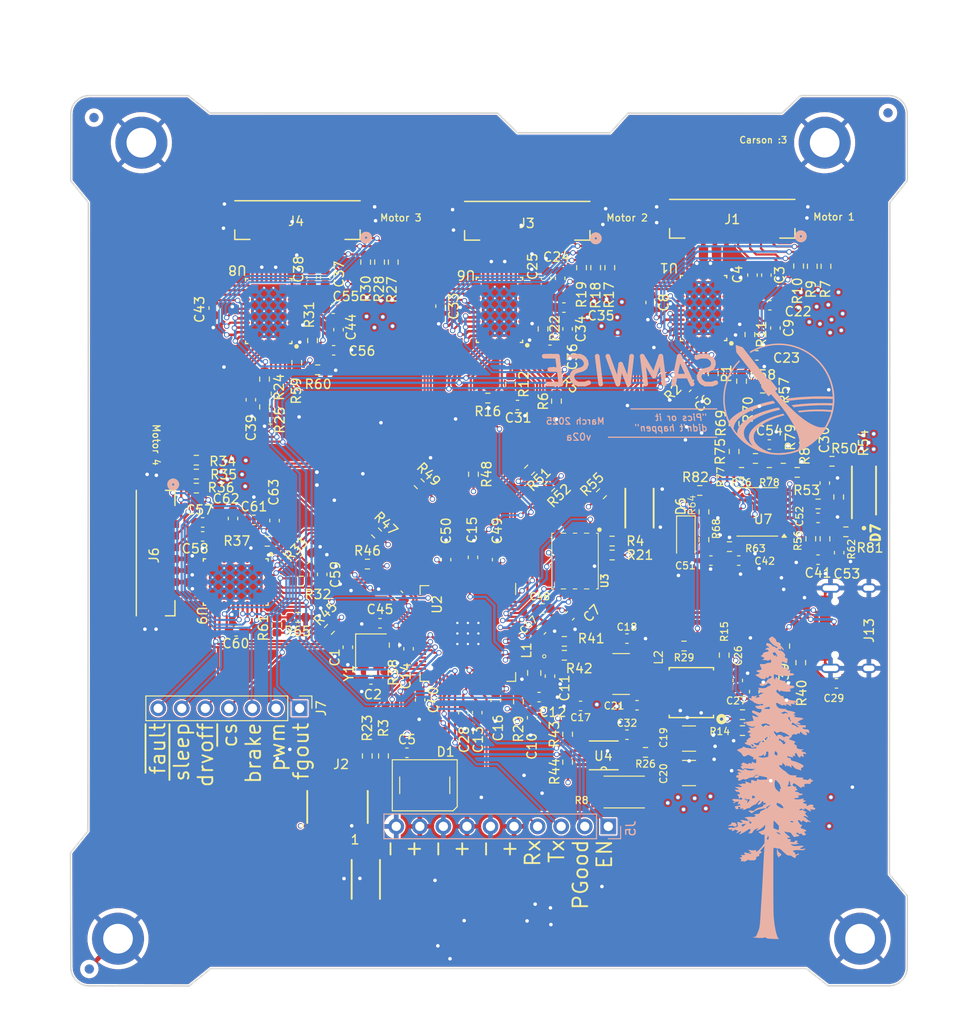
<source format=kicad_pcb>
(kicad_pcb (version 20240108) (generator "pcbnew") (generator_version "8.0")
  (title_block (title "Motor Drivers") (date "2025-02-16") (rev "idk") (company "SSI") (comment 1 "Carson Lauer"))
  (layers (0 "F.Cu" signal) (1 "In1.Cu" signal "Route2") (2 "In2.Cu" signal "Route15") (31 "B.Cu" signal) (34 "B.Paste" user) (35 "F.Paste" user) (36 "B.SilkS" user "B.Silkscreen") (37 "F.SilkS" user "F.Silkscreen") (38 "B.Mask" user) (39 "F.Mask" user) (44 "Edge.Cuts" user))
  (net 0 "")
  (net 1 "GND")
  (net 2 "3.3V")
  (net 3 "SWCLK")
  (net 4 "SWDIO")
  (net 5 "~{RESET}")
  (net 6 "VBATT")
  (net 7 "USB_D+")
  (net 8 "USB_D-")
  (net 10 "Net-(C30-Pad2)")
  (net 11 "Net-(C30-Pad1)")
  (net 13 "Net-(U5-SW1)")
  (net 14 "Net-(U5-VBST)")
  (net 15 "/Avionics/XTAL1")
  (net 16 "/Avionics/XTAL2")
  (net 17 "Net-(U5-SS)")
  (net 18 "Net-(U5-VREG5)")
  (net 19 "Net-(U4-TIMER)")
  (net 20 "Net-(C2-Pad1)")
  (net 21 "Net-(U7B-+)")
  (net 22 "USB_CC2")
  (net 23 "USB_CC1")
  (net 24 "/Motors/individual_motor_1/ILIM")
  (net 25 "/Motors/individual_motor_1/AVDD")
  (net 27 "/Motors/individual_motor_1/CPL")
  (net 30 "+1V1")
  (net 31 "Net-(U2-VREG_AVDD)")
  (net 32 "Net-(D6-K)")
  (net 33 "SCL_PWR")
  (net 34 "SDA_PWR")
  (net 35 "Net-(D6-A)")
  (net 36 "/Avionics/NEOPIXEL")
  (net 37 "VBATT_SENSE")
  (net 38 "Net-(U2-VREG_LX)")
  (net 39 "Net-(D7-K)")
  (net 40 "Net-(SW1-P)")
  (net 41 "/Avionics/RUN")
  (net 42 "Net-(U5-VFB)")
  (net 43 "Net-(U5-PG)")
  (net 44 "Net-(U4-ON)")
  (net 45 "/Avionics/FLASH_CS")
  (net 46 "Net-(SW2-P)")
  (net 47 "3V3_RESET")
  (net 51 "WATCHDOG_FEED")
  (net 52 "Net-(U7A--)")
  (net 53 "Net-(R56-Pad1)")
  (net 54 "/Avionics/FLASH_IO2")
  (net 55 "/Avionics/FLASH_SCK")
  (net 56 "/Avionics/FLASH_MOSI")
  (net 57 "/Avionics/FLASH_MISO")
  (net 58 "/Avionics/FLASH_IO3")
  (net 59 "Net-(R63-Pad1)")
  (net 60 "Net-(U7C-+)")
  (net 61 "/Avionics/USB_IC_D+")
  (net 62 "/Avionics/USB_IC_D-")
  (net 63 "Net-(R82-Pad1)")
  (net 64 "/Watchdog/WD_integrate")
  (net 65 "/Watchdog/WD_Vcc")
  (net 66 "/Watchdog/ref3")
  (net 67 "/Watchdog/ref4")
  (net 68 "/Watchdog/ref2")
  (net 69 "/Watchdog/ref1")
  (net 70 "/Motors/individual_motor_1/CPH")
  (net 71 "/Motors/individual_motor_1/V_BK")
  (net 72 "/Motors/individual_motor_1/CP")
  (net 73 "/Motors/individual_motor_2/ILIM")
  (net 74 "/Motors/individual_motor_2/AVDD")
  (net 75 "Net-(C29-Pad1)")
  (net 76 "/Motors/individual_motor_2/CPH")
  (net 77 "/Motors/individual_motor_2/CPL")
  (net 78 "/Motors/individual_motor_2/CP")
  (net 79 "/Motors/individual_motor_2/V_BK")
  (net 80 "/Motors/individual_motor_3/ILIM")
  (net 81 "/Motors/individual_motor_3/AVDD")
  (net 82 "/Motors/individual_motor_3/CPL")
  (net 83 "/Motors/individual_motor_3/CPH")
  (net 84 "/Motors/individual_motor_3/CP")
  (net 85 "/Motors/individual_motor_3/V_BK")
  (net 86 "/Motors/individual_motor_4/ILIM")
  (net 87 "/Motors/individual_motor_4/AVDD")
  (net 88 "MOTOR_EN")
  (net 89 "MOTOR_Rx")
  (net 90 "MOTOR_PGOOD")
  (net 91 "MOTOR_Tx")
  (net 92 "/Motors/individual_motor_2/HNX")
  (net 94 "SDO0")
  (net 95 "DRVOFF_1")
  (net 97 "BRAKE_1")
  (net 98 "nSCS_1")
  (net 99 "nFAULT_1")
  (net 100 "PWM_1")
  (net 101 "SCLK0")
  (net 102 "nSLEEP_1")
  (net 103 "FGOUT_1")
  (net 104 "SDI0")
  (net 105 "PWM_2")
  (net 106 "nFAULT_4")
  (net 107 "nFAULT_3")
  (net 108 "nSLEEP_4")
  (net 109 "DRVOFF_3")
  (net 110 "PWM_4")
  (net 111 "nSLEEP_2")
  (net 112 "BRAKE_4")
  (net 114 "DRVOFF_2")
  (net 115 "BRAKE_3")
  (net 118 "nSCS_4")
  (net 119 "nFAULT_2")
  (net 120 "nSLEEP_3")
  (net 121 "/Motors/individual_motor_4/CPH")
  (net 122 "/Motors/individual_motor_4/CPL")
  (net 123 "PWM_3")
  (net 124 "nSCS_2")
  (net 125 "FGOUT_4")
  (net 126 "FGOUT_3")
  (net 127 "/Motors/individual_motor_4/CP")
  (net 128 "nSCS_3")
  (net 129 "FGOUT_2")
  (net 131 "DRVOFF_4")
  (net 132 "BRAKE_2")
  (net 140 "/Motors/individual_motor_1/HPC")
  (net 141 "/Motors/individual_motor_1/HPB")
  (net 142 "/Motors/individual_motor_1/HPA")
  (net 143 "/Motors/individual_motor_2/HPB")
  (net 144 "/Motors/individual_motor_2/HPC")
  (net 145 "/Motors/individual_motor_2/HPA")
  (net 146 "/Motors/individual_motor_3/HPB")
  (net 147 "/Motors/individual_motor_3/HPA")
  (net 148 "/Motors/individual_motor_3/HPC")
  (net 149 "/Motors/individual_motor_4/HPB")
  (net 150 "/Motors/individual_motor_4/HPA")
  (net 151 "/Motors/individual_motor_4/HPC")
  (net 152 "/Motors/individual_motor_4/V_BK")
  (net 153 "/Motors/individual_motor_1/SW_BK")
  (net 154 "/Motors/individual_motor_2/SW_BK")
  (net 155 "/Motors/individual_motor_3/SW_BK")
  (net 156 "/Motors/individual_motor_4/SW_BK")
  (net 157 "/Motors/individual_motor_1/OUTB")
  (net 158 "/Motors/individual_motor_1/OUTC")
  (net 159 "/Motors/individual_motor_1/OUTA")
  (net 160 "/Motors/individual_motor_2/OUTC")
  (net 161 "/Motors/individual_motor_2/OUTA")
  (net 162 "/Motors/individual_motor_2/OUTB")
  (net 163 "/Motors/individual_motor_3/OUTA")
  (net 164 "/Motors/individual_motor_3/OUTB")
  (net 165 "/Motors/individual_motor_3/OUTC")
  (net 166 "/Motors/individual_motor_4/OUTC")
  (net 167 "/Motors/individual_motor_4/OUTB")
  (net 168 "/Motors/individual_motor_4/OUTA")
  (net 169 "/Motors/individual_motor_1/HNX")
  (net 170 "/Motors/individual_motor_3/HNX")
  (net 171 "/Motors/individual_motor_4/HNX")
  (footprint "ssi_IC:PWP14_2P31X2P46-L" (layer "F.Cu") (at 165.236004 116.79 180)
    (property "Reference" "U5" (hide yes))
    (property "Value" "TPS54226PWPR" (hide yes))
  )
  (footprint "Capacitor_SMD:C_0603_1608Metric" (layer "F.Cu") (at 158.2941 110.9739 180)
    (property "Reference" "C18")
    (property "Value" "22uF")
  )
  (footprint "Capacitor_SMD:C_0603_1608Metric" (layer "F.Cu") (at 153.2941 118.2239)
    (property "Reference" "C17")
    (property "Value" "22uF")
  )
  (footprint "Capacitor_SMD:C_0603_1608Metric" (layer "F.Cu") (at 159.3786 118.1524)
    (property "Reference" "C21")
    (property "Value" "0.1uF")
  )
  (footprint "Resistor_SMD:R_0603_1608Metric" (layer "F.Cu") (at 168.7766 112.7549 90)
    (property "Reference" "R15")
    (property "Value" "100k")
  )
  (footprint "Capacitor_SMD:C_0603_1608Metric" (layer "F.Cu") (at 170.2371 115.4854 90)
    (property "Reference" "C26")
    (property "Value" "3.3nF")
  )
  (footprint "MountingHole:MountingHole_3.2mm_M3_DIN965_Pad" (layer "F.Cu") (at 105.946 57.5641)
    (property "Reference" "H1" (hide yes))
    (property "Value" "MountingHole_Pad")
  )
  (footprint "MountingHole:MountingHole_3.2mm_M3_DIN965_Pad" (layer "F.Cu") (at 103.426 143.294 -90)
    (property "Reference" "H2" (hide yes))
    (property "Value" "MountingHole_Pad")
  )
  (footprint "MountingHole:MountingHole_3.2mm_M3_DIN965_Pad" (layer "F.Cu") (at 183.4261 143.2941)
    (property "Reference" "H3" (hide yes))
    (property "Value" "MountingHole_Pad")
  )
  (footprint "MountingHole:MountingHole_3.2mm_M3_DIN965_Pad" (layer "F.Cu") (at 179.606 57.564)
    (property "Reference" "H4" (hide yes))
    (property "Value" "MountingHole_Pad")
  )
  (footprint "Fiducial:Fiducial_1mm_Mask2mm" (layer "F.Cu") (at 100.33 146.558)
    (property "Reference" "REF1T" (hide yes))
    (property "Value" "Fiducial_1mm_Mask2mm")
  )
  (footprint "Capacitor_SMD:C_0603_1608Metric" (layer "F.Cu") (at 180.875 115.8)
    (property "Reference" "C29")
    (property "Value" "4.7uF")
  )
  (footprint "Resistor_SMD:R_0603_1608Metric" (layer "F.Cu") (at 170.7451 119.1684 180)
    (property "Reference" "R13")
    (property "Value" "73.2k")
  )
  (footprint "Capacitor_SMD:C_0603_1608Metric" (layer "F.Cu") (at 172.0151 116.6919 90)
    (property "Reference" "C27")
    (property "Value" "1uF")
  )
  (footprint "Resistor_SMD:R_0603_1608Metric" (layer "F.Cu") (at 164.4441 111.7739)
    (property "Reference" "R29")
    (property "Value" "10k")
  )
  (footprint "Resistor_SMD:R_0603_1608Metric" (layer "F.Cu") (at 170.7451 120.8829)
    (property "Reference" "R14")
    (property "Value" "22.1k")
  )
  (footprint "Resistor_SMD:R_2512_6332Metric" (layer "F.Cu") (at 158 127.5 180)
    (property "Reference" "R8")
    (property "Value" "0.02")
  )
  (footprint "ssi_inductor:L_2141" (layer "F.Cu") (at 157.6641 114.7869 180)
    (property "Reference" "L2")
    (property "Value" "3.3uH")
  )
  (footprint "Capacitor_SMD:C_1210_3225Metric" (layer "F.Cu") (at 164.982004 121.743)
    (property "Reference" "C19")
    (property "Value" "10uF")
  )
  (footprint "Capacitor_SMD:C_1210_3225Metric" (layer "F.Cu") (at 164.982004 125.4549)
    (property "Reference" "C20")
    (property "Value" "10uF")
  )
  (footprint "Resistor_SMD:R_0603_1608Metric" (layer "F.Cu") (at 160.2941 123.2239 180)
    (property "Reference" "R26")
    (property "Value" "1k")
  )
  (footprint "ssi_IC:ADM1176-1ARMZ-R7" (layer "F.Cu") (at 155.7941 123.5499 180)
    (property "Reference" "U4")
    (property "Value" "ADM1176-1ARMZ-R7" (hide yes))
  )
  (footprint "Capacitor_SMD:C_0603_1608Metric" (layer "F.Cu") (at 158.2941 121.3239)
    (property "Reference" "C32")
    (property "Value" "3.3nF")
  )
  (footprint "ssi_connector:USB_C_Receptacle_XKB_U262-161N-4BVC11" (layer "F.Cu") (at 184.77 110.35 90)
    (property "Reference" "J13")
    (property "Value" "USB_C_pycubed")
  )
  (footprint "Capacitor_SMD:C_0603_1608Metric" (layer "F.Cu") (at 133.6691 106.2989 135)
    (property "Reference" "C46" (hide yes))
    (property "Value" "0.1uF" (hide yes))
  )
  (footprint "Resistor_SMD:R_0603_1608Metric" (layer "F.Cu") (at 170.647132 83.251933 -90)
    (property "Reference" "R57")
    (property "Value" "4.7k")
  )
  (footprint "Capacitor_SMD:C_0603_1608Metric" (layer "F.Cu") (at 126.672132 79.926933)
    (property "Reference" "C56")
    (property "Value" "22uF")
  )
  (footprint "Capacitor_SMD:C_0603_1608Metric" (layer "F.Cu") (at 140.65 118.95 -90)
    (property "Reference" "C28")
    (property "Value" "0.1uF")
  )
  (footprint "Capacitor_SMD:C_0603_1608Metric" (layer "F.Cu") (at 115.823592 98.040914 90)
    (property "Reference" "C62")
    (property "Value" "1uF")
  )
  (footprint "Capacitor_SMD:C_0603_1608Metric" (layer "F.Cu") (at 126.622132 75.451933)
    (property "Reference" "C55")
    (property "Value" "1uF")
  )
  (footprint "Resistor_SMD:R_0603_1608Metric" (layer "F.Cu") (at 151.5441 112.7739)
    (property "Reference" "R42")
    (property "Value" "27")
  )
  (footprint "Resistor_SMD:R_0603_1608Metric" (layer "F.Cu") (at 180.3941 91.8739 180)
    (property "Reference" "R50")
    (property "Value" "0")
  )
  (footprint "Resistor_SMD:R_0603_1608Metric" (layer "F.Cu") (at 124.397132 78.876933 -90)
    (property "Reference" "R31")
    (property "Value" "22")
  )
  (footprint "Fiducial:Fiducial_1mm_Mask2mm" (layer "F.Cu") (at 186.436 54.356)
    (property "Reference" "REF3T" (hide yes))
    (property "Value" "Fiducial_1mm_Mask2mm")
  )
  (footprint "Capacitor_SMD:C_0603_1608Metric" (layer "F.Cu") (at 160.847132 74.776933 -90)
    (property "Reference" "C8")
    (property "Value" "1uF")
  )
  (footprint "Capacitor_SMD:C_0603_1608Metric" (layer "F.Cu") (at 141.6941 102.2239 90)
    (property "Reference" "C15")
    (property "Value" "4.7uF")
  )
  (footprint "adcs:MCT8316Z-Q1" (layer "F.Cu") (at 116.116637 104.883363 -90)
    (property "Reference" "U9")
    (property "Value" "MCT8316Z0RQRGFRQ1")
  )
  (footprint "Resistor_SMD:R_0603_1608Metric" (layer "F.Cu") (at 166.5941 97.3239 90)
    (property "Reference" "R64")
    (property "Value" "4.7M")
  )
  (footprint "Capacitor_SMD:C_0603_1608Metric" (layer "F.Cu") (at 112.548592 98.465914)
    (property "Reference" "C57")
    (property "Value" "10uF")
  )
  (footprint "Resistor_SMD:R_0603_1608Metric" (layer "F.Cu") (at 119.222132 86.026933 -90)
    (property "Reference" "R25")
    (property "Value" "4.7k")
  )
  (footprint "Resistor_SMD:R_0603_1608Metric" (layer "F.Cu") (at 151.5441 111.2739)
    (property "Reference" "R41")
    (property "Value" "27")
  )
  (footprint "Capacitor_SMD:C_0603_1608Metric" (layer "F.Cu") (at 125.438605 104.061395 90)
    (property "Reference" "C59")
    (property "Value" "1uF")
  )
  (footprint "Resistor_SMD:R_0603_1608Metric" (layer "F.Cu") (at 169.3441 101.0739 180)
    (property "Reference" "R63")
    (property "Value" "1k")
  )
  (footprint "Resistor_SMD:R_0603_1608Metric" (layer "F.Cu") (at 111.863605 93.261395 180)
    (property "Reference" "R35")
    (property "Value" "4.7k")
  )
  (footprint "Resistor_SMD:R_0603_1608Metric" (layer "F.Cu") (at 177.032 113.562 90)
    (property "Reference" "R40")
    (property "Value" "5.1k")
  )
  (footprint "Capacitor_SMD:C_0603_1608Metric" (layer "F.Cu") (at 125.757132 72.076933 -90)
    (property "Reference" "C37")
    (property "Value" "10uF")
  )
  (footprint "Connector_PinHeader_2.54mm:PinHeader_1x07_P2.54mm_Vertical" (layer "F.Cu") (at 122.996637 118.483363 -90)
    (property "Reference" "J7")
    (property "Value" "DEBUG")
  )
  (footprint "Resistor_SMD:R_0603_1608Metric" (layer "F.Cu") (at 176.797132 70.851933 90)
    (property "Reference" "R10")
    (property "Value" "4.7k")
  )
  (footprint "Resistor_SMD:R_0603_1608Metric" (layer "F.Cu") (at 170.6441 93.0739)
    (property "Reference" "R76")
    (property "Value" "10k")
  )
  (footprint "Resistor_SMD:R_0603_1608Metric" (layer "F.Cu") (at 173.6441 93.0739)
    (property "Reference" "R78")
    (property "Value" "10k")
  )
  (footprint "Capacitor_SMD:C_0603_1608Metric" (layer "F.Cu") (at 113.747132 75.376933 -90)
    (property "Reference" "C43")
    (property "Value" "1uF")
  )
  (footprint "Capacitor_SMD:C_0603_1608Metric" (layer "F.Cu") (at 131.6691 109.3239 180)
    (property "Reference" "C45")
    (property "Value" "0.1uF")
  )
  (footprint "adcs:MCT8316Z-Q1" (layer "F.Cu") (at 144.547132 75.576933 180)
    (property "Reference" "U6")
    (property "Value" "MCT8316Z0RQRGFRQ1")
  )
  (footprint "Capacitor_SMD:C_0603_1608Metric" (layer "F.Cu") (at 173.322132 71.826933 -90)
    (property "Reference" "C3")
    (property "Value" "10uF")
  )
  (footprint "Capacitor_SMD:C_0603_1608Metric" (layer "F.Cu") (at 128.2 111.9 -90)
    (property "Reference" "C1")
    (property "Value" "15pF")
  )
  (footprint "Resistor_SMD:R_0603_1608Metric" (layer "F.Cu") (at 176.6441 93.0739)
    (property "Reference" "R80")
    (property "Value" "3k")
  )
  (footprint "Capacitor_SMD:C_0603_1608Metric" (layer "F.Cu") (at 173.6441 90.0739 180)
    (property "Reference" "C54")
    (property "Value" "10uF")
  )
  (footprint "Resistor_SMD:R_0603_1608Metric" (layer "F.Cu") (at 156.6941 100.4739 180)
    (property "Reference" "R4")
    (property "Value" "1k")
  )
  (footprint "Resistor_SMD:R_0603_1608Metric" (layer "F.Cu") (at 172.9191 83.9989)
    (property "Reference" "R58")
    (property "Value" "4.7k")
  )
  (footprint "Capacitor_SMD:C_0603_1608Metric" (layer "F.Cu") (at 144.2941 102.4739 90)
    (property "Reference" "C49")
    (property "Value" "0.1uF")
  )
  (footprint "Capacitor_SMD:C_0603_1608Metric" (layer "F.Cu") (at 112.548592 99.965914)
    (property "Reference" "C58")
    (property "Value" "0.1uF")
  )
  (footprint "Capacitor_SMD:C_0603_1608Metric" (layer "F.Cu") (at 138.7941 102.4739 90)
    (property "Reference" "C50")
    (property "Value" "0.1uF")
  )
  (footprint "Resistor_SMD:R_0603_1608Metric" (layer "F.Cu") (at 169.8441 90.8239 -90)
    (property "Reference" "R75")
    (property "Value" "100k")
  )
  (footprint "Resistor_SMD:R_0603_1608Metric" (layer "F.Cu") (at 178.11285 100.2239 -90)
    (property "Reference" "R56")
    (property "Value" "1k")
  )
  (footprint "Resistor_SMD:R_0603_1608Metric" (layer "F.Cu") (at 123.163605 104.786395)
    (property "Reference" "R32")
    (property "Value" "4.7k")
  )
  (footprint "Resistor_SMD:R_0603_1608Metric" (layer "F.Cu") (at 155.5441 95.3739 45)
    (property "Reference" "R55")
    (property "Value" "10k")
  )
  (footprint "Capacitor_SMD:C_0603_1608Metric" (layer "F.Cu") (at 135.9941 117.5739 -90)
    (property "Reference" "C40")
    (property "Value" "0.1uF")
  )
  (footprint "Resistor_SMD:R_0603_1608Metric" (layer "F.Cu") (at 124.947132 82.026933)
    (property "Reference" "R60")
    (property "Value" "4.7k")
  )
  (footprint "Resistor_SMD:R_0603_1608Metric" (layer "F.Cu") (at 120.548592 109.515914 90)
    (property "Reference" "R61")
    (property "Value" "4.7k")
  )
  (footprint "Capacitor_SMD:C_0603_1608Metric" (layer "F.Cu") (at 130.6941 115.3739 180)
    (property "Reference" "C2")
    (property "Value" "15pF")
  )
  (footprint "Resistor_SMD:R_0603_1608Metric" (layer "F.Cu") (at 130.122132 70.426933 90)
    (property "Reference" "R30")
    (property "Value" "4.7k")
  )
  (footprint "Resistor_SMD:R_0603_1608Metric" (layer "F.Cu") (at 119.523592 100.490914)
    (property "Reference" "R37")
    (property "Value" "22")
  )
  (footprint "Capacitor_SMD:C_0603_1608Metric" (layer "F.Cu") (at 170.3441 102.5739 180)
    (property "Reference" "C42")
    (property "Value" "10uF")
  )
  (footprint "Capacitor_SMD:C_0603_1608Metric" (layer "F.Cu") (at 134.75 112.0739 -90)
    (property "Reference" "C14")
    (property "Value" "0.1uF")
  )
  (footprint "Resistor_SMD:R_0603_1608Metric" (layer "F.Cu") (at 119.222132 83.026933 -90)
    (property "Reference" "R24")
    (property "Value" "4.7k")
  )
  (footprint "Resistor_SMD:R_0603_1608Metric" (layer "F.Cu") (at 150.1691 82.2989 -45)
    (property "Reference" "R5")
    (property "Value" "4.7k")
  )
  (footprint "Resistor_SMD:R_0603_1608Metric" (layer "F.Cu") (at 164.947132 82.951933 -135)
    (property "Reference" "R2")
    (property "Value" "4.7k")
  )
  (footprint "LED_SMD:LED_WS2812B_PLCC4_5.0x5.0mm_P3.2mm" (layer "F.Cu") (at 136.4941 126.7739)
    (property "Reference" "D1")
    (property "Value" "1655")
  )
  (footprint "Capacitor_SMD:C_0603_1608Metric" (layer "F.Cu") (at 167.3441 102.5739)
    (property "Reference" "C51")
    (property "Value" "10uF")
  )
  (footprint "Resistor_SMD:R_0603_1608Metric" (layer "F.Cu") (at 149.9691 94.5739 -135)
    (property "Reference" "R52")
    (property "Value" "10k")
  )
  (footprint "Capacitor_SMD:C_0603_1608Metric" (layer "F.Cu") (at 179.6191 94.2239 -90)
    (property "Reference" "C30")
    (property "Value" "10uF")
  )
  (footprint "Capacitor_SMD:C_0603_1608Metric" (layer "F.Cu") (at 151.4941 75.3239)
    (property "Reference" "C35")
    (property "Value" "1uF")
  )
  (footprint "Capacitor_SMD:C_0603_1608Metric" (layer "F.Cu") (at 149.9941 79.8739)
    (property "Reference" "C36")
    (property "Value" "22uF")
  )
  (footprint "Resistor_SMD:R_0603_1608Metric" (layer "F.Cu") (at 111.873592 94.765914 180)
    (property "Reference" "R36")
    (property "Value" "4.7k")
  )
  (footprint "Capacitor_SMD:C_0603_1608Metric" (layer "F.Cu") (at 173.697132 75.076933)
    (property "Reference" "C22")
    (property "Value" "1uF")
  )
  (footprint "Resistor_SMD:R_0603_1608Metric" (layer "F.Cu") (at 181.8941 99.4739 180)
    (property "Reference" "R81")
    (property "Value" "33")
  )
  (footprint "Capacitor_SMD:C_0603_1608Metric" (layer "F.Cu") (at 178.8941 97.9739 180)
    (property "Reference" "C52")
    (property "Value" "0.1uF")
  )
  (footprint "Resistor_SMD:R_0603_1608Metric" (layer "F.Cu") (at 181.1191 95.7239 -90)
    (property "Reference" "R54")
    (property "Value" "10k")
  )
  (footprint "Resistor_SMD:R_0603_1608Metric" (layer "F.Cu") (at 175.3 111.775 90)
    (property "Reference" "R39")
    (property "Value" "5.1k")
  )
  (footprint "ssi_connector:SAMTEC_FTSH-105-01-L-DV-007" (layer "F.Cu") (at 127.0875 129.1064)
    (property "Reference" "J2")
    (property "Value" "Conn_ARM_JTAG_SWD_10")
  )
  (footprint "Resistor_SMD:R_0603_1608Metric" (layer "F.Cu") (at 135.8941 94.2989 -45)
    (property "Reference" "R49")
    (property "Value" "10k")
  )
  (footprint "ssi_inductor:polarized" (layer "F.Cu") (at 148.2941 114.6739 -90)
    (property "Reference" "L1")
    (property "Value" "3.3uH")
  )
  (footprint "Resistor_SMD:R_0603_1608Metric" (layer "F.Cu") (at 146.5941 117.7739 90)
    (property "Reference" "R20")
    (property "Value" "33")
  )
  (footprint "Resistor_SMD:R_0603_1608Metric" (layer "F.Cu") (at 149.2441 77.6239 -90)
    (property "Reference" "R22")
    (property "Value" "22")
  )
  (footprint "ssi_switch:BTN_KMR2_4.6X2.8" (layer "F.Cu") (at 159.6441 96.9239 90)
    (property "Reference" "SW2" (hide yes))
    (property "Value" "KMR231NG LFS" (hide yes))
  )
  (footprint "ssi_connector:CONN08_5055670881_MOL" (layer "F.Cu") (at 147.5441 65.9739)
    (property "Reference" "J3")
    (property "Value" "Conn_01x08")
  )
  (footprint "Capacitor_SMD:C_0603_1608Metric" (layer "F.Cu") (at 172.297132 80.476933)
    (property "Reference" "C23")
    (property "Value" "22uF")
  )
  (footprint "Resistor_SMD:R_0603_1608Metric" (layer "F.Cu") (at 154.9191 71.0239 90)
    (property "Reference" "R18")
    (property "Value" "4.7k")
  )
  (footprint "Resistor_SMD:R_0603_1608Metric" (layer "F.Cu") (at 143.2941 85.0739 180)
    (property "Reference" "R16")
    (property "Value" "4.7k")
  )
  (footprint "Resistor_SMD:R_0603_1608Metric" (layer "F.Cu") (at 131.622132 70.426933 90)
    (property "Reference" "R28")
    (property "Value" "4.7k")
  )
  (footprint "Resistor_SMD:R_0603_1608Metric" (layer "F.Cu") (at 179.6441 100.2239 90)
    (property "Reference" "R62")
    (property "Value" "100k")
  )
  (footprint "Capacitor_SMD:C_0603_1608Metric" (layer "F.Cu") (at 148.8191 117.2739)
    (property "Reference" "C12")
    (property "Value" "4.7uF")
  )
  (footprint "Resistor_SMD:R_0603_1608Metric" (layer "F.Cu") (at 178.8941 96.4739 180)
    (property "Reference" "R53")
    (property "Value" "10k")
  )
  (footprint "Capacitor_SMD:C_0603_1608Metric" (layer "F.Cu") (at 178.8941 102.4739 180)
    (property "Reference" "C41")
    (property "Value" "10uF")
  )
  (footprint "Fiducial:Fiducial_1mm_Mask2mm" (layer "F.Cu") (at 100.838 54.864 90)
    (property "Reference" "REF2T" (hide yes))
    (property "Value" "Fiducial_1mm_Mask2mm")
  )
  (footprint "Resistor_SMD:R_0603_1608Metric" (layer "F.Cu") (at 111.863605 91.761395 180)
    (property "Reference" "R34")
    (property "Value" "4.7k")
  )
  (footprint "Resistor_SMD:R_0603_1608Metric" (layer "F.Cu") (at 175.1441 91.5739)
    (property "Reference" "R79")
    (property "Value" "3k")
  )
  (footprint "Capacitor_SMD:C_0603_1608Metric" (layer "F.Cu") (at 148.0691 119.4989 -90)
    (property "Reference" "C10")
    (property "Value" "4.7uF")
  )
  (footprint "Resistor_SMD:R_0603_1608Metric" (layer "F.Cu") (at 133.097132 70.426933 90)
    (property "Reference" "R27")
    (property "Value" "4.7k")
  )
  (footprint "Resistor_SMD:R_0603_1608Metric" (layer "F.Cu") (at 132.0441 123.6114 90)
    (property "Reference" "R3")
    (property "Value" "1k")
  )
  (footprint "Capacitor_SMD:C_0603_1608Metric" (layer "F.Cu") (at 124.297132 72.076933 -90)
    (property "Reference" "C38")
    (property "Value" "0.1uF")
  )
  (footprint "Resistor_SMD:R_0603_1608Metric" (layer "F.Cu") (at 171.547132 78.226933 -90)
    (property "Reference" "R11")
    (property "Value" "22")
  )
  (footprint "Resistor_SMD:R_0603_1608Metric" (layer "F.Cu") (at 147.7941 92.8239 -135)
    (property "Reference" "R51")
    (property "Value" "10k")
  )
  (footprint "Resistor_SMD:R_0603_1608Metric" (layer "F.Cu") (at 130.3191 102.95)
    (property "Reference" "R46")
    (property "Value" "10k")
  )
  (footprint "Capacitor_SMD:C_0603_1608Metric" (layer "F.Cu") (at 171.822132 71.826933 -90)
    (property "Reference" "C4")
    (property "Value" "0.1uF")
  )
  (footprint "Resistor_SMD:R_0603_1608Metric" (layer "F.Cu") (at 169.8441 87.8239 -90)
    (property "Reference" "R69")
    (property "Value" "100k")
  )
  (footprint "Resistor_SMD:R_0603_1608Metric" (layer "F.Cu") (at 166.1441 95.0239 180)
    (property "Reference" "R82")
    (property "Value" "0")
  )
  (footprint "Capacitor_SMD:C_0603_1608Metric" (layer "F.Cu") (at 149.2441 107.7239 180)
    (property "Reference" "C48")
    (property "Value" "0.1uF")
  )
  (footprint "Crystal:Crystal_SMD_3225-4Pin_3.2x2.5mm" (layer "F.Cu") (at 130.6941 112.4739 -90)
    (property "Reference" "Y1")
    (property "Value" "ABM8-272-T3")
  )
  (footprint "Capacitor_SMD:C_0603_1608Metric" (layer "F.Cu") (at 127.197132 77.701933 -90)
    (property "Reference" "C44")
    (property "Value" "10nF")
  )
  (footprint "Package_SO:TSSOP-14_4.4x5mm_P0.65mm" (layer "F.Cu") (at 172.3441 97.3239 180)
    (property "Reference" "U7")
    (property "Value" "TLV1704")
  )
  (footprint "Capacitor_SMD:C_0603_1608Metric" (layer "F.Cu") (at 142.15 118.95 -90)
    (property "Reference" "C13")
    (property "Value" "0.1uF")
  )
  (footprint "ssi_IC:SON127P600X500X90-9N" (layer "F.Cu") (at 152.6941 102.6239 -90)
    (property "Reference" "U3")
    (property "Value" "MR25H40MDF")
  )
  (footprint "Capacitor_SMD:C_0603_1608Metric" (layer "F.Cu") (at 134.5691 123.2739)
    (property "Reference" "C5")
    (property "Value" "0.1uF")
  )
  (footprint "Resistor_SMD:R_0603_1608Metric" (layer "F.Cu") (at 133.1941 111.6739 90)
    (property "Reference" "R38")
    (property "Value" "1k")
  )
  (footprint "Capacitor_SMD:C_0603_1608Metric" (layer "F.Cu") (at 117.747132 85.251933 -90)
    (property "Reference" "C39")
    (property "Value" "1uF")
  )
  (footprint "ssi_connector:CONN08_5055670881_MOL" (layer "F.Cu") (at 169.647132 65.757733)
    (property "Reference" "J1")
    (property "Value" "Conn_01x08")
  )
  (footprint "adcs:MCT8316Z-Q1" (layer "F.Cu") (at 166.547132 75.376933 180)
    (property "Reference" "U1")
    (property "Value" "MCT8316Z0RQRGFRQ1")
  )
  (footprint "Capacitor_SMD:C_0603_1608Metric" (layer "F.Cu") (at 149.0941 110.0489 45)
    (property "Reference" "C47")
    (property "Value" "0.1uF")
  )
  (footprint "ssi_switch:BTN_KMR2_4.6X2.8" (layer "F.Cu") (at 130.140425 136.9075 -90)
    (property "Reference" "SW1" (hide yes))
    (property "Value" "KMR231NG LFS" (hide yes))
  )
  (footprint "Resistor_SMD:R_0603_1608Metric" (layer "F.Cu") (at 131.2941 99.5989 -45)
    (property "Reference" "R47")
    (property "Value" "10k")
  )
  (footprint "Resistor_SMD:R_0603_1608Metric" (layer "F.Cu") (at 179.747132 70.876933 90)
    (property "Reference" "R7")
    (property "Value" "4.7k")
  )
  (footprint "Capacitor_SMD:C_0603_1608Metric" (layer "F.Cu") (at 116.163605 110.186395)
    (property "Reference" "C60")
    (property "Value" "1uF")
  )
  (footprint "ssi_diode:DIOM5226X262N" (layer "F.Cu") (at 183.8441 95.0239 90)
    (property "Reference" "D7")
    (property "Value" "CMSH1-40M" (hide yes))
  )
  (footprint "Capacitor_SMD:C_0603_1608Metric" (layer "F.Cu") (at 146.4941 85.8239)
    (property "Reference" "C31")
    (property "Value" "1uF")
  )
  (footprint "Capacitor_SMD:C_0603_1608Metric" (layer "F.Cu") (at 149.9941 115.0239 -90)
    (property "Reference" "C11")
    (property "Value" "4.7uF")
  )
  (footprint "Resistor_SMD:R_0603_1608Metric" (layer "F.Cu") (at 172.1441 91.5739)
    (property "Reference" "R77")
    (property "Value" "10k")
  )
  (footprint "Capacitor_SMD:C_0603_1608Metric" (layer "F.Cu") (at 151.8941 77.6239 -90)
    (property "Reference" "C34")
    (property "Value" "10nF")
  )
  (footprint "Capacitor_SMD:C_0603_1608Metric" (layer "F.Cu") (at 181.1691 101.7239 -90)
    (property "Reference" "C53")
    (property "Value" "10uF")
  )
  (footprint "Capacitor_SMD:C_0603_1608Metric" (layer "F.Cu") (at 138.1941 75.1739 -90)
    (property "Reference" "C33")
    (property "Value" "1uF")
  )
  (footprint "Resistor_SMD:R_0603_1608Metric" (layer "F.Cu") (at 122.697132 81.251933 -90)
    (property "Reference" "R59")
    (property "Value" "4.7k")
  )
  (footprint "adcs:MCT8316Z-Q1" (layer "F.Cu") (at 119.672132 75.701933 180)
    (property "Reference" "U8")
    (property "Value" "MCT8316Z0RQRGFRQ1")
  )
  (footprint "Resistor_SMD:R_0603_1608Metric" (layer "F.Cu") (at 150.6941 85.3989 -90)
    (property "Reference" "R6")
    (property "Value" "4.7k")
  )
  (footprint "Capacitor_SMD:C_0603_1608Metric" (layer "F.Cu") (at 174.297132 77.526933 -90)
    (property "Reference" "C9")
    (property "Value" "10nF")
  )
  (footprint "Resistor_SMD:R_0603_1608Metric" (layer "F.Cu") (at 167.597132 82.426933 -90)
    (property "Reference" "R1")
    (property "Value" "4.7k")
  )
  (footprint "Resistor_SMD:R_0603_1608Metric" (layer "F.Cu") (at 166.5941 100.3239 -90)
    (property "Reference" "R68")
    (property "Value" "100k")
  )
  (footprint "Resistor_SMD:R_0603_1608Metric" (layer "F.Cu") (at 171.3441 89.3239 -90)
    (property "Reference" "R70")
    (property "Value" "100k")
  )
  (footprint "Resistor_SMD:R_0603_1608Metric" (layer "F.Cu") (at 178.272132 70.876933 90)
    (property "Reference" "R9")
    (property "Value" "4.7k")
  )
  (footprint "Resistor_SMD:R_0603_1608Metric" (layer "F.Cu") (at 153.3941 71.0239 90)
    (property "Reference" "R19")
    (property "Value" "4.7k")
  )
  (footprint "Capacitor_SMD:C_0603_1608Metric" (layer "F.Cu") (at 144.1441 117.6239 -90)
    (property "Reference" "C16")
    (property "Value" "0.1uF")
  )
  (footprint "Capacitor_SMD:C_0603_1608Metric" (layer "F.Cu") (at 118.073592 98.190914)
    (property "Reference" "C61")
    (property "Value" "10nF")
  )
  (footprint "Resistor_SMD:R_0603_1608Metric" (layer "F.Cu") (at 151.8941 124.2739 -90)
    (property "Reference" "R44")
    (property "Value" "10k")
  )
  (footprint "Resistor_SMD:R_0603_1608Metric" (layer "F.Cu") (at 156.6941 101.9739)
    (property "Reference" "R21")
    (property "Value" "10k")
  )
  (footprint "Resistor_SMD:R_0603_1608Metric" (layer "F.Cu") (at 126.216637 109.983363 45)
    (property "Reference" "R45")
    (property "Value" "10k")
  )
  (footprint "Diode_SMD:D_SOD-123" (layer "F.Cu") (at 164.6441 100.1239 -90)
    (property "Reference" "D6")
    (property "Value" "1N4151W-E3-08")
  )
  (footprint "Capacitor_SMD:C_0603_1608Metric" (layer "F.Cu") (at 149.5841 72.1739 -90)
    (property "Reference" "C25")
    (property "Value" "0.1uF")
  )
  (footprint "Capacitor_SMD:C_0603_1608Metric" (layer "F.Cu") (at 120.298592 98.265914 90)
    (property "Reference" "C63")
    (property "Value" "22uF")
  )
  (footprint "ssi_IC:RP2350-QFN-80-1EP_10x10_P0.4mm_EP3.4x3.4mm_ThermalVias" (layer "F.Cu") (at 141.1441 110.4239 -90)
    (property "Reference" "U2")
    (property "Value" "RP2350_80QFN")
  )
  (footprint "Resistor_SMD:R_0603_1608Metric" (layer "F.Cu") (at 145.7441 83.5739 -90)
    (property "Reference" "R12")
    (property "Value" "4.7k")
  )
  (footprint "Resistor_SMD:R_0603_1608Metric" (layer "F.Cu") (at 122.823592 108.690914)
    (property "Reference" "R65")
    (property "Value" "4.7k")
  )
  (footprint "ssi_connector:CONN08_5055670881_MOL" (layer "F.Cu") (at 107.479392 101.765914 90)
    (property "Reference" "J6")
    (property "Value" "Conn_01x08")
  )
  (footprint "Resistor_SMD:R_0603_1608Metric" (layer "F.Cu") (at 123.638605 102.386395 45)
    (property "Reference" "R33")
    (property "Value" "4.7k")
  )
  (footprint "Capacitor_SMD:C_0603_1608Metric" (layer "F.Cu") (at 152.1441 108.5239 -135)
    (property "Reference" "C7")
    (property "Value" "0.1uF")
  )
  (footprint "ssi_connector:CONN08_5055670881_MOL" (layer "F.Cu") (at 122.772132 65.901933)
    (property "Reference" "J4")
    (property "Value" "Conn_01x08")
  )
  (footprint "Capacitor_SMD:C_0603_1608Metric" (layer "F.Cu") (at 151.0941 72.1739 -90)
    (property "Reference" "C24")
    (property "Value" "10uF")
  )
  (footprint "Resistor_SMD:R_0603_1608Metric" (layer "F.Cu") (at 141.7441 93.2739 -90)
    (property "Reference" "R48")
    (property "Value" "10k")
  )
  (footprint "Resistor_SMD:R_0603_1608Metric" (layer "F.Cu") (at 130.2941 123.6114 90)
    (property "Reference" "R23")
    (property "Value" "1k")
  )
  (footprint "Resistor_SMD:R_0603_1608Metric" (layer "F.Cu") (at 151.8941 121.2739 90)
    (property "Reference" "R43")
    (property "Value" "10k")
  )
  (footprint "Resistor_SMD:R_0603_1608Metric" (layer "F.Cu") (at 156.4441 71.0239 90)
    (property "Reference" "R17")
    (property "Value" "4.7k")
  )
  (footprint "Capacitor_SMD:C_0603_1608Metric" (layer "F.Cu") (at 165.472132 84.651933 -135)
    (property "Reference" "C6")
    (property "Value" "1uF")
  )
  (footprint "Fiducial:Fiducial_1mm_Mask2mm" (layer "B.Cu") (at 186.436 54.356)
    (property "Reference" "REF1B" (hide yes))
    (property "Value" "Fiducial_1mm_Mask2mm")
  )
  (footprint "Fiducial:Fiducial_1mm_Mask2mm" (layer "B.Cu") (at 100.838 54.864)
    (property "Reference" "REF2B" (hide yes))
    (property "Value" "Fiducial_1mm_Mask2mm")
  )
  (footprint "Fiducial:Fiducial_1mm_Mask2mm" (layer "B.Cu") (at 100.33 146.558)
    (property "Reference" "REF3B" (hide yes))
    (property "Value" "Fiducial_1mm_Mask2mm")
  )
  (footprint "Connector_PinHeader_2.54mm:PinHeader_1x10_P2.54mm_Vertical" (layer "B.Cu") (at 156.282 131.2 90)
    (property "Reference" "J5")
    (property "Value" "yurr")
  )
  (footprint "ssi_drawings:logo_SSI_medium" (layer "B.Cu") (at 174.79 86.9 180)
    (property "Reference" "G***" (hide yes))
    (property "Value" "logo_SSI_medium" (hide yes))
  )
  (footprint "ssi_drawings:redwood" (layer "B.Cu") (at 174 127 180)
    (property "Reference" "G***" (hide yes))
    (property "Value" "redwood" (hide yes))
  )
  (gr_line (start 167.98 89.288) (end 156.296 89.288) (stroke (width 0.127)) (layer "B.SilkS"))
  (gr_line (start 167.98 86.24) (end 158.709 86.24) (stroke (width 0.127)) (layer "B.SilkS"))
  (gr_arc (start 98.3361 54.4891) (mid 98.921886 53.074886) (end 100.3361 52.4891) (stroke (width 0.15)) (layer "Edge.Cuts"))
  (gr_arc (start 100.3361 148.3741) (mid 98.921886 147.788314) (end 98.3361 146.3741) (stroke (width 0.15)) (layer "Edge.Cuts"))
  (gr_arc (start 188.5061 146.3741) (mid 187.920314 147.788314) (end 186.5061 148.3741) (stroke (width 0.15)) (layer "Edge.Cuts"))
  (gr_line (start 111.0016 52.4902) (end 100.3361 52.4891) (stroke (width 0.15)) (layer "Edge.Cuts"))
  (gr_arc (start 186.5061 52.4891) (mid 187.920314 53.074886) (end 188.5061 54.4891) (stroke (width 0.15)) (layer "Edge.Cuts"))
  (gr_line (start 98.3002 134.0484) (end 98.3361 146.3741) (stroke (width 0.15)) (layer "Edge.Cuts"))
  (gr_line (start 113.4364 146.5072) (end 111.0996 148.3868) (stroke (width 0.15)) (layer "Edge.Cuts"))
  (gr_line (start 188.5061 54.4891) (end 188.5188 61.6712) (stroke (width 0.15)) (layer "Edge.Cuts"))
  (gr_line (start 188.5188 138.684) (end 188.5061 146.3741) (stroke (width 0.15)) (layer "Edge.Cuts"))
  (gr_line (start 186.5061 148.3741) (end 179.9844 148.3741) (stroke (width 0.15)) (layer "Edge.Cuts"))
  (gr_line (start 111.0996 148.3868) (end 100.3361 148.3741) (stroke (width 0.15)) (layer "Edge.Cuts"))
  (gr_line (start 146.5 56.5) (end 156.5 56.5) (stroke (width 0.15)) (layer "Edge.Cuts"))
  (gr_line (start 100.1798 131.7116) (end 100.23 64.008) (stroke (width 0.15)) (layer "Edge.Cuts"))
  (gr_line (start 175 54.3898) (end 177 52.4891) (stroke (width 0.15)) (layer "Edge.Cuts"))
  (gr_line (start 144.349966 54.379859) (end 146.5 56.5) (stroke (width 0.15)) (layer "Edge.Cuts"))
  (gr_line (start 177.6283 146.5072) (end 113.4364 146.5072) (stroke (width 0.15)) (layer "Edge.Cuts"))
  (gr_line (start 98.3361 54.4891) (end 98.3302 61.6712) (stroke (width 0.15)) (layer "Edge.Cuts"))
  (gr_line (start 100.23 64.008) (end 98.3302 61.6712) (stroke (width 0.15)) (layer "Edge.Cuts"))
  (gr_line (start 156.5 56.5) (end 158.400013 54.384416) (stroke (width 0.15)) (layer "Edge.Cuts"))
  (gr_line (start 186.5884 136.3472) (end 188.5188 138.684) (stroke (width 0.15)) (layer "Edge.Cuts"))
  (gr_line (start 186.6392 64.008) (end 188.5188 61.6712) (stroke (width 0.15)) (layer "Edge.Cuts"))
  (gr_line (start 113.3384 54.3698) (end 144.349966 54.379859) (stroke (width 0.15)) (layer "Edge.Cuts"))
  (gr_line (start 100.1798 131.7116) (end 98.3002 134.0484) (stroke (width 0.15)) (layer "Edge.Cuts"))
  (gr_line (start 113.3384 54.3698) (end 111.0016 52.4902) (stroke (width 0.15)) (layer "Edge.Cuts"))
  (gr_line (start 186.6392 64.008) (end 186.5884 136.3472) (stroke (width 0.15)) (layer "Edge.Cuts"))
  (gr_line (start 177.6283 146.5072) (end 179.9844 148.3741) (stroke (width 0.15)) (layer "Edge.Cuts"))
  (gr_line (start 186.5061 52.4891) (end 177 52.4891) (stroke (width 0.15)) (layer "Edge.Cuts"))
  (gr_line (start 158.400013 54.384416) (end 175 54.3898) (stroke (width 0.15)) (layer "Edge.Cuts"))
  (gr_text "v02a\n" (at 154.53 89.71 -0) (layer "B.SilkS") (effects (font (size 0.762 0.762) (thickness 0.127) (bold yes)) (justify left bottom mirror)))
  (gr_text "{dblquote}Pics or it\ndidn't happen{dblquote}" (at 167.06 87.73 -0) (layer "B.SilkS") (effects (font (size 0.7 0.7) (thickness 0.127) (italic yes)) (justify left mirror)))
  (gr_text "SAMWISE" (at 158.8 82.2 -0) (layer "B.SilkS") (effects (font (size 3 3) (thickness 0.5) (italic yes)) (justify mirror)))
  (gr_text "March 2025\n" (at 152.72 87.56 0) (layer "B.SilkS") (effects (font (size 0.7 0.7) (thickness 0.127)) (justify mirror)))
  (gr_text "Motor 3" (at 131.6 66.1 0) (layer "F.SilkS") (effects (font (size 0.762 0.762) (thickness 0.127) (bold yes)) (justify left bottom)))
  (gr_text "Carson :3\n" (at 175.641 57.277 0) (layer "F.SilkS") (effects (font (size 0.7 0.7) (thickness 0.127)) (justify right)))
  (gr_text "~{fault}\n~{sleep}\ndrvoff\n~{cs}\nbrake\npwm\nfgout\n" (at 124.1 119.9 90) (layer "F.SilkS") (effects (font (size 1.6 1.6) (thickness 0.2)) (justify right bottom)))
  (gr_text "+" (at 120.1 87.5 90) (layer "F.SilkS") (effects (font (size 0.5 0.5) (thickness 0.1)) (justify right bottom)))
  (gr_text "Motor 2\n" (at 156 66.1 0) (layer "F.SilkS") (effects (font (size 0.762 0.762) (thickness 0.127) (bold yes)) (justify left bottom)))
  (gr_text "Motor 4" (at 107.1 87.8 -90) (layer "F.SilkS") (effects (font (size 0.762 0.762) (thickness 0.127) (bold yes)) (justify left bottom)))
  (gr_text "Motor 1\n" (at 178.3 66 0) (layer "F.SilkS") (effects (font (size 0.762 0.762) (thickness 0.127) (bold yes)) (justify left bottom)))
  (gr_text "-\n+\n-\n+\n-\n+\nRx\nTx\nPGood\nEN" (at 156.8 132.5 90) (layer "F.SilkS") (effects (font (size 1.6 1.6) (thickness 0.2)) (justify right bottom)))
  (gr_text "-" (at 120.200953 84.222 90) (layer "F.SilkS") (effects (font (size 0.5 0.5) (thickness 0.1)) (justify right bottom)))
  (segment (start 148.4691 108.327884) (end 149.642108 109.500892) (width 0.23495) (layer "F.Cu") (net 1))
  (segment (start 131.621092 105.750892) (end 131.5191 105.6489) (width 0.23495) (layer "F.Cu") (net 1))
  (segment (start 147.7941 78.061649) (end 147.556351 77.8239) (width 0.23495) (layer "F.Cu") (net 1))
  (segment (start 146.9691 115.3489) (end 146.9691 115.4239) (width 0.23495) (layer "F.Cu") (net 1))
  (segment (start 115.723592 108.415914) (end 115.866637 108.272869) (width 0.23495) (layer "F.Cu") (net 1))
  (segment (start 133.55 113.6) (end 134.3 113.6) (width 0.23495) (layer "F.Cu") (net 1))
  (segment (start 165.82264 70.559241) (end 165.82264 71.968677) (width 0.23495) (layer "F.Cu") (net 1))
  (segment (start 167.322642 70.584243) (end 167.322642 71.968677) (width 0.23495) (layer "F.Cu") (net 1))
  (segment (start 118.366638 101.87111) (end 118.366638 102.38033) (width 0.23495) (layer "F.Cu") (net 1))
  (segment (start 165.822132 70.558733) (end 165.82264 70.559241) (width 0.23495) (layer "F.Cu") (net 1))
  (segment (start 145.297133 72.0739) (end 145.297133 70.546199) (width 0.23495) (layer "F.Cu") (net 1))
  (segment (start 123.097132 76.951933) (end 123.347132 77.201933) (width 0.23495) (layer "F.Cu") (net 1))
  (segment (start 115.823592 108.415914) (end 115.848592 108.440914) (width 0.23495) (layer "F.Cu") (net 1))
  (segment (start 169.947132 76.626933) (end 169.050165 76.626933) (width 0.23495) (layer "F.Cu") (net 1))
  (segment (start 179.66 106.105) (end 180.235 105.53) (width 0.2794) (layer "F.Cu") (net 1))
  (segment (start 147.7941 78.8239) (end 147.7941 78.061649) (width 0.23495) (layer "F.Cu") (net 1))
  (segment (start 129.867 131.1414) (end 128.6 131.1414) (width 0.27178) (layer "F.Cu") (net 1))
  (segment (start 123.347132 77.201933) (end 123.347132 77.351933) (width 0.23495) (layer "F.Cu") (net 1))
  (segment (start 143.797131 72.0739) (end 143.7941 72.070869) (width 0.23495) (layer "F.Cu") (net 1))
  (segment (start 118.922131 70.970869) (end 118.922131 72.1989) (width 0.23495) (layer "F.Cu") (net 1))
  (segment (start 162.972132 74.913333) (end 163.142516 74.913333) (width 0.23495) (layer "F.Cu") (net 1))
  (segment (start 170.447132 77.126933) (end 169.947132 76.626933) (width 0.23495) (layer "F.Cu") (net 1))
  (segment (start 163.356116 75.126933) (end 164.044099 75.126933) (width 0.23495) (layer "F.Cu") (net 1))
  (segment (start 148.4691 107.7239) (end 148.4691 108.327884) (width 0.23495) (layer "F.Cu") (net 1))
  (segment (start 123.022132 78.289681) (end 123.022132 79.051933) (width 0.23495) (layer "F.Cu") (net 1))
  (segment (start 169.997132 78.276933) (end 169.997132 78.064681) (width 0.23495) (layer "F.Cu") (net 1))
  (segment (start 120.422132 70.979965) (end 120.422132 72.198899) (width 0.23495) (layer "F.Cu") (net 1))
  (segment (start 148.065279 77.052721) (end 147.836457 76.823899) (width 0.23495) (layer "F.Cu") (net 1))
  (segment (start 147.836457 76.823899) (end 146.93949 76.823899) (width 0.23495) (layer "F.Cu") (net 1))
  (segment (start 111.481142 105.633364) (end 112.613604 105.633364) (width 0.23495) (layer "F.Cu") (net 1))
  (segment (start 134.3 113.6) (end 134.6191 113.2809) (width 0.23495) (layer "F.Cu") (net 1))
  (segment (start 134.6191 113.2809) (end 134.6191 112.8489) (width 0.23495) (layer "F.Cu") (net 1))
  (segment (start 179.66 113.595) (end 180.235 114.17) (width 0.2794) (layer "F.Cu") (net 1))
  (segment (start 119.698592 101.990914) (end 119.4175 101.709822) (width 0.23495) (layer "F.Cu") (net 1))
  (segment (start 115.723592 108.415914) (end 115.823592 108.415914) (width 0.23495) (layer "F.Cu") (net 1))
  (segment (start 117.873592 101.090914) (end 117.366637 101.597869) (width 0.23495) (layer "F.Cu") (net 1))
  (segment (start 179.66 113.05) (end 179.66 113.595) (width 0.2794) (layer "F.Cu") (net 1))
  (segment (start 146.9691 115.3489) (end 146.9691 114.362401) (width 0.23495) (layer "F.Cu") (net 1))
  (segment (start 117.366637 101.597869) (end 117.366637 102.38033) (width 0.23495) (layer "F.Cu") (net 1))
  (segment (start 140.346967 75.326933) (end 142.044099 75.326933) (width 0.23495) (layer "F.Cu") (net 1))
  (segment (start 146.430599 113.8239) (end 146.0406 113.8239) (width 0.23495) (layer "F.Cu") (net 1))
  (segment (start 166.382004 125.4549) (end 166.382004 121.743) (width 1.27) (layer "F.Cu") (net 1))
  (segment (start 145.297133 70.546199) (end 145.116577 70.365643) (width 0.23495) (layer "F.Cu") (net 1))
  (segment (start 111.46604 104.133362) (end 112.613604 104.133362) (width 0.23495) (layer "F.Cu") (net 1))
  (segment (start 147.556351 77.8239) (end 146.93949 77.8239) (width 0.23495) (layer "F.Cu") (net 1))
  (segment (start 115.866637 108.272869) (end 115.866637 107.386396) (width 0.23495) (layer "F.Cu") (net 1))
  (segment (start 143.7941 70.493166) (end 143.666577 70.365643) (width 0.23495) (layer "F.Cu") (net 1))
  (segment (start 122.175165 76.951933) (end 123.097132 76.951933) (width 0.23495) (layer "F.Cu") (net 1))
  (segment (start 169.997132 78.064681) (end 169.559385 77.626934) (width 0.23495) (layer "F.Cu") (net 1))
  (segment (start 143.7941 72.070869) (end 143.7941 70.493166) (width 0.23495) (layer "F.Cu") (net 1))
  (segment (start 140.317426 75.297392) (end 140.346967 75.326933) (width 0.23495) (layer "F.Cu") (net 1))
  (segment (start 129.1761 131.1414) (end 125.8175 131.1414) (width 0.27178) (layer "F.Cu") (net 1))
  (segment (start 111.46604 104.133362) (end 111.298592 103.965914) (width 0.23495) (layer "F.Cu") (net 1))
  (segment (start 120.422132 72.198899) (end 120.422133 72.1989) (width 0.23495) (layer "F.Cu") (net 1))
  (segment (start 123.347132 77.351933) (end 123.297132 77.401933) (width 0.23495) (layer "F.Cu") (net 1))
  (segment (start 179.66 106.65) (end 179.66 106.105) (width 0.2794) (layer "F.Cu") (net 1))
  (segment (start 119.4175 101.709822) (end 118.527926 101.709822) (width 0.23495) (layer "F.Cu") (net 1))
  (segment (start 122.175165 77.951934) (end 122.684385 77.951934) (width 0.23495) (layer "F.Cu") (net 1))
  (segment (start 167.297132 70.558733) (end 167.322642 70.584243) (width 0.23495) (layer "F.Cu") (net 1))
  (segment (start 133.121092 105.750892) (end 131.621092 105.750892) (width 0.23495) (layer "F.Cu") (net 1))
  (segment (start 146.9691 114.362401) (end 146.430599 113.8239) (width 0.23495) (layer "F.Cu") (net 1))
  (segment (start 122.684385 77.951934) (end 123.022132 78.289681) (width 0.23495) (layer "F.Cu") (net 1))
  (segment (start 118.527926 101.709822) (end 118.366638 101.87111) (width 0.23495) (layer "F.Cu") (net 1))
  (segment (start 163.142516 74.913333) (end 163.356116 75.126933) (width 0.23495) (layer "F.Cu") (net 1))
  (segment (start 169.559385 77.626934) (end 169.050165 77.626934) (width 0.23495) (layer "F.Cu") (net 1))
  (via (at 182.5941 126.9739) (size 0.5842) (drill 0.381) (layers "F.Cu" "B.Cu") (net 1))
  (via (at 124.866587 93.048519) (size 0.6) (drill 0.4) (layers "F.Cu" "B.Cu") (net 1))
  (via (at 124.866587 94.438419) (size 0.6) (drill 0.4) (layers "F.Cu" "B.Cu") (net 1))
  (via (at 152.2191 79.8489) (size 0.5842) (drill 0.381) (layers "F.Cu" "B.Cu") (net 1))
  (via (at 139.5941 66.9739) (size 0.5842) (drill 0.381) (layers "F.Cu" "B.Cu") (net 1))
  (via (at 122.922132 71.2489) (size 0.5842) (drill 0.381) (layers "F.Cu" "B.Cu") (net 1))
  (via (at 172.9941 115.6739) (size 0.5842) (drill 0.381) (layers "F.Cu" "B.Cu") (net 1))
  (via (at 162.897132 85.276933) (size 0.5842) (drill 0.381) (layers "F.Cu" "B.Cu") (net 1))
  (via (at 172.997132 79.326933) (size 0.5842) (drill 0.381) (layers "F.Cu" "B.Cu") (net 1))
  (via (at 174.9441 104.4239) (size 0.5842) (drill 0.381) (layers "F.Cu" "B.Cu") (net 1))
  (via (at 125.113605 108.511395) (size 0.5842) (drill 0.381) (layers "F.Cu" "B.Cu") (net 1))
  (via (at 137.5981 137.0119) (size 0.5842) (drill 0.381) (layers "F.Cu" "B.Cu") (net 1))
  (via (at 122.947132 87.101933) (size 0.5842) (drill 0.381) (layers "F.Cu" "B.Cu") (net 1))
  (via (at 147.2941 86.9739) (size 0.5842) (drill 0.381) (layers "F.Cu" "B.Cu") (net 1))
  (via (at 169.3441 100.0739) (size 0.5842) (drill 0.381) (layers "F.Cu" "B.Cu") (net 1))
  (via (at 129.6941 116.6739) (size 0.5842) (drill 0.381) (layers "F.Cu" "B.Cu") (net 1))
  (via (at 147.5241 141.3839) (size 0.5842) (drill 0.381) (layers "F.Cu" "B.Cu") (net 1))
  (via (at 167.308776 103.488576) (size 0.5842) (drill 0.381) (layers "F.Cu" "B.Cu") (net 1))
  (via (at 177.7941 64.4739) (size 0.5842) (drill 0.381) (layers "F.Cu" "B.Cu") (net 1))
  (via (at 129.7 109.4) (size 0.5842) (drill 0.381) (layers "F.Cu" "B.Cu") (net 1))
  (via (at 168.0941 97.9739) (size 0.5842) (drill 0.381) (layers "F.Cu" "B.Cu") (net 1))
  (via (at 129.8191 93.2239) (size 0.5842) (drill 0.381) (layers "F.Cu" "B.Cu") (net 1))
  (via (at 118.922131 70.970869) (size 0.5842) (drill 0.381) (layers "F.Cu" "B.Cu") (net 1))
  (via (at 114.8941 64.1739) (size 0.5842) (drill 0.381) (layers "F.Cu" "B.Cu") (net 1))
  (via (at 161.4941 64.4739) (size 0.5842) (drill 0.381) (layers "F.Cu" "B.Cu") (net 1))
  (via (at 114.847132 81.726933) (size 0.5842) (drill 0.381) (layers "F.Cu" "B.Cu") (net 1))
  (via (at 150.0441 139.9739) (size 0.5842) (drill 0.381) (layers "F.Cu" "B.Cu") (net 1))
  (via (at 167.7941 122.5739) (size 0.5842) (drill 0.381) (layers "F.Cu" "B.Cu") (net 1))
  (via (at 155.9941 64.6739) (size 0.5842) (drill 0.381) (layers "F.Cu" "B.Cu") (net 1))
  (via (at 160.2941 110.9739) (size 0.5842) (drill 0.381) (layers "F.Cu" "B.Cu") (net 1))
  (via (at 141.6941 120.7739) (size 0.5842) (drill 0.381) (layers "F.Cu" "B.Cu") (net 1))
  (via (at 157.4941 119.9739) (size 0.5842) (drill 0.381) (layers "F.Cu" "B.Cu") (net 1))
  (via (at 137.9041 144.0639) (size 0.5842) (drill 0.381) (layers "F.Cu" "B.Cu") (net 1))
  (via (at 172.0941 101.8239) (size 0.5842) (drill 0.381) (layers "F.Cu" "B.Cu") (net 1))
  (via (at 161.8941 98.9739) (size 0.5842) (drill 0.381) (layers "F.Cu" "B.Cu") (net 1))
  (via (at 154.7941 103.1739) (size 0.5842) (drill 0.381) (layers "F.Cu" "B.Cu") (net 1))
  (via (at 156.1941 123.0739) (size 0.5842) (drill 0.381) (layers "F.Cu" "B.Cu") (net 1))
  (via (at 137.9941 77.0739) (size 0.5842) (drill 0.381) (layers "F.Cu" "B.Cu") (net 1))
  (via (at 117.847132 87.026933) (size 0.5842) (drill 0.381) (layers "F.Cu" "B.Cu") (net 1))
  (via (at 138.7941 100.3739) (size 0.5842) (drill 0.381) (layers "F.Cu" "B.Cu") (net 1))
  (via (at 119.222132 88.101933) (size 0.5842) (drill 0.381) (layers "F.Cu" "B.Cu") (net 1))
  (via (at 172.703675 94.621915) (size 0.5842) (drill 0.381) (layers "F.Cu" "B.Cu") (net 1))
  (via (at 177.6941 65.6739) (size 0.5842) (drill 0.381) (layers "F.Cu" "B.Cu") (net 1))
  (via (at 135.8941 119.6739) (size 0.5842) (drill 0.381) (layers "F.Cu" "B.Cu") (net 1))
  (via (at 172.5691 85.9489) (size 0.5842) (drill 0.381) (layers "F.Cu" "B.Cu") (net 1))
  (via (at 119.659967 101.966828) (size 0.5842) (drill 0.381) (layers "F.Cu" "B.Cu") (net 1))
  (via (at 139.2141 145.4539) (size 0.5842) (drill 0.381) (layers "F.Cu" "B.Cu") (net 1))
  (via (at 111.42498 102.062309) (size 0.5842) (drill 0.381) (layers "F.Cu" "B.Cu") (net 1))
  (via (at 151.4941 118.2739) (size 0.5842) (drill 0.381) (layers "F.Cu" "B.Cu") (net 1))
  (via (at 171.3 114.7) (size 0.5842) (drill 0.381) (layers "F.Cu" "B.Cu") (net 1))
  (via (at 174.3941 88.6989) (size 0.5842) (drill 0.381) (layers "F.Cu" "B.Cu") (net 1))
  (via (at 168.3441 99.8239) (size 0.5842) (drill 0.381) (layers "F.Cu" "B.Cu") (net 1))
  (via (at 150.4941 110.1739) (size 0.5842) (drill 0.381) (layers "F.Cu" "B.Cu") (net 1))
  (via (at 175.6441 90.2239) (size 0.5842) (drill 0.381) (layers "F.Cu" "B.Cu") (net 1))
  (via (at 148.0441 69.5489) (size 0.5842) (drill 0.381) (layers "F.Cu" "B.Cu") (net 1))
  (via (at 143.666577 70.365643) (size 0.5842) (drill 0.381) (layers "F.Cu" "B.Cu") (net 1))
  (via (at 175.7 115.75) (size 0.5842) (drill 0.381) (layers "F.Cu" "B.Cu") (net 1))
  (via (at 170.447132 77.126933) (size 0.5842) (drill 0.381) (layers "F.Cu" "B.Cu") (net 1))
  (via (at 182.3941 102.6739) (size 0.5842) (drill 0.381) (layers "F.Cu" "B.Cu") (net 1))
  (via (at 125.263605 107.686395) (size 0.5842) (drill 0.381) (layers "F.Cu" "B.Cu") (net 1))
  (via (at 126.7441 96.0739) (size 0.5842) (drill 0.381) (layers "F.Cu" "B.Cu") (net 1))
  (via (at 128.5941 79.8739) (size 0.5842) (drill 0.381) (layers "F.Cu" "B.Cu") (net 1))
  (via (at 165.3441 102.8239) (size 0.5842) (drill 0.381) (layers "F.Cu" "B.Cu") (net 1))
  (via (at 128.5441 105.7989) (size 0.5842) (drill 0.381) (layers "F.Cu" "B.Cu") (net 1))
  (via (at 169.7941 121.9739) (size 0.5842) (drill 0.381) (layers "F.Cu" "B.Cu") (net 1))
  (via (at 179.6941 103.9739) (size 0.5842) (drill 0.381) (layers "F.Cu" "B.Cu") (net 1))
  (via (at 107.563605 93.386395) (size 0.5842) (drill 0.381) (layers "F.Cu" "B.Cu") (net 1))
  (via (at 127.790425 136.82) (size 0.5842) (drill 0.381) (layers "F.Cu" "B.Cu") (net 1))
  (via (at 144.2941 100.3739) (size 0.5842) (drill 0.381) (layers "F.Cu" "B.Cu") (net 1))
  (via (at 120.5941 123.8739) (size 0.5842) (drill 0.381) (layers "F.Cu" "B.Cu") (net 1))
  (via (at 125.213605 101.086395) (size 0.5842) (drill 0.381) (layers "F.Cu" "B.Cu") (net 1))
  (via (at 131.5191 105.6489) (size 0.5842) (drill 0.381) (layers "F.Cu" "B.Cu") (net 1))
  (via (at 126.8 112.9) (size 0.5842) (drill 0.381) (layers "F.Cu" "B.Cu") (net 1))
  (via (at 180.9941 93.6739) (size 0.5842) (drill 0.381) (layers "F.Cu" "B.Cu") (net 1))
  (via (at 131.1941 65.9739) (size 0.5842) (drill 0.381) (layers "F.Cu" "B.Cu") (net 1))
  (via (at 115.747132 75.226933) (size 0.5842) (drill 0.381) (layers "F.Cu" "B.Cu") (net 1))
  (via (at 169.997132 78.276933) (size 0.5842) (drill 0.381) (layers "F.Cu" "B.Cu") (net 1))
  (via (at 128.621575 131.1384) (size 0.5842) (drill 0.381) (layers "F.Cu" "B.Cu") (net 1))
  (via (at 113.6941 77.4739) (size 0.5842) (drill 0.381) (layers "F.Cu" "B.Cu") (net 1))
  (via (at 147.2 125.7) (size 0.5842) (drill 0.381) (layers "F.Cu" "B.Cu") (net 1))
  (via (at 126.8941 82.0739) (size 0.5842) (drill 0.381) (layers "F.Cu" "B.Cu") (net 1))
  (via (at 118.072112 95.733177) (size 0.5842) (drill 0.381) (layers "F.Cu" "B.Cu") (net 1))
  (via (at 114.7941 66.7739) (size 0.5842) (drill 0.381) (layers "F.Cu" "B.Cu") (net 1))
  (via (at 167.5941 121.3739) (size 0.5842) (drill 0.381) (layers "F.Cu" "B.Cu") (net 1))
  (via (at 140.7441 141.3489) (size 0.5842) (drill 0.381) (layers "F.Cu" "B.Cu") (net 1))
  (via (at 123.347132 77.201933) (size 0.5842) (drill 0.381) (layers "F.Cu" "B.Cu") (net 1))
  (via (at 149.1441 127.6239) (size 0.5842) (drill 0.381) (layers "F.Cu" "B.Cu") (net 1))
  (via (at 164.0441 118.7239) (size 0.5842) (drill 0.381) (layers "F.Cu" "B.Cu") (net 1))
  (via (at 175.5 117.6) (size 0.5842) (drill 0.381) (layers "F.Cu" "B.Cu") (net 1))
  (via (at 125.938605 101.936395) (size 0.5842) (drill 0.381) (layers "F.Cu" "B.Cu") (net 1))
  (via (at 122.1941 66.0739) (size 0.5842) (drill 0.381) (layers "F.Cu" "B.Cu") (net 1))
  (via (at 155.5941 137.6739) (size 0.5842) (drill 0.381) (layers "F.Cu" "B.Cu") (net 1))
  (via (at 175.1941 105.6739) (size 0.5842) (drill 0.381) (layers "F.Cu" "B.Cu") (net 1))
  (via (at 177.1441 91.9239) (size 0.5842) (drill 0.381) (layers "F.Cu" "B.Cu") (net 1))
  (via (at 148.0191 71.1989) (size 0.5842) (drill 0.381) (layers "F.Cu" "B.Cu") (net 1))
  (via (at 161.197132 79.626933) (size 0.5842) (drill 0.381) (layers "F.Cu" "B.Cu") (net 1))
  (via (at 165.822132 70.558733) (size 0.5842) (drill 0.381) (layers "F.Cu" "B.Cu") (net 1))
  (via (at 144.0941 119.8739) (size 0.5842) (drill 0.381) (layers "F.Cu" "B.Cu") (net 1))
  (via (at 146.8941 66.4739) (size 0.5842) (drill 0.381) (layers "F.Cu" "B.Cu") (net 1))
  (via (at 115.684967 108.391828) (size 0.5842) (drill 0.381) (layers "F.Cu" "B.Cu") (net 1))
  (via (at 170.536575 104.031425) (size 0.5842) (drill 0.381) (layers "F.Cu" "B.Cu") (net 1))
  (via (at 139.4941 64.7739) (size 0.5842) (drill 0.381) (layers "F.Cu" "B.Cu") (net 1))
  (via (at 117.749736 101.214769) (size 0.5842) (drill 0.381) (layers "F.Cu" "B.Cu") (net 1))
  (via (at 111.427415 104.109276) (size 0.5842) (drill 0.381) (layers "F.Cu" "B.Cu") (net 1))
  (via (at 147.7941 78.8239) (size 0.5842) (drill 0.381) (layers "F.Cu" "B.Cu") (net 1))
  (via (at 173.097132 81.676933) (size 0.5842) (drill 0.381) (layers "F.Cu" "B.Cu") (net 1))
  (via (at 161.4941 66.1739) (size 0.5842) (drill 0.381) (layers "F.Cu" "B.Cu") (net 1))
  (via (at 155.6941 66.3739) (size 0.5842) (drill 0.381) (layers "F.Cu" "B.Cu") (net 1))
  (via (at 164.7191 88.1739) (size 0.5842) (drill 0.381) (layers "F.Cu" "B.Cu") (net 1))
  (via (at 162.972132 74.913333) (size 0.5842) (drill 0.381) (layers "F.Cu" "B.Cu") (net 1))
  (via (at 147.8941 121.3739) (size 0.5842) (drill 0.381) (layers "F.Cu" "B.Cu") (net 1))
  (via (at 127.381955 105.107551) (size 0.5842) (drill 0.381) (layers "F.Cu" "B.Cu") (net 1))
  (via (at 146.9691 115.3489) (size 0.5842) (drill 0.381) (layers "F.Cu" "B.Cu") (net 1))
  (via (at 169.597132 71.251933) (size 0.5842) (drill 0.381) (layers "F.Cu" "B.Cu") (net 1))
  (via (at 140.7941 120.6739) (size 0.5842) (drill 0.381) (layers "F.Cu" "B.Cu") (net 1))
  (via (at 180.9941 97.8739) (size 0.5842) (drill 0.381) (layers "F.Cu" "B.Cu") (net 1))
  (via (at 137.1191 91.4989) (size 0.5842) (drill 0.381) (layers "F.Cu" "B.Cu") (net 1))
  (via (at 171.6 110.9) (size 0.5842) (drill 0.381) (layers "F.Cu" "B.Cu") (net 1))
  (via (at 106.32498 109.962309) (size 0.5842) (drill 0.381) (layers "F.Cu" "B.Cu") (net 1))
  (via (at 122.34998 109.737309) (size 0.5842) (drill 0.381) (layers "F.Cu" "B.Cu") (net 1))
  (via (at 148.3941 139.5739) (size 0.5842) (drill 0.381) (layers "F.Cu" "B.Cu") (net 1))
  (via (at 126.938605 103.186395) (size 0.5842) (drill 0.381) (layers "F.Cu" "B.Cu") (net 1))
  (via (at 177.432 106.562) (size 0.5842) (drill 0.381) (layers "F.Cu" "B.Cu") (net 1))
  (via (at 166.3441 88.8239) (size 0.5842) (drill 0.381) (layers "F.Cu" "B.Cu") (net 1))
  (via (at 111.442517 105.609278) (size 0.5842) (drill 0.381) (layers "F.Cu" "B.Cu") (net 1))
  (via (at 128.2 113.790425) (size 0.5842) (drill 0.381) (layers "F.Cu" "B.Cu") (net 1))
  (via (at 164.5941 89.5739) (size 0.5842) (drill 0.381) (layers "F.Cu" "B.Cu") (net 1))
  (via (at 163.8441 104.1739) (size 0.5842) (drill 0.381) (layers "F.Cu" "B.Cu") (net 1))
  (via (at 172.5441 103.4239) (size 0.5842) (drill 0.381) (layers "F.Cu" "B.Cu") (net 1))
  (via (at 150.6941 87.3739) (size 0.5842) (drill 0.381) (layers "F.Cu" "B.Cu") (net 1))
  (via (at 166.397132 85.426933) (size 0.5842) (drill 0.381) (layers "F.Cu" "B.Cu") (net 1))
  (via (at 162.0941 94.8739) (size 0.5842) (drill 0.381) (layers "F.Cu" "B.Cu") (net 1))
  (via (at 112.52498 101.262309) (size 0.5842) (drill 0.381) (layers "F.Cu" "B.Cu") (net 1))
  (via (at 176.5441 102.7739) (size 0.5842) (drill 0.381) (layers "F.Cu" "B.Cu") (net 1))
  (via (at 167.6941 123.9739) (size 0.5842) (drill 0.381) (layers "F.Cu" "B.Cu") (net 1))
  (via (at 131.0941 64.4739) (size 0.5842) (drill 0.381) (layers "F.Cu" "B.Cu") (net 1))
  (via (at 170.522132 72.101933) (size 0.5842) (drill 0.381) (layers "F.Cu" "B.Cu") (net 1))
  (via (at 148.065279 77.052721) (size 0.5842) (drill 0.381) (layers "F.Cu" "B.Cu") (net 1))
  (via (at 174.572132 72.176933) (size 0.5842) (drill 0.381) (layers "F.Cu" "B.Cu") (net 1))
  (via (at 166.2941 118.9739) (size 0.5842) (drill 0.381) (layers "F.Cu" "B.Cu") (net 1))
  (via (at 164.9941 124.1489) (size 0.5842) (drill 0.381) (layers "F.Cu" "B.Cu") (net 1))
  (via (at 133.55 113.6) (size 0.5842) (drill 0.381) (layers "F.Cu" "B.Cu") (net 1))
  (via (at 107.52498 109.962309) (size 0.5842) (drill 0.381) (layers "F.Cu" "B.Cu") (net 1))
  (via (at 164.7941 119.4739) (size 0.5842) (drill 0.381) (layers "F.Cu" "B.Cu") (net 1))
  (via (at 129.5 136.8) (size 0.5842) (drill 0.381) (layers "F.Cu" "B.Cu") (net 1))
  (via (at 133.7941 111.6739) (size 0.5842) (drill 0.381) (layers "F.Cu" "B.Cu") (net 1))
  (via (at 150.0941 141.7739) (size 0.5842) (drill 0.381) (layers "F.Cu" "B.Cu") (net 1))
  (via (at 169.5767 125.2009) (size 0.5842) (drill 0.381) (layers "F.Cu" "B.Cu") (net 1))
  (via (at 121.946968 122.903032) (size 0.5842) (drill 0.381) (layers "F.Cu" "B.Cu") (net 1))
  (via (at 120.422132 70.979965) (size 0.5842) (drill 0.381) (layers "F.Cu" "B.Cu") (net 1))
  (via (at 106.563605 93.286395) (size 0.5842) (drill 0.381) (layers "F.Cu" "B.Cu") (net 1))
  (via (at 142.5941 128.0739) (size 0.5842) (drill 0.381) (layers "F.Cu" "B.Cu") (net 1))
  (via (at 158.3441 85.8739) (size 0.5842) (drill 0.381) (layers "F.Cu" "B.Cu") (net 1))
  (via (at 149.5691 70.0489) (size 0.5842) (drill 0.381) (layers "F.Cu" "B.Cu") (net 1))
  (via (at 143.3941 86.1739) (size 0.5842) (drill 0.381) (layers "F.Cu" "B.Cu") (net 1))
  (via (at 122.6941 69.6739) (size 0.5842) (drill 0.381) (layers "F.Cu" "B.Cu") (net 1))
  (via (at 158.9941 109.7739) (size 0.5842) (drill 0.381) (layers "F.Cu" "B.Cu") (net 1))
  (via (at 141.7941 100.4239) (size 0.5842) (drill 0.381) (layers "F.Cu" "B.Cu") (net 1))
  (via (at 131.772132 87.726933) (size 0.5842) (drill 0.381) (layers "F.Cu" "B.Cu") (net 1))
  (via (at 180.047132 84.176933) (size 0.5842) (drill 0.381) (layers "F.Cu" "B.Cu") (net 1))
  (via (at 140.317426 75.297392) (size 0.5842) (drill 0.381) (layers "F.Cu" "B.Cu") (net 1))
  (via (at 150.7941 117.2739) (size 0.5842) (drill 0.381) (layers "F.Cu" "B.Cu") (net 1))
  (via (at 152.1441 80.8239) (size 0.5842) (drill 0.381) (layers "F.Cu" "B.Cu") (net 1))
  (via (at 145.116577 70.365643) (size 0.5842) (drill 0.381) (layers "F.Cu" "B.Cu") (net 1))
  (via (at 123.022132 79.051933) (size 0.5842) (drill 0.381) (layers "F.Cu" "B.Cu") (net 1))
  (via (at 139.8191 87.3239) (size 0.5842) (drill 0.381) (layers "F.Cu" "B.Cu") (net 1))
  (via (at 160.547132 76.626933) (size 0.5842) (drill 0.381) (layers "F.Cu" "B.Cu") (net 1))
  (via (at 175.6941 84.0739) (size 0.5842) (drill 0.381) (layers "F.Cu" "B.Cu") (net 1))
  (via (at 167.297132 70.558733) (size 0.5842) (drill 0.381) (layers "F.Cu" "B.Cu") (net 1))
  (via (at 152.6941 109.9739) (size 0.5842) (drill 0.381) (layers "F.Cu" "B.Cu") (net 1))
  (via (at 151.0941 115.8739) (size 0.5842) (drill 0.381) (layers "F.Cu" "B.Cu") (net 1))
  (segment (start 138.8441 103.9739) (end 138.8441 103.2989) (width 0.23495) (layer "F.Cu") (net 2))
  (segment (start 140.950767 116.717233) (end 140.950767 115.3304) (width 0.23495) (layer "F.Cu") (net 2))
  (segment (start 148.27667 106.5989) (end 148.8941 106.5989) (width 0.23495) (layer "F.Cu") (net 2))
  (segment (start 137.26305 115.93695) (end 137.3441 115.8559) (width 0.23495) (layer "F.Cu") (net 2))
  (segment (start 169.9576 119.2954) (end 169.6401 119.6129) (width 0.271781) (layer "F.Cu") (net 2))
  (segment (start 146.4941 111.266751) (end 146.214416 111.266751) (width 0.23495) (layer "F.Cu") (net 2))
  (segment (start 133.9941 125.0739) (end 133.9941 123.4739) (width 0.23495) (layer "F.Cu") (net 2))
  (segment (start 157.4441 101.9739) (end 158.3941 101.9739) (width 0.23495) (layer "F.Cu") (net 2))
  (segment (start 134.217108 106.846908) (end 134.217108 106.917108) (width 0.23495) (layer "F.Cu") (net 2))
  (segment (start 136.2476 107.8239) (end 135.1239 107.8239) (width 0.23495) (layer "F.Cu") (net 2))
  (segment (start 148.8941 106.5989) (end 150.0191 107.7239) (width 0.23495) (layer "F.Cu") (net 2))
  (segment (start 144.950767 116.030567) (end 144.950767 115.3304) (width 0.23495) (layer "F.Cu") (net 2))
  (segment (start 147.9441 118.5989) (end 148.0691 118.7239) (width 0.23495) (layer "F.Cu") (net 2))
  (segment (start 146.214416 111.266751) (end 146.047267 111.4339) (width 0.23495) (layer "F.Cu") (net 2))
  (segment (start 151.0941 107.7239) (end 150.0191 107.7239) (width 0.23495) (layer "F.Cu") (net 2))
  (segment (start 144.550767 115.630567) (end 144.550767 115.3304) (width 0.23495) (layer "F.Cu") (net 2))
  (segment (start 154.5991 106.0689) (end 153.0441 107.6239) (width 0.23495) (layer "F.Cu") (net 2))
  (segment (start 127.516637 108.683363) (end 126.856955 109.343045) (width 0.23495) (layer "F.Cu") (net 2))
  (segment (start 146.5941 118.5989) (end 147.9441 118.5989) (width 0.23495) (layer "F.Cu") (net 2))
  (segment (start 131.877463 100.182263) (end 132.5441 100.8489) (width 0.23495) (layer "F.Cu") (net 2))
  (segment (start 151.7191 120.4489) (end 150.8441 119.5739) (width 0.27178) (layer "F.Cu") (net 2))
  (segment (start 146.047267 111.0339) (end 145.4341 111.0339) (width 0.23495) (layer "F.Cu") (net 2))
  (segment (start 144.2941 103.2489) (end 144.2941 103.5739) (width 0.23495) (layer "F.Cu") (net 2))
  (segment (start 169.6401 119.6129) (end 169.094046 119.6129) (width 0.271781) (layer "F.Cu") (net 2))
  (segment (start 141.7441 95.1239) (end 141.7441 95.1739) (width 0.23495) (layer "F.Cu") (net 2))
  (segment (start 133.6791 109.8339) (end 136.254267 109.8339) (width 0.23495) (layer "F.Cu") (net 2))
  (segment (start 139.350767 105.5374) (end 139.350767 104.480567) (width 0.23495) (layer "F.Cu") (net 2))
  (segment (start 145.2941 116.3739) (end 144.550767 115.630567) (width 0.23495) (layer "F.Cu") (net 2))
  (segment (start 151.2941 107.9239) (end 152.7941 107.9239) (width 0.23495) (layer "F.Cu") (net 2))
  (segment (start 146.65167 108.2239) (end 148.27667 106.5989) (width 0.23495) (layer "F.Cu") (net 2))
  (segment (start 140.834525 116.717233) (end 140.950767 116.717233) (width 0.23495) (layer "F.Cu") (net 2))
  (segment (start 136.63105 115.93695) (end 137.26305 115.93695) (width 0.23495) (layer "F.Cu") (net 2))
  (segment (start 146.047267 113.0339) (end 145.4341 113.0339) (width 0.23495) (layer "F.Cu") (net 2))
  (segment (start 146.584 94.034) (end 147.210737 93.407263) (width 0.23495) (layer "F.Cu") (net 2))
  (segment (start 146.047267 111.4339) (end 145.3541 111.4339) (width 0.23495) (layer "F.Cu") (net 2))
  (segment (start 145.4341 113.0339) (end 145.1941 113.2739) (width 0.23495) (layer "F.Cu") (net 2))
  (segment (start 133.7941 123.2739) (end 133.7941 122.0739) (width 0.23495) (layer "F.Cu") (net 2))
  (segment (start 124.5475 131.1414) (end 123.1 131.1414) (width 0.27178) (layer "F.Cu") (net 2))
  (segment (start 135.1239 107.8239) (end 134.75 107.45) (width 0.23495) (layer "F.Cu") (net 2))
  (segment (start 148.346092 110.621908) (end 147.701249 111.266751) (width 0.23495) (layer "F.Cu") (net 2))
  (segment (start 151.093 93.45) (end 150.552463 93.990537) (width 0.23495) (layer "F.Cu") (net 2))
  (segment (start 145.3541 111.4339) (end 145.1941 111.2739) (width 0.23495) (layer "F.Cu") (net 2))
  (segment (start 147.701249 111.266751) (end 146.4941 111.266751) (width 0.23495) (layer "F.Cu") (net 2))
  (segment (start 134.217108 106.917108) (end 134.75 107.45) (width 0.23495) (layer "F.Cu") (net 2))
  (segment (start 143.350767 104.517233) (end 143.350767 105.5374) (width 0.23495) (layer "F.Cu") (net 2))
  (segment (start 146.280118 111.266751) (end 146.4941 111.266751) (width 0.23495) (layer "F.Cu") (net 2))
  (segment (start 168.004604 118.740034) (end 169.402234 118.740034) (width 0.3048) (layer "F.Cu") (net 2))
  (segment (start 146.5941 118.5989) (end 145.4691 118.5989) (width 0.23495) (layer "F.Cu") (net 2))
  (segment (start 154.5991 105.4739) (end 154.5991 105.8689) (width 0.23495) (layer "F.Cu") (net 2))
  (segment (start 145.2941 116.3739) (end 144.9191 116.7489) (width 0.23495) (layer "F.Cu") (net 2))
  (segment (start 140.950767 116.717233) (end 140.65 117.018) (width 0.23495) (layer "F.Cu") (net 2))
  (segment (start 133.4066 109.5614) (end 132.6816 109.5614) (width 0.23495) (layer "F.Cu") (net 2))
  (segment (start 133.9941 123.4739) (end 133.7441 123.2239) (width 0.23495) (layer "F.Cu") (net 2))
  (segment (start 145.4691 118.5989) (end 145.3941 118.5239) (width 0.23495) (layer "F.Cu") (net 2))
  (segment (start 151.8941 120.4489) (end 151.7191 120.4489) (width 0.27178) (layer "F.Cu") (net 2))
  (segment (start 169.402234 118.740034) (end 169.9576 119.2954) (width 0.3048) (layer "F.Cu") (net 2))
  (segment (start 132.3441 103.1989) (end 132.4191 103.1239) (width 0.23495) (layer "F.Cu") (net 2))
  (segment (start 146.047267 111.0339) (end 146.280118 111.266751) (width 0.23495) (layer "F.Cu") (net 2))
  (segment (start 146.5941 118.5989) (end 146.5941 119.7739) (width 0.23495) (layer "F.Cu") (net 2))
  (segment (start 151.9441 125.1489) (end 151.8941 125.0989) (width 0.27178) (layer "F.Cu") (net 2))
  (segment (start 138.5691 103.2489) (end 137.7941 102.4739) (width 0.23495) (layer "F.Cu") (net 2))
  (segment (start 137.3191 95.7239) (end 137.3191 95.9489) (width 0.23495) (layer "F.Cu") (net 2))
  (segment (start 144.2941 103.5739) (end 143.350767 104.517233) (width 0.23495) (layer "F.Cu") (net 2))
  (segment (start 133.4066 109.5614) (end 133.6791 109.8339) (width 0.23495) (layer "F.Cu") (net 2))
  (segment (start 139.350767 104.480567) (end 138.8441 103.9739) (width 0.23495) (layer "F.Cu") (net 2))
  (segment (start 151.2 93.45) (end 151.093 93.45) (width 0.23495) (layer "F.Cu") (net 2))
  (segment (start 132.5441 100.8489) (end 132.6191 100.9239) (width 0.23495) (layer "F.Cu") (net 2))
  (segment (start 123.0414 131.1414) (end 123 131.1) (width 0.27178) (layer "F.Cu") (net 2))
  (segment (start 148.0691 118.7239) (end 149.2441 118.7239) (width 0.23495) (layer "F.Cu") (net 2))
  (segment (start 149.2441 118.7239) (end 149.2691 118.6989) (width 0.23495) (layer "F.Cu") (net 2))
  (segment (start 137.3441 115.8559) (end 137.3441 115.3204) (width 0.23495) (layer "F.Cu") (net 2))
  (segment (start 131.1441 103.1989) (end 132.3441 103.1989) (width 0.23495) (layer "F.Cu") (net 2))
  (segment (start 144.8941 102.5739) (end 144.2941 103.1739) (width 0.23495) (layer "F.Cu") (net 2))
  (segment (start 145.4341 111.0339) (end 145.1941 111.2739) (width 0.23495) (layer "F.Cu") (net 2))
  (segment (start 154.960737 95.957263) (end 154.1441 96.7739) (width 0.23495) (layer "F.Cu") (net 2))
  (segment (start 151.9441 126.4739) (end 151.9441 125.1489) (width 0.27178) (layer "F.Cu") (net 2))
  (segment (start 146.5941 119.7739) (end 146.4691 119.8989) (width 0.23495) (layer "F.Cu") (net 2))
  (segment (start 138.8441 103.2989) (end 138.7941 103.2489) (width 0.23495) (layer "F.Cu") (net 2))
  (segment (start 123.1 131.1414) (end 123.0414 131.1414) (width 0.27178) (layer "F.Cu") (net 2))
  (segment (start 145.2941 116.3739) (end 144.950767 116.030567) (width 0.23495) (layer "F.Cu") (net 2))
  (segment (start 140.65 117.018) (end 140.65 118.175) (width 0.23495) (layer "F.Cu") (net 2))
  (segment (start 136.477463 94.882263) (end 137.3191 95.7239) (width 0.23495) (layer "F.Cu") (net 2))
  (segment (start 133.7941 122.0739) (end 134.5941 121.2739) (width 0.23495) (layer "F.Cu") (net 2))
  (segment (start 152.7941 107.9239) (end 152.992108 107.725892) (width 0.23495) (layer "F.Cu") (net 2))
  (segment (start 146.0406 108.2239) (end 146.65167 108.2239) (width 0.23495) (layer "F.Cu") (net 2))
  (segment (start 151.2941 107.9239) (end 151.0941 107.7239) (width 0.23495) (layer "F.Cu") (net 2))
  (segment (start 136.63105 115.93695) (end 135.9941 116.5739) (width 0.23495) (layer "F.Cu") (net 2))
  (segment (start 132.6816 109.5614) (end 132.4441 109.3239) (width 0.23495) (layer "F.Cu") (net 2))
  (segment (start 144.9191 116.7489) (end 144.2441 116.7489) (width 0.23495) (layer "F.Cu") (net 2))
  (segment (start 141.7441 94.0989) (end 141.7441 95.1239) (width 0.23495) (layer "F.Cu") (net 2))
  (segment (start 154.5991 105.4739) (end 154.5991 106.0689) (width 0.23495) (layer "F.Cu") (net 2))
  (via (at 137.7941 102.4739) (size 0.5842) (drill 0.381) (layers "F.Cu" "B.Cu") (net 2))
  (via (at 132.5441 100.8489) (size 0.5842) (drill 0.381) (layers "F.Cu" "B.Cu") (net 2))
  (via (at 145.1941 111.2739) (size 0.5842) (drill 0.381) (layers "F.Cu" "B.Cu") (net 2))
  (via (at 158.3941 101.9739) (size 0.5842) (drill 0.381) (layers "F.Cu" "B.Cu") (net 2))
  (via (at 154.1441 96.7739) (size 0.5842) (drill 0.381) (layers "F.Cu" "B.Cu") (net 2))
  (via (at 150.8441 119.5739) (size 0.5842) (drill 0.381) (layers "F.Cu" "B.Cu") (net 2))
  (via (at 140.834525 116.717233) (size 0.5842) (drill 0.381) (layers "F.Cu" "B.Cu") (net 2))
  (via (at 149.2691 118.6989) (size 0.5842) (drill 0.381) (layers "F.Cu" "B.Cu") (net 2))
  (via (at 134.5941 121.2739) (size 0.5842) (drill 0.381) (layers "F.Cu" "B.Cu") (net 2))
  (via (at 146.584 94.034) (size 0.5842) (drill 0.381) (layers "F.Cu" "B.Cu") (net 2))
  (via (at 144.8941 102.5739) (size 0.5842) (drill 0.381) (layers "F.Cu" "B.Cu") (net 2))
  (via (at 145.1941 113.2739) (size 0.5842) (drill 0.381) (layers "F.Cu" "B.Cu") (net 2))
  (via (at 137.3191 95.9489) (size 0.5842) (drill 0.381) (layers "F.Cu" "B.Cu") (net 2))
  (via (at 134.75 107.45) (size 0.5842) (drill 0.381) (layers "F.Cu" "B.Cu") (net 2))
  (via (at 155.0441 118.0739) (size 0.5842) (drill 0.381) (layers "F.Cu" "B.Cu") (net 2))
  (via (at 151.2 93.45) (size 0.5842) (drill 0.381) (layers "F.Cu" "B.Cu") (net 2))
  (via (at 157.1941 118.2739) (size 0.5842) (drill 0.381) (layers "F.Cu" "B.Cu") (net 2))
  (via (at 127.516637 108.683363) (size 0.5842) (drill 0.381) (layers "F.Cu" "B.Cu") (net 2))
  (via (at 151.9441 126.4739) (size 0.5842) (drill 0.381) (layers "F.Cu" "B.Cu") (net 2))
  (via (at 146.4691 119.8989) (size 0.5842) (drill 0.381) (layers "F.Cu" "B.Cu") (net 2))
  (via (at 133.4066 109.5614) (size 0.5842) (drill 0.381) (layers "F.Cu" "B.Cu") (net 2))
  (via (at 151.2941 107.9239) (size 0.5842) (drill 0.381) (layers "F.Cu" "B.Cu") (net 2))
  (via (at 169.094046 119.6129) (size 0.5842) (drill 0.381) (layers "F.Cu" "B.Cu") (net 2))
  (via (at 136.63105 115.93695) (size 0.5842) (drill 0.381) (layers "F.Cu" "B.Cu") (net 2))
  (via (at 145.2941 116.3739) (size 0.5842) (drill 0.381) (layers "F.Cu" "B.Cu") (net 2))
  (via (at 141.7441 95.1239) (size 0.5842) (drill 0.381) (layers "F.Cu" "B.Cu") (net 2))
  (via (at 123.1 131.1414) (size 0.5842) (drill 0.381) (layers "F.Cu" "B.Cu") (net 2))
  (via (at 145.3941 118.5239) (size 0.5842) (drill 0.381) (layers "F.Cu" "B.Cu") (net 2))
  (via (at 132.4191 103.1239) (size 0.5842) (drill 0.381) (layers "F.Cu" "B.Cu") (net 2))
  (segment (start 146.584 94.034) (end 146.8239 94.2739) (width 0.23495) (layer "B.Cu") (net 2))
  (segment (start 134.75 108.218) (end 133.4066 109.5614) (width 0.23495) (layer "B.Cu") (net 2))
  (segment (start 146.8239 94.2739) (end 150.3761 94.2739) (width 0.23495) (layer "B.Cu") (net 2))
  (segment (start 150.3761 94.2739) (end 151.2 93.45) (width 0.23495) (layer "B.Cu") (net 2))
  (segment (start 134.75 107.45) (end 134.75 108.218) (width 0.23495) (layer "B.Cu") (net 2))
  (segment (start 132.979424 117.509224) (end 132.979424 118.338576) (width 0.23495) (layer "F.Cu") (net 3))
  (segment (start 132.979424 118.338576) (end 125.8175 125.5005) (width 0.23495) (layer "F.Cu") (net 3))
  (segment (start 136.980425 111.4339) (end 136.254267 111.4339) (width 0.23495) (layer "F.Cu") (net 3))
  (segment (start 125.8175 125.5005) (end 125.8175 127.0714) (width 0.23495) (layer "F.Cu") (net 3))
  (segment (start 137.1 111.314325) (end 136.980425 111.4339) (width 0.23495) (layer "F.Cu") (net 3))
  (via (at 137.1 111.314325) (size 0.5842) (drill 0.381) (layers "F.Cu" "B.Cu") (net 3))
  (via (at 132.979424 117.509224) (size 0.5842) (drill 0.381) (layers "F.Cu" "B.Cu") (net 3))
  (segment (start 132.979424 115.988576) (end 132.979424 117.509224) (width 0.23495) (layer "B.Cu") (net 3))
  (segment (start 137.1 111.868) (end 132.979424 115.988576) (width 0.23495) (layer "B.Cu") (net 3))
  (segment (start 137.1 111.314325) (end 137.1 111.868) (width 0.23495) (layer "B.Cu") (net 3))
  (segment (start 134.1191 115.7239) (end 134.0441 115.7239) (width 0.23495) (layer "F.Cu") (net 4))
  (segment (start 137.544548 111.8239) (end 136.2476 111.8239) (width 0.23495) (layer "F.Cu") (net 4))
  (segment (start 134.0441 115.7239) (end 124.5475 125.2205) (width 0.23495) (layer "F.Cu") (net 4))
  (segment (start 124.5475 125.2205) (end 124.5475 127.0714) (width 0.23495) (layer "F.Cu") (net 4))
  (segment (start 137.610324 111.889676) (end 137.544548 111.8239) (width 0.23495) (layer "F.Cu") (net 4))
  (via (at 134.1191 115.7239) (size 0.5842) (drill 0.381) (layers "F.Cu" "B.Cu") (net 4))
  (via (at 137.610324 111.889676) (size 0.5842) (drill 0.381) (layers "F.Cu" "B.Cu") (net 4))
  (segment (start 134.1191 115.7239) (end 134.1191 115.6489) (width 0.23495) (layer "B.Cu") (net 4))
  (segment (start 137.610324 111.889676) (end 137.610324 112.157676) (width 0.23495) (layer "B.Cu") (net 4))
  (segment (start 137.610324 112.157676) (end 137.5191 112.2489) (width 0.23495) (layer "B.Cu") (net 4))
  (segment (start 134.1191 115.6489) (end 137.5941 112.1739) (width 0.23495) (layer "B.Cu") (net 4))
  (segment (start 130.2941 124.4364) (end 129.6275 125.103) (width 0.23495) (layer "F.Cu") (net 5))
  (segment (start 129.6275 125.103) (end 129.6275 126.2498) (width 0.23495) (layer "F.Cu") (net 5))
  (segment (start 163.6941 117.898375) (end 163.502454 118.090021) (width 0.23495) (layer "F.Cu") (net 6))
  (segment (start 159.2941 125.7239) (end 160.9816 127.4114) (width 0.27178) (layer "F.Cu") (net 6))
  (segment (start 163.6191 111.7739) (end 163.6941 111.8489) (width 0.23495) (layer "F.Cu") (net 6))
  (segment (start 157.8388 124.049899) (end 158.864678 124.049899) (width 0.27178) (layer "F.Cu") (net 6))
  (segment (start 163.502454 118.090021) (end 162.467404 118.090021) (width 0.23495) (layer "F.Cu") (net 6))
  (segment (start 159.2941 124.479321) (end 159.2941 125.7239) (width 0.27178) (layer "F.Cu") (net 6))
  (segment (start 163.6941 111.8489) (end 163.6941 117.898375) (width 0.23495) (layer "F.Cu") (net 6))
  (segment (start 163.582004 125.4549) (end 163.582004 121.743) (width 1.27) (layer "F.Cu") (net 6))
  (segment (start 158.864678 124.049899) (end 159.2941 124.479321) (width 0.27178) (layer "F.Cu") (net 6))
  (via (at 117.136375 94.575914) (size 0.5842) (drill 0.381) (layers "F.Cu" "B.Cu") (net 6))
  (via (at 178.747132 75.226933) (size 0.5842) (drill 0.381) (layers "F.Cu" "B.Cu") (net 6))
  (via (at 176.797132 75.326933) (size 0.5842) (drill 0.381) (layers "F.Cu" "B.Cu") (net 6))
  (via (at 157.2441 76.3739) (size 0.5842) (drill 0.381) (layers "F.Cu" "B.Cu") (net 6))
  (via (at 184.8941 88.9239) (size 0.5842) (drill 0.381) (layers "F.Cu" "B.Cu") (net 6))
  (via (at 177.947132 76.876933) (size 0.5842) (drill 0.381) (layers "F.Cu" "B.Cu") (net 6))
  (via (at 157.7441 74.7239) (size 0.5842) (drill 0.381) (layers "F.Cu" "B.Cu") (net 6))
  (via (at 155.5441 77.3239) (size 0.5842) (drill 0.381) (layers "F.Cu" "B.Cu") (net 6))
  (via (at 130.222132 76.276933) (size 0.5842) (drill 0.381) (layers "F.Cu" "B.Cu") (net 6))
  (via (at 173.7941 126.2739) (size 0.5842) (drill 0.381) (layers "F.Cu" "B.Cu") (net 6))
  (via (at 181.397132 77.776933) (size 0.5842) (drill 0.381) (layers "F.Cu" "B.Cu") (net 6))
  (via (at 167.2941 127.9739) (size 0.5842) (drill 0.381) (layers "F.Cu" "B.Cu") (net 6))
  (via (at 131.972132 76.326933) (size 0.5842) (drill 0.381) (layers "F.Cu" "B.Cu") (net 6))
  (via (at 132.972132 74.476933) (size 0.5842) (drill 0.381) (layers "F.Cu" "B.Cu") (net 6))
  (via (at 180.347132 76.626933) (size 0.5842) (drill 0.381) (layers "F.Cu" "B.Cu") (net 6))
  (via (at 180.197132 78.026933) (size 0.5842) (drill 0.381) (layers "F.Cu" "B.Cu") (net 6))
  (via (at 154.7441 74.6239) (size 0.5842) (drill 0.381) (layers "F.Cu" "B.Cu") (net 6))
  (via (at 184.8941 90.5739) (size 0.5842) (drill 0.381) (layers "F.Cu" "B.Cu") (net 6))
  (via (at 114.520724 93.011782) (size 0.5842) (drill 0.381) (layers "F.Cu" "B.Cu") (net 6))
  (via (at 179.097132 77.076933) (size 0.5842) (drill 0.381) (layers "F.Cu" "B.Cu") (net 6))
  (via (at 154.0441 76.3739) (size 0.5842) (drill 0.381) (layers "F.Cu" "B.Cu") (net 6))
  (via (at 180.0941 131.1739) (size 0.5842) (drill 0.381) (layers "F.Cu" "B.Cu") (net 6))
  (via (at 115.220724 93.811782) (size 0.5842) (drill 0.381) (layers "F.Cu" "B.Cu") (net 6))
  (via (at 183.7441 89.0739) (size 0.5842) (drill 0.381) (layers "F.Cu" "B.Cu") (net 6))
  (via (at 179.997132 75.026933) (size 0.5842) (drill 0.381) (layers "F.Cu" "B.Cu") (net 6))
  (via (at 165.5941 128.1739) (size 0.5842) (drill 0.381) (layers "F.Cu" "B.Cu") (net 6))
  (via (at 115.048592 91.865914) (size 0.5842) (drill 0.381) (layers "F.Cu" "B.Cu") (net 6))
  (via (at 184.3441 89.8739) (size 0.5842) (drill 0.381) (layers "F.Cu" "B.Cu") (net 6))
  (via (at 178.897132 73.426933) (size 0.5842) (drill 0.381) (layers "F.Cu" "B.Cu") (net 6))
  (via (at 183.5941 90.4739) (size 0.5842) (drill 0.381) (layers "F.Cu" "B.Cu") (net 6))
  (via (at 156.0941 74.4239) (size 0.5842) (drill 0.381) (layers "F.Cu" "B.Cu") (net 6))
  (via (at 163.7941 128.0739) (size 0.5842) (drill 0.381) (layers "F.Cu" "B.Cu") (net 6))
  (via (at 181.547132 75.976933) (size 0.5842) (drill 0.381) (layers "F.Cu" "B.Cu") (net 6))
  (via (at 177.047132 73.676933) (size 0.5842) (drill 0.381) (layers "F.Cu" "B.Cu") (net 6))
  (via (at 116.8 93.3) (size 0.5842) (drill 0.381) (layers "F.Cu" "B.Cu") (net 6))
  (via (at 181.097132 73.676933) (size 0.5842) (drill 0.381) (layers "F.Cu" "B.Cu") (net 6))
  (via (at 166.7941 129.2739) (size 0.5842) (drill 0.381) (layers "F.Cu" "B.Cu") (net 6))
  (via (at 115.720724 91.586782) (size 0.5842) (drill 0.381) (layers "F.Cu" "B.Cu") (net 6))
  (via (at 114.523592 94.165914) (size 0.5842) (drill 0.381) (layers "F.Cu" "B.Cu") (net 6))
  (via (at 117.2 91.786782) (size 0.5842) (drill 0.381) (layers "F.Cu" "B.Cu") (net 6))
  (via (at 157.2941 78.0239) (size 0.5842) (drill 0.381) (layers "F.Cu" "B.Cu") (net 6))
  (via (at 180.2807 128.0605) (size 0.5842) (drill 0.381) (layers "F.Cu" "B.Cu") (net 6))
  (via (at 162.6941 128.6739) (size 0.5842) (drill 0.381) (layers "F.Cu" "B.Cu") (net 6))
  (via (at 164.3941 129.3739) (size 0.5842) (drill 0.381) (layers "F.Cu" "B.Cu") (net 6))
  (via (at 130.272132 74.226933) (size 0.5842) (drill 0.381) (layers "F.Cu" "B.Cu") (net 6))
  (via (at 131.072132 77.476933) (size 0.5842) (drill 0.381) (layers "F.Cu" "B.Cu") (net 6))
  (via (at 131.772132 74.576933) (size 0.5842) (drill 0.381) (layers "F.Cu" "B.Cu") (net 6))
  (via (at 133.022132 77.326933) (size 0.5842) (drill 0.381) (layers "F.Cu" "B.Cu") (net 6))
  (segment (start 180.616 109.736) (end 180.252 110.1) (width 0.3134) (layer "F.Cu") (net 7))
  (segment (start 156.172332 108.1739) (end 153.072332 111.2739) (width 0.3134) (layer "F.Cu") (net 7))
  (segment (start 178.1 108.9) (end 178 108.9) (width 0.3134) (layer "F.Cu") (net 7))
  (segment (start 180.616 109.136) (end 180.616 109.736) (width 0.3134) (layer "F.Cu") (net 7))
  (segment (start 176.495805 108.1739) (end 156.172332 108.1739) (width 0.3134) (layer "F.Cu") (net 7))
  (segment (start 178 108.9) (end 177.2739 108.1739) (width 0.3134) (layer "F.Cu") (net 7))
  (segment (start 153.072332 111.2739) (end 152.3691 111.2739) (width 0.3134) (layer "F.Cu") (net 7))
  (segment (start 180.252 110.1) (end 179.42 110.1) (width 0.3134) (layer "F.Cu") (net 7))
  (segment (start 180.616 109.136) (end 180.58 109.1) (width 0.3134) (layer "F.Cu") (net 7))
  (segment (start 177.2739 108.1739) (end 176.495805 108.1739) (width 0.3134) (layer "F.Cu") (net 7))
  (segment (start 180.58 109.1) (end 179.42 109.1) (width 0.3134) (layer "F.Cu") (net 7))
  (via (at 178.1 108.9) (size 0.5842) (drill 0.381) (layers "F.Cu" "B.Cu") (net 7))
  (via (at 180.616 109.136) (size 0.5842) (drill 0.381) (layers "F.Cu" "B.Cu") (net 7))
  (segment (start 180.38 108.9) (end 180.616 109.136) (width 0.3134) (layer "B.Cu") (net 7))
  (segment (start 178.1 108.9) (end 180.38 108.9) (width 0.3134) (layer "B.Cu") (net 7))
  (segment (start 176.8739 108.6739) (end 178.5883 110.3883) (width 0.2794) (layer "F.Cu") (net 8))
  (segment (start 176.199037 108.6739) (end 176.8739 108.6739) (width 0.2794) (layer "F.Cu") (net 8))
  (segment (start 178.7156 110.6) (end 178.5883 110.4727) (width 0.2794) (layer "F.Cu") (net 8))
  (segment (start 179.42 110.6) (end 178.7156 110.6) (width 0.2794) (layer "F.Cu") (net 8))
  (segment (start 156.4691 108.6739) (end 152.3691 112.7739) (width 0.3134) (layer "F.Cu") (net 8))
  (segment (start 179.42 109.6) (end 178.6816 109.6) (width 0.3134) (layer "F.Cu") (net 8))
  (segment (start 178.5883 110.3883) (end 178.5883 110.4727) (width 0.2794) (layer "F.Cu") (net 8))
  (segment (start 178.5883 110.4727) (end 178.5883 110.236) (width 0.2794) (layer "F.Cu") (net 8))
  (segment (start 176.199037 108.6739) (end 156.4691 108.6739) (width 0.3134) (layer "F.Cu") (net 8))
  (segment (start 178.5883 110.236) (end 178.5883 109.6933) (width 0.2794) (layer "F.Cu") (net 8))
  (segment (start 178.6816 109.6) (end 178.5883 109.6933) (width 0.3134) (layer "F.Cu") (net 8))
  (segment (start 179.7191 95.0989) (end 179.6191 94.9989) (width 0.27178) (layer "F.Cu") (net 10))
  (segment (start 181.0691 96.4739) (end 179.7191 96.4739) (width 0.27178) (layer "F.Cu") (net 10))
  (segment (start 179.7191 96.4739) (end 179.7191 95.0989) (width 0.27178) (layer "F.Cu") (net 10))
  (segment (start 179.6191 91.9239) (end 179.5691 91.8739) (width 0.23495) (layer "F.Cu") (net 11))
  (segment (start 179.6191 93.4489) (end 179.6191 91.9239) (width 0.23495) (layer "F.Cu") (net 11))
  (segment (start 160.751488 117.440012) (end 160.1661 118.0254) (width 0.3048) (layer "F.Cu") (net 14))
  (segment (start 162.467404 117.440012) (end 160.751488 117.440012) (width 0.3048) (layer "F.Cu") (net 14))
  (segment (start 130.9941 110.2239) (end 136.2476 110.2239) (width 0.23495) (layer "F.Cu") (net 15))
  (segment (start 129.8441 111.3739) (end 130.9941 110.2239) (width 0.23495) (layer "F.Cu") (net 15))
  (segment (start 128.1941 111.0489) (end 129.5191 111.0489) (width 0.23495) (layer "F.Cu") (net 15))
  (segment (start 129.5191 111.0489) (end 129.8441 111.3739) (width 0.23495) (layer "F.Cu") (net 15))
  (segment (start 133.4191 110.6239) (end 133.1941 110.8489) (width 0.23495) (layer "F.Cu") (net 16))
  (segment (start 136.2476 110.6239) (end 133.4191 110.6239) (width 0.23495) (layer "F.Cu") (net 16))
  (segment (start 170.2116 116.2729) (end 169.6945 116.79) (width 0.3048) (layer "F.Cu") (net 17))
  (segment (start 169.6945 116.79) (end 168.538004 116.79) (width 0.3048) (layer "F.Cu") (net 17))
  (segment (start 172.307094 117.453894) (end 170.935592 117.453894) (width 0.2794) (layer "F.Cu") (net 18))
  (segment (start 170.0191 113.1724) (end 170.0191 113.3239) (width 0.23495) (layer "F.Cu") (net 18))
  (segment (start 170.0191 113.3239) (end 170.0191 113.3989) (width 0.23495) (layer "F.Cu") (net 18))
  (segment (start 170.92171 117.440012) (end 168.004604 117.440012) (width 0.3048) (layer "F.Cu") (net 18))
  (segment (start 168.7766 111.9299) (end 170.0191 113.1724) (width 0.23495) (layer "F.Cu") (net 18))
  (via (at 170.0191 113.3239) (size 0.5842) (drill 0.381) (layers "F.Cu" "B.Cu") (net 18))
  (via (at 170.92171 117.440012) (size 0.5842) (drill 0.381) (layers "F.Cu" "B.Cu") (net 18))
  (segment (start 170.0191 116.537402) (end 170.0191 113.3239) (width 0.2794) (layer "B.Cu") (net 18))
  (segment (start 170.92171 117.440012) (end 170.0191 116.537402) (width 0.2794) (layer "B.Cu") (net 18))
  (segment (start 159.0691 121.4739) (end 157.993101 122.549899) (width 0.27178) (layer "F.Cu") (net 19))
  (segment (start 133.1941 112.4989) (end 132.6191 112.4989) (width 0.23495) (layer "F.Cu") (net 20))
  (segment (start 131.4691 115.3739) (end 131.4691 113.6489) (width 0.23495) (layer "F.Cu") (net 20))
  (segment (start 132.6191 112.4989) (end 131.5441 113.5739) (width 0.23495) (layer "F.Cu") (net 20))
  (segment (start 131.4691 113.6489) (end 131.5441 113.5739) (width 0.23495) (layer "F.Cu") (net 20))
  (segment (start 178.0991 101.0489) (end 179.6441 101.0489) (width 0.27178) (layer "F.Cu") (net 21))
  (segment (start 175.8441 94.7364) (end 175.2066 95.3739) (width 0.27178) (layer "F.Cu") (net 21))
  (segment (start 178.11285 101.0489) (end 178.11285 100.99265) (width 0.23495) (layer "F.Cu") (net 21))
  (segment (start 178.11285 100.99265) (end 176.8941 99.7739) (width 0.23495) (layer "F.Cu") (net 21))
  (segment (start 175.8441 94.3239) (end 175.8441 94.7364) (width 0.27178) (layer "F.Cu") (net 21))
  (segment (start 178.1116 102.4914) (end 178.1116 101.3239) (width 0.27178) (layer "F.Cu") (net 21))
  (via (at 175.8441 94.3239) (size 0.5842) (drill 0.381) (layers "F.Cu" "B.Cu") (net 21))
  (via (at 176.8941 99.7739) (size 0.5842) (drill 0.381) (layers "F.Cu" "B.Cu") (net 21))
  (segment (start 175.8441 98.0739) (end 175.8441 94.3239) (width 0.27178) (layer "B.Cu") (net 21))
  (segment (start 176.8941 99.7739) (end 176.8941 99.1239) (width 0.27178) (layer "B.Cu") (net 21))
  (segment (start 176.8941 99.1239) (end 175.8441 98.0739) (width 0.27178) (layer "B.Cu") (net 21))
  (segment (start 178.316 107.836) (end 178.58 108.1) (width 0.23495) (layer "F.Cu") (net 22))
  (segment (start 178.58 108.1) (end 179.42 108.1) (width 0.23495) (layer "F.Cu") (net 22))
  (segment (start 175.3 110.174) (end 175.772 109.702) (width 0.23495) (layer "F.Cu") (net 22))
  (segment (start 175.3 110.95) (end 175.3 110.174) (width 0.23495) (layer "F.Cu") (net 22))
  (via (at 175.772 109.702) (size 0.5842) (drill 0.381) (layers "F.Cu" "B.Cu") (net 22))
  (via (at 178.39 107.91) (size 0.5842) (drill 0.381) (layers "F.Cu" "B.Cu") (net 22))
  (segment (start 178.39 107.91) (end 177.564 107.91) (width 0.27178) (layer "B.Cu") (net 22))
  (segment (start 177.564 107.91) (end 175.772 109.702) (width 0.27178) (layer "B.Cu") (net 22))
  (segment (start 178.45805 111.15) (end 177.082 112.52605) (width 0.23495) (layer "F.Cu") (net 23))
  (segment (start 178.50805 111.1) (end 178.45805 111.15) (width 0.23495) (layer "F.Cu") (net 23))
  (segment (start 179.42 111.1) (end 178.50805 111.1) (width 0.23495) (layer "F.Cu") (net 23))
  (segment (start 166.797132 81.451933) (end 166.797132 82.876933) (width 0.23495) (layer "F.Cu") (net 24))
  (segment (start 166.447132 81.451933) (end 165.530495 82.36857) (width 0.23495) (layer "F.Cu") (net 24))
  (segment (start 167.172132 83.251933) (end 166.797132 82.876933) (width 0.23495) (layer "F.Cu") (net 24))
  (segment (start 166.797132 78.879966) (end 166.797132 81.451933) (width 0.23495) (layer "F.Cu") (net 24))
  (segment (start 166.797132 82.876933) (end 166.797132 83.326933) (width 0.23495) (layer "F.Cu") (net 24))
  (segment (start 166.797132 81.451933) (end 166.447132 81.451933) (width 0.23495) (layer "F.Cu") (net 24))
  (segment (start 167.597132 83.251933) (end 167.172132 83.251933) (width 0.23495) (layer "F.Cu") (net 24))
  (segment (start 166.797132 83.326933) (end 166.02014 84.103925) (width 0.23495) (layer "F.Cu") (net 24))
  (segment (start 163.534879 74.626932) (end 164.044099 74.626932) (width 0.23495) (layer "F.Cu") (net 25))
  (segment (start 167.4163 81.121101) (end 167.497132 81.201933) (width 0.23495) (layer "F.Cu") (net 25))
  (segment (start 163.373591 74.465644) (end 163.534879 74.626932) (width 0.23495) (layer "F.Cu") (net 25))
  (segment (start 162.891067 74.151933) (end 161.147132 74.151933) (width 0.27178) (layer "F.Cu") (net 25))
  (segment (start 162.9691 74.0739) (end 163.360844 74.465644) (width 0.23495) (layer "F.Cu") (net 25))
  (segment (start 167.4163 80.407765) (end 167.4163 81.121101) (width 0.23495) (layer "F.Cu") (net 25))
  (segment (start 163.360844 74.465644) (end 163.373591 74.465644) (width 0.23495) (layer "F.Cu") (net 25))
  (segment (start 162.9691 74.0739) (end 162.891067 74.151933) (width 0.27178) (layer "F.Cu") (net 25))
  (via (at 167.4163 80.407765) (size 0.5842) (drill 0.381) (layers "F.Cu" "B.Cu") (net 25))
  (via (at 162.9691 74.0739) (size 0.5842) (drill 0.381) (layers "F.Cu" "B.Cu") (net 25))
  (segment (start 165.824932 80.379732) (end 167.438268 80.379732) (width 0.23495) (layer "B.Cu") (net 25))
  (segment (start 162.9691 74.0739) (end 164.1191 75.2239) (width 0.23495) (layer "B.Cu") (net 25))
  (segment (start 164.1191 78.6739) (end 165.824932 80.379732) (width 0.23495) (layer "B.Cu") (net 25))
  (segment (start 164.1191 75.2239) (end 164.1191 78.6739) (width 0.23495) (layer "B.Cu") (net 25))
  (segment (start 169.050165 75.626933) (end 171.273442 75.626933) (width 0.23495) (layer "F.Cu") (net 27))
  (segment (start 171.273442 75.626933) (end 173.948442 78.301933) (width 0.23495) (layer "F.Cu") (net 27))
  (segment (start 173.948442 78.301933) (end 174.297132 78.301933) (width 0.23495) (layer "F.Cu") (net 27))
  (segment (start 141.350767 105.5374) (end 141.350767 106.430567) (width 0.23495) (layer "F.Cu") (net 30))
  (segment (start 149.5441 113.5989) (end 150.1941 114.2489) (width 0.23495) (layer "F.Cu") (net 30))
  (segment (start 137.0941 110.5739) (end 136.874713 110.793287) (width 0.23495) (layer "F.Cu") (net 30))
  (segment (start 141.3441 116.914357) (end 141.3441 115.3204) (width 0.23495) (layer "F.Cu") (net 30))
  (segment (start 136.874713 110.793287) (end 136.855075 110.793287) (width 0.23495) (layer "F.Cu") (net 30))
  (segment (start 142.15 117.720257) (end 141.3441 116.914357) (width 0.23495) (layer "F.Cu") (net 30))
  (segment (start 140.7202 113.8) (end 139.35 113.8) (width 0.2794) (layer "F.Cu") (net 30))
  (segment (start 141.7941 103.2489) (end 141.350767 103.692233) (width 0.23495) (layer "F.Cu") (net 30))
  (segment (start 139.35 113.8) (end 138.55 113) (width 0.2794) (layer "F.Cu") (net 30))
  (segment (start 141.350767 106.430567) (end 141.3941 106.4739) (width 0.23495) (layer "F.Cu") (net 30))
  (segment (start 146.430599 112.6239) (end 147.205599 113.3989) (width 0.23495) (layer "F.Cu") (net 30))
  (segment (start 141.350767 103.692233) (end 141.350767 105.5374) (width 0.23495) (layer "F.Cu") (net 30))
  (segment (start 137.111654 110.5739) (end 137.0941 110.5739) (width 0.2794) (layer "F.Cu") (net 30))
  (segment (start 145.3541 112.6339) (end 146.047267 112.6339) (width 0.23495) (layer "F.Cu") (net 30))
  (segment (start 138.55 113) (end 138.55 112.012246) (width 0.2794) (layer "F.Cu") (net 30))
  (segment (start 143.2941 114.3739) (end 145.1941 112.4739) (width 0.2794) (layer "F.Cu") (net 30))
  (segment (start 141.350767 114.430567) (end 141.2941 114.3739) (width 0.23495) (layer "F.Cu") (net 30))
  (segment (start 148.4941 113.5989) (end 149.5441 113.5989) (width 0.23495) (layer "F.Cu") (net 30))
  (segment (start 141.2941 114.3739) (end 143.2941 114.3739) (width 0.2794) (layer "F.Cu") (net 30))
  (segment (start 146.0406 112.6239) (end 146.430599 112.6239) (width 0.23495) (layer "F.Cu") (net 30))
  (segment (start 136.614462 111.0339) (end 135.0591 111.0339) (width 0.23495) (layer "F.Cu") (net 30))
  (segment (start 136.855075 110.793287) (end 136.614462 111.0339) (width 0.23495) (layer "F.Cu") (net 30))
  (segment (start 138.55 112.012246) (end 137.111654 110.5739) (width 0.2794) (layer "F.Cu") (net 30))
  (segment (start 147.205599 113.3989) (end 148.2941 113.3989) (width 0.23495) (layer "F.Cu") (net 30))
  (segment (start 142.15 118.175) (end 142.15 117.720257) (width 0.23495) (layer "F.Cu") (net 30))
  (segment (start 141.2941 114.3739) (end 140.7202 113.8) (width 0.2794) (layer "F.Cu") (net 30))
  (segment (start 145.1941 112.4739) (end 145.3541 112.6339) (width 0.23495) (layer "F.Cu") (net 30))
  (segment (start 141.350767 115.3304) (end 141.350767 114.430567) (width 0.23495) (layer "F.Cu") (net 30))
  (segment (start 141.1941 106.4739) (end 141.3941 106.4739) (width 0.2794) (layer "F.Cu") (net 30))
  (via (at 141.2941 114.3739) (size 0.5842) (drill 0.381) (layers "F.Cu" "B.Cu") (net 30))
  (via (at 137.0941 110.5739) (size 0.5842) (drill 0.381) (layers "F.Cu" "B.Cu") (net 30))
  (via (at 141.3941 106.4739) (size 0.5842) (drill 0.381) (layers "F.Cu" "B.Cu") (net 30))
  (via (at 145.1941 112.4739) (size 0.5842) (drill 0.381) (layers "F.Cu" "B.Cu") (net 30))
  (segment (start 145.1941 112.4739) (end 144 111.2798) (width 0.2794) (layer "B.Cu") (net 30))
  (segment (start 143.0739 106.4739) (end 141.3941 106.4739) (width 0.2794) (layer "B.Cu") (net 30))
  (segment (start 144 107.4) (end 143.0739 106.4739) (width 0.2794) (layer "B.Cu") (net 30))
  (segment (start 144 111.2798) (end 144 107.4) (width 0.2794) (layer "B.Cu") (net 30))
  (segment (start 146.4691 114.6524) (end 146.4691 115.128252) (width 0.23495) (layer "F.Cu") (net 31))
  (segment (start 146.4691 115.128252) (end 146.459525 115.137827) (width 0.23495) (layer "F.Cu") (net 31))
  (segment (start 146.459525 115.559973) (end 146.4691 115.569548) (width 0.23495) (layer "F.Cu") (net 31))
  (segment (start 146.4691 115.569548) (end 146.4691 116.8239) (width 0.23495) (layer "F.Cu") (net 31))
  (segment (start 146.459525 115.137827) (end 146.459525 115.559973) (width 0.23495) (layer "F.Cu") (net 31))
  (segment (start 147.7191 116.9489) (end 148.0441 117.2739) (width 0.23495) (layer "F.Cu") (net 31))
  (segment (start 146.5941 116.9489) (end 147.7191 116.9489) (width 0.23495) (layer "F.Cu") (net 31))
  (segment (start 146.4691 116.8239) (end 146.5941 116.9489) (width 0.23495) (layer "F.Cu") (net 31))
  (segment (start 146.0406 114.2239) (end 146.4691 114.6524) (width 0.23495) (layer "F.Cu") (net 31))
  (segment (start 169.4816 96.0239) (end 170.98424 96.0239) (width 0.27178) (layer "F.Cu") (net 32))
  (segment (start 169.8441 89.9989) (end 168.3441 91.4989) (width 0.27178) (layer "F.Cu") (net 32))
  (segment (start 170.98424 96.0239) (end 171.5941 96.63376) (width 0.27178) (layer "F.Cu") (net 32))
  (segment (start 164.6441 98.4739) (end 164.6441 97.3739) (width 0.27178) (layer "F.Cu") (net 32))
  (segment (start 168.3441 91.4989) (end 168.3441 96.0239) (width 0.27178) (layer "F.Cu") (net 32))
  (segment (start 167.0691 96.0239) (end 166.5941 96.4989) (width 0.27178) (layer "F.Cu") (net 32))
  (segment (start 169.8441 88.6489) (end 169.8441 89.9989) (width 0.27178) (layer "F.Cu") (net 32))
  (segment (start 164.6441 97.3739) (end 165.5191 96.4989) (width 0.27178) (layer "F.Cu") (net 32))
  (segment (start 168.3441 96.0239) (end 167.0691 96.0239) (width 0.27178) (layer "F.Cu") (net 32))
  (segment (start 166.5941 96.4989) (end 165.5191 96.4989) (width 0.27178) (layer "F.Cu") (net 32))
  (segment (start 171.5941 97.248899) (end 170.219099 98.6239) (width 0.27178) (layer "F.Cu") (net 32))
  (segment (start 169.4816 96.0239) (end 168.3441 96.0239) (width 0.27178) (layer "F.Cu") (net 32))
  (segment (start 170.219099 98.6239) (end 169.4816 98.6239) (width 0.27178) (layer "F.Cu") (net 32))
  (segment (start 171.5941 96.63376) (end 171.5941 97.248899) (width 0.27178) (layer "F.Cu") (net 32))
  (segment (start 139.3441 116.424166) (end 139.3441 115.3204) (width 0.23495) (layer "F.Cu") (net 33))
  (segment (start 150.691754 122.765244) (end 151.358098 122.0989) (width 0.27178) (layer "F.Cu") (net 33))
  (segment (start 138.5941 117.174166) (end 139.3441 116.424166) (width 0.23495) (layer "F.Cu") (net 33))
  (segment (start 138.5441 117.224166) (end 138.5941 117.174166) (width 0.27178) (layer "F.Cu") (net 33))
  (segment (start 151.358098 122.0989) (end 151.8941 122.0989) (width 0.27178) (layer "F.Cu") (net 33))
  (segment (start 153.7494 122.549899) (end 152.345099 122.549899) (width 0.27178) (layer "F.Cu") (net 33))
  (segment (start 152.345099 122.549899) (end 151.8941 122.0989) (width 0.27178) (layer "F.Cu") (net 33))
  (segment (start 138.584525 119.0739) (end 138.5441 119.033475) (width 0.23495) (layer "F.Cu") (net 33))
  (segment (start 138.5441 119.033475) (end 138.5441 117.224166) (width 0.23495) (layer "F.Cu") (net 33))
  (via (at 150.691754 122.765244) (size 0.5842) (drill 0.381) (layers "F.Cu" "B.Cu") (net 33))
  (via (at 138.584525 119.0739) (size 0.5842) (drill 0.381) (layers "F.Cu" "B.Cu") (net 33))
  (segment (start 142.0941 122.8739) (end 150.583098 122.8739) (width 0.27178) (layer "B.Cu") (net 33))
  (segment (start 150.583098 122.8739) (end 150.691754 122.765244) (width 0.27178) (layer "B.Cu") (net 33))
  (segment (start 138.584525 119.0739) (end 138.584525 119.364325) (width 0.27178) (layer "B.Cu") (net 33))
  (segment (start 138.584525 119.364325) (end 142.0941 122.8739) (width 0.27178) (layer "B.Cu") (net 33))
  (segment (start 138.07495 118.72505) (end 138.20915 118.59085) (width 0.23495) (layer "F.Cu") (net 34))
  (segment (start 151.8941 123.4489) (end 150.7191 123.4489) (width 0.27178) (layer "F.Cu") (net 34))
  (segment (start 153.7494 123.049901) (end 152.293099 123.049901) (width 0.27178) (layer "F.Cu") (net 34))
  (segment (start 138.20915 117.38895) (end 138.190734 117.370534) (width 0.23495) (layer "F.Cu") (net 34))
  (segment (start 138.190734 117.077798) (end 138.9441 116.324432) (width 0.23495) (layer "F.Cu") (net 34))
  (segment (start 138.190734 117.370534) (end 138.190734 117.077798) (width 0.23495) (layer "F.Cu") (net 34))
  (segment (start 138.20915 118.59085) (end 138.20915 117.38895) (width 0.23495) (layer "F.Cu") (net 34))
  (segment (start 150.7191 123.4489) (end 150.6941 123.4239) (width 0.27178) (layer "F.Cu") (net 34))
  (segment (start 138.07495 119.65475) (end 138.07495 118.72505) (width 0.23495) (layer "F.Cu") (net 34))
  (segment (start 138.4941 120.0739) (end 138.07495 119.65475) (width 0.23495) (layer "F.Cu") (net 34))
  (segment (start 152.293099 123.049901) (end 151.8941 123.4489) (width 0.27178) (layer "F.Cu") (net 34))
  (segment (start 138.9441 116.324432) (end 138.9441 115.3204) (width 0.23495) (layer "F.Cu") (net 34))
  (via (at 138.4941 120.0739) (size 0.5842) (drill 0.381) (layers "F.Cu" "B.Cu") (net 34))
  (via (at 150.7191 123.4489) (size 0.5842) (drill 0.381) (layers "F.Cu" "B.Cu") (net 34))
  (segment (start 138.4941 120.1739) (end 141.7691 123.4489) (width 0.27178) (layer "B.Cu") (net 34))
  (segment (start 138.4941 120.0739) (end 138.4941 120.1739) (width 0.27178) (layer "B.Cu") (net 34))
  (segment (start 141.7691 123.4489) (end 150.7191 123.4489) (width 0.27178) (layer "B.Cu") (net 34))
  (segment (start 165.9691 101.7739) (end 166.5941 101.1489) (width 0.27178) (layer "F.Cu") (net 35))
  (segment (start 164.6441 101.7739) (end 165.9691 101.7739) (width 0.27178) (layer "F.Cu") (net 35))
  (segment (start 139.0941 117.1739) (end 139.0941 124.9739) (width 0.23495) (layer "F.Cu") (net 36))
  (segment (start 140.1441 116.1239) (end 139.0941 117.1739) (width 0.23495) (layer "F.Cu") (net 36))
  (segment (start 139.0941 124.9739) (end 138.9441 125.1239) (width 0.23495) (layer "F.Cu") (net 36))
  (segment (start 140.1441 115.3204) (end 140.1441 116.1239) (width 0.23495) (layer "F.Cu") (net 36))
  (segment (start 156.468099 124.549901) (end 155.0566 125.9614) (width 0.27178) (layer "F.Cu") (net 37))
  (segment (start 157.8388 124.549901) (end 156.468099 124.549901) (width 0.27178) (layer "F.Cu") (net 37))
  (segment (start 146.0406 113.4239) (end 146.50429 113.4239) (width 0.23495) (layer "F.Cu") (net 38))
  (segment (start 147.30405 114.22366) (end 147.30405 114.85885) (width 0.23495) (layer "F.Cu") (net 38))
  (segment (start 148.4941 115.6489) (end 148.4941 115.500538) (width 0.23495) (layer "F.Cu") (net 38))
  (segment (start 147.30405 114.85885) (end 148.1441 115.6989) (width 0.23495) (layer "F.Cu") (net 38))
  (segment (start 148.1441 115.6989) (end 148.2941 115.6989) (width 0.23495) (layer "F.Cu") (net 38))
  (segment (start 146.50429 113.4239) (end 147.30405 114.22366) (width 0.23495) (layer "F.Cu") (net 38))
  (segment (start 182.7191 98.403761) (end 182.7191 99.5239) (width 0.23495) (layer "F.Cu") (net 39))
  (segment (start 183.7941 97.328761) (end 182.7191 98.403761) (width 0.23495) (layer "F.Cu") (net 39))
  (segment (start 130.940425 125.540075) (end 132.0441 124.4364) (width 0.23495) (layer "F.Cu") (net 40))
  (segment (start 130.940425 134.8575) (end 130.940425 125.540075) (width 0.23495) (layer "F.Cu") (net 40))
  (segment (start 130.940425 134.8575) (end 130.940425 138.9575) (width 0.23495) (layer "F.Cu") (net 40))
  (segment (start 131.5941 124.8864) (end 132.0441 124.4364) (width 0.23495) (layer "F.Cu") (net 40))
  (segment (start 133.9691 116.7489) (end 133.9691 120.8614) (width 0.23495) (layer "F.Cu") (net 41))
  (segment (start 138.0182 112.5) (end 137.5 112.5) (width 0.23495) (layer "F.Cu") (net 41))
  (segment (start 133.854424 116.634224) (end 133.9691 116.7489) (width 0.23495) (layer "F.Cu") (net 41))
  (segment (start 130.2941 122.7864) (end 132.0441 122.7864) (width 0.23495) (layer "F.Cu") (net 41))
  (segment (start 133.9691 120.8614) (end 132.0441 122.7864) (width 0.23495) (layer "F.Cu") (net 41))
  (segment (start 137.2239 112.2239) (end 136.2476 112.2239) (width 0.23495) (layer "F.Cu") (net 41))
  (segment (start 137.5 112.5) (end 137.2239 112.2239) (width 0.23495) (layer "F.Cu") (net 41))
  (via (at 133.854424 116.634224) (size 0.5842) (drill 0.381) (layers "F.Cu" "B.Cu") (net 41))
  (via (at 138.0182 112.5) (size 0.5842) (drill 0.381) (layers "F.Cu" "B.Cu") (net 41))
  (segment (start 138.0182 112.5498) (end 138.0182 112.5) (width 0.23495) (layer "B.Cu") (net 41))
  (segment (start 133.854424 116.634224) (end 133.933776 116.634224) (width 0.23495) (layer "B.Cu") (net 41))
  (segment (start 133.933776 116.634224) (end 138.0182 112.5498) (width 0.23495) (layer "B.Cu") (net 41))
  (segment (start 171.5326 120.8829) (end 171.5326 119.2954) (width 0.508) (layer "F.Cu") (net 42))
  (segment (start 170.491721 118.090021) (end 171.5701 119.1684) (width 0.27178) (layer "F.Cu") (net 42))
  (segment (start 168.004604 118.090021) (end 170.491721 118.090021) (width 0.27178) (layer "F.Cu") (net 42))
  (segment (start 169.0941 113.8599) (end 169.0941 115.4854) (width 0.3048) (layer "F.Cu") (net 43))
  (segment (start 169.0941 115.4854) (end 169.089521 115.489979) (width 0.3048) (layer "F.Cu") (net 43))
  (segment (start 168.7766 113.5424) (end 169.0941 113.8599) (width 0.3048) (layer "F.Cu") (net 43))
  (segment (start 169.089521 115.489979) (end 168.004604 115.489979) (width 0.3048) (layer "F.Cu") (net 43))
  (segment (start 159.4691 123.2239) (end 159.1431 123.5499) (width 0.27178) (layer "F.Cu") (net 44))
  (segment (start 159.1431 123.5499) (end 157.8388 123.5499) (width 0.27178) (layer "F.Cu") (net 44))
  (segment (start 145.624412 108.6339) (end 146.047267 108.6339) (width 0.23495) (layer "F.Cu") (net 45))
  (segment (start 155.8691 100.4739) (end 155.2991 100.4739) (width 0.23495) (layer "F.Cu") (net 45))
  (segment (start 145.258501 108.267989) (end 145.624412 108.6339) (width 0.23495) (layer "F.Cu") (net 45))
  (segment (start 155.8691 101.9739) (end 155.8691 100.4739) (width 0.23495) (layer "F.Cu") (net 45))
  (segment (start 155.2991 100.4739) (end 154.5991 99.7739) (width 0.23495) (layer "F.Cu") (net 45))
  (segment (start 154.3441 98.1239) (end 154.3441 99.5189) (width 0.23495) (layer "F.Cu") (net 45))
  (segment (start 154.3441 99.5189) (end 154.5991 99.7739) (width 0.23495) (layer "F.Cu") (net 45))
  (via (at 145.258501 108.267989) (size 0.5842) (drill 0.381) (layers "F.Cu" "B.Cu") (net 45))
  (via (at 154.3441 98.1239) (size 0.5842) (drill 0.381) (layers "F.Cu" "B.Cu") (net 45))
  (segment (start 149.134525 101.283475) (end 149.7191 100.6989) (width 0.23495) (layer "B.Cu") (net 45))
  (segment (start 149.134525 103.434973) (end 149.134525 101.283475) (width 0.23495) (layer "B.Cu") (net 45))
  (segment (start 149.1441 104.38239) (end 149.1441 103.444548) (width 0.23495) (layer "B.Cu") (net 45))
  (segment (start 145.258501 108.267989) (end 149.1441 104.38239) (width 0.23495) (layer "B.Cu") (net 45))
  (segment (start 149.1441 103.444548) (end 149.134525 103.434973) (width 0.23495) (layer "B.Cu") (net 45))
  (segment (start 152.2941 98.1239) (end 154.3441 98.1239) (width 0.23495) (layer "B.Cu") (net 45))
  (segment (start 149.7191 100.6989) (end 152.2941 98.1239) (width 0.23495) (layer "B.Cu") (net 45))
  (segment (start 158.8441 94.8739) (end 158.8441 98.9739) (width 0.23495) (layer "F.Cu") (net 46))
  (segment (start 158.8191 99.1739) (end 157.5191 100.4739) (width 0.23495) (layer "F.Cu") (net 46))
  (segment (start 168.004604 114.839966) (end 167.083392 114.839966) (width 0.3048) (layer "F.Cu") (net 47))
  (segment (start 166.985166 114.839966) (end 167.083392 114.839966) (width 0.27178) (layer "F.Cu") (net 47))
  (segment (start 165.8941 109.8739) (end 165.8941 111.0489) (width 0.23495) (layer "F.Cu") (net 47))
  (segment (start 165.3191 95.5989) (end 164.3941 96.5239) (width 0.23495) (layer "F.Cu") (net 47))
  (segment (start 165.3191 95.0239) (end 165.3191 95.5989) (width 0.23495) (layer "F.Cu") (net 47))
  (segment (start 165.3691 113.2239) (end 166.985166 114.839966) (width 0.27178) (layer "F.Cu") (net 47))
  (segment (start 165.8941 111.0489) (end 165.2191 111.7239) (width 0.23495) (layer "F.Cu") (net 47))
  (segment (start 165.3691 113.2239) (end 165.3691 111.8739) (width 0.27178) (layer "F.Cu") (net 47))
  (via (at 164.3941 96.5239) (size 0.5842) (drill 0.381) (layers "F.Cu" "B.Cu") (net 47))
  (via (at 165.8941 109.8739) (size 0.5842) (drill 0.381) (layers "F.Cu" "B.Cu") (net 47))
  (segment (start 165.8941 98.0239) (end 165.8941 109.8739) (width 0.23495) (layer "B.Cu") (net 47))
  (segment (start 164.3941 96.5239) (end 165.8941 98.0239) (width 0.23495) (layer "B.Cu") (net 47))
  (segment (start 178.0691 96.4739) (end 177.2191 97.3239) (width 0.23495) (layer "F.Cu") (net 52))
  (segment (start 177.2191 97.3239) (end 175.2066 97.3239) (width 0.23495) (layer "F.Cu") (net 52))
  (segment (start 175.2066 98.6239) (end 176.1441 98.6239) (width 0.27178) (layer "F.Cu") (net 53))
  (segment (start 177.33785 98.6239) (end 176.1441 98.6239) (width 0.23495) (layer "F.Cu") (net 53))
  (segment (start 178.11285 99.3989) (end 177.33785 98.6239) (width 0.23495) (layer "F.Cu") (net 53))
  (segment (start 152.0591 100.11395) (end 152.0591 99.7739) (width 0.23495) (layer "F.Cu") (net 54))
  (segment (start 150.44915 101.7239) (end 152.0591 100.11395) (width 0.23495) (layer "F.Cu") (net 54))
  (segment (start 149.8441 101.7239) (end 150.44915 101.7239) (width 0.23495) (layer "F.Cu") (net 54))
  (segment (start 146.952075 108.915925) (end 146.4341 109.4339) (width 0.23495) (layer "F.Cu") (net 54))
  (segment (start 146.4341 109.4339) (end 146.047267 109.4339) (width 0.23495) (layer "F.Cu") (net 54))
  (via (at 146.952075 108.915925) (size 0.5842) (drill 0.381) (layers "F.Cu" "B.Cu") (net 54))
  (via (at 149.8441 101.7239) (size 0.5842) (drill 0.381) (layers "F.Cu" "B.Cu") (net 54))
  (segment (start 150.2441 105.6239) (end 146.952075 108.915925) (width 0.23495) (layer "B.Cu") (net 54))
  (segment (start 149.8441 101.7239) (end 149.9441 101.6239) (width 0.23495) (layer "B.Cu") (net 54))
  (segment (start 149.8441 101.7239) (end 150.2441 102.1239) (width 0.23495) (layer "B.Cu") (net 54))
  (segment (start 150.2441 102.1239) (end 150.2441 105.6239) (width 0.23495) (layer "B.Cu") (net 54))
  (segment (start 150.945327 106.587673) (end 152.0591 105.4739) (width 0.23495) (layer "F.Cu") (net 55))
  (segment (start 150.945327 106.675127) (end 150.945327 106.587673) (width 0.23495) (layer "F.Cu") (net 55))
  (segment (start 146.6341 110.2339) (end 146.047267 110.2339) (width 0.23495) (layer "F.Cu") (net 55))
  (segment (start 147.3941 109.4739) (end 146.6341 110.2339) (width 0.23495) (layer "F.Cu") (net 55))
  (segment (start 147.6941 109.4739) (end 147.3941 109.4739) (width 0.23495) (layer "F.Cu") (net 55))
  (via (at 150.945327 106.675127) (size 0.5842) (drill 0.381) (layers "F.Cu" "B.Cu") (net 55))
  (via (at 147.6941 109.4739) (size 0.5842) (drill 0.381) (layers "F.Cu" "B.Cu") (net 55))
  (segment (start 148.1441 109.4739) (end 147.6941 109.4739) (width 0.23495) (layer "B.Cu") (net 55))
  (segment (start 150.945327 106.675127) (end 150.942873 106.675127) (width 0.23495) (layer "B.Cu") (net 55))
  (segment (start 150.942873 106.675127) (end 148.1441 109.4739) (width 0.23495) (layer "B.Cu") (net 55))
  (segment (start 144.6441 109.7739) (end 144.7041 109.8339) (width 0.23495) (layer "F.Cu") (net 56))
  (segment (start 149.3441 105.6239) (end 150.6391 105.6239) (width 0.23495) (layer "F.Cu") (net 56))
  (segment (start 150.6391 105.6239) (end 150.7891 105.4739) (width 0.23495) (layer "F.Cu") (net 56))
  (segment (start 144.7041 109.8339) (end 146.047267 109.8339) (width 0.23495) (layer "F.Cu") (net 56))
  (via (at 144.6441 109.7739) (size 0.5842) (drill 0.381) (layers "F.Cu" "B.Cu") (net 56))
  (via (at 149.3441 105.6239) (size 0.5842) (drill 0.381) (layers "F.Cu" "B.Cu") (net 56))
  (segment (start 145.373452 109.7739) (end 149.3441 105.803252) (width 0.23495) (layer "B.Cu") (net 56))
  (segment (start 149.3441 105.803252) (end 149.3441 105.6239) (width 0.23495) (layer "B.Cu") (net 56))
  (segment (start 144.6441 109.7739) (end 145.373452 109.7739) (width 0.23495) (layer "B.Cu") (net 56))
  (segment (start 144.8941 109.0239) (end 144.9041 109.0339) (width 0.23495) (layer "F.Cu") (net 57))
  (segment (start 149.6441 103.2239) (end 149.6441 103.00264) (width 0.23495) (layer "F.Cu") (net 57))
  (segment (start 152.12284 100.5239) (end 152.5791 100.5239) (width 0.23495) (layer "F.Cu") (net 57))
  (segment (start 144.9041 109.0339) (end 146.047267 109.0339) (width 0.23495) (layer "F.Cu") (net 57))
  (segment (start 152.5791 100.5239) (end 153.3291 99.7739) (width 0.23495) (layer "F.Cu") (net 57))
  (segment (start 149.6441 103.00264) (end 152.12284 100.5239) (width 0.23495) (layer "F.Cu") (net 57))
  (via (at 144.8941 109.0239) (size 0.5842) (drill 0.381) (layers "F.Cu" "B.Cu") (net 57))
  (via (at 149.6441 103.2239) (size 0.5842) (drill 0.381) (layers "F.Cu" "B.Cu") (net 57))
  (segment (start 149.6441 103.2239) (end 149.6441 104.5239) (width 0.23495) (layer "B.Cu") (net 57))
  (segment (start 145.768076 108.399924) (end 145.768076 108.479062) (width 0.23495) (layer "B.Cu") (net 57))
  (segment (start 145.223238 109.0239) (end 144.8941 109.0239) (width 0.23495) (layer "B.Cu") (net 57))
  (segment (start 149.6441 104.5239) (end 145.768076 108.399924) (width 0.23495) (layer "B.Cu") (net 57))
  (segment (start 149.6441 103.2239) (end 149.7441 103.3239) (width 0.23495) (layer "B.Cu") (net 57))
  (segment (start 145.768076 108.479062) (end 145.223238 109.0239) (width 0.23495) (layer "B.Cu") (net 57))
  (segment (start 151.9941 107.0239) (end 151.9941 106.8089) (width 0.23495) (layer "F.Cu") (net 58))
  (segment (start 146.9941 110.6739) (end 146.9541 110.6339) (width 0.23495) (layer "F.Cu") (net 58))
  (segment (start 151.9941 106.8089) (end 153.3291 105.4739) (width 0.23495) (layer "F.Cu") (net 58))
  (segment (start 146.9541 110.6339) (end 146.047267 110.6339) (width 0.23495) (layer "F.Cu") (net 58))
  (via (at 151.9941 107.0239) (size 0.5842) (drill 0.381) (layers "F.Cu" "B.Cu") (net 58))
  (via (at 146.9941 110.6739) (size 0.5842) (drill 0.381) (layers "F.Cu" "B.Cu") (net 58))
  (segment (start 147.667202 110.6739) (end 151.317202 107.0239) (width 0.23495) (layer "B.Cu") (net 58))
  (segment (start 151.317202 107.0239) (end 151.9941 107.0239) (width 0.23495) (layer "B.Cu") (net 58))
  (segment (start 146.9941 110.6739) (end 147.667202 110.6739) (width 0.23495) (layer "B.Cu") (net 58))
  (segment (start 175.2066 99.2739) (end 171.9691 99.2739) (width 0.27178) (layer "F.Cu") (net 59))
  (segment (start 171.9691 99.2739) (end 170.1691 101.0739) (width 0.27178) (layer "F.Cu") (net 59))
  (segment (start 170.305194 90.63479) (end 170.63321 90.306774) (width 0.27178) (layer "F.Cu") (net 60))
  (segment (start 170.8441 96.698899) (end 170.8316 96.711399) (width 0.27178) (layer "F.Cu") (net 60))
  (segment (start 170.63321 90.306774) (end 170.63321 89.20979) (width 0.27178) (layer "F.Cu") (net 60))
  (segment (start 170.219099 97.3239) (end 169.4816 97.3239) (width 0.27178) (layer "F.Cu") (net 60))
  (segment (start 170.831599 96.711399) (end 170.831599 96.7114) (width 0.27178) (layer "F.Cu") (net 60))
  (segment (start 169.761226 90.63479) (end 170.305194 90.63479) (width 0.27178) (layer "F.Cu") (net 60))
  (segment (start 170.831599 96.7114) (end 170.219099 97.3239) (width 0.27178) (layer "F.Cu") (net 60))
  (segment (start 170.63321 89.20979) (end 171.3441 88.4989) (width 0.27178) (layer "F.Cu") (net 60))
  (segment (start 169.0941 94.3239) (end 169.0941 91.301916) (width 0.27178) (layer "F.Cu") (net 60))
  (segment (start 170.8316 96.711399) (end 170.831599 96.711399) (width 0.27178) (layer "F.Cu") (net 60))
  (segment (start 169.0941 91.301916) (end 169.761226 90.63479) (width 0.27178) (layer "F.Cu") (net 60))
  (segment (start 169.8441 86.9989) (end 171.3441 88.4989) (width 0.27178) (layer "F.Cu") (net 60))
  (via (at 170.831599 96.711399) (size 0.5842) (drill 0.381) (layers "F.Cu" "B.Cu") (net 60))
  (via (at 169.0941 94.3239) (size 0.5842) (drill 0.381) (layers "F.Cu" "B.Cu") (net 60))
  (segment (start 170.831599 96.711399) (end 170.831599 96.061399) (width 0.27178) (layer "B.Cu") (net 60))
  (segment (start 170.831599 96.061399) (end 169.0941 94.3239) (width 0.27178) (layer "B.Cu") (net 60))
  (segment (start 146.74602 111.8239) (end 146.80691 111.76301) (width 0.23495) (layer "F.Cu") (net 61))
  (segment (start 146.0406 111.8239) (end 146.74602 111.8239) (width 0.23495) (layer "F.Cu") (net 61))
  (segment (start 150.7191 111.2739) (end 150.006599 111.2739) (width 0.27178) (layer "F.Cu") (net 61))
  (segment (start 149.517489 111.76301) (end 146.80691 111.76301) (width 0.27178) (layer "F.Cu") (net 61))
  (segment (start 150.006599 111.2739) (end 149.517489 111.76301) (width 0.27178) (layer "F.Cu") (net 61))
  (segment (start 146.0406 112.2239) (end 146.74602 112.2239) (width 0.23495) (layer "F.Cu") (net 62))
  (segment (start 150.006599 112.7739) (end 149.517489 112.28479) (width 0.27178) (layer "F.Cu") (net 62))
  (segment (start 146.74602 112.2239) (end 146.80691 112.28479) (width 0.23495) (layer "F.Cu") (net 62))
  (segment (start 150.7191 112.7739) (end 150.006599 112.7739) (width 0.27178) (layer "F.Cu") (net 62))
  (segment (start 149.517489 112.28479) (end 146.80691 112.28479) (width 0.27178) (layer "F.Cu") (net 62))
  (segment (start 169.4816 99.2739) (end 170.3941 99.2739) (width 0.27178) (layer "F.Cu") (net 63))
  (segment (start 167.5941 93.8739) (end 166.9691 94.4989) (width 0.27178) (layer "F.Cu") (net 63))
  (segment (start 166.9691 94.4989) (end 166.9691 95.0239) (width 0.27178) (layer "F.Cu") (net 63))
  (segment (start 170.3941 99.2739) (end 172.0941 97.5739) (width 0.27178) (layer "F.Cu") (net 63))
  (via (at 172.0941 97.5739) (size 0.5842) (drill 0.381) (layers "F.Cu" "B.Cu") (net 63))
  (via (at 167.5941 93.8739) (size 0.5842) (drill 0.381) (layers "F.Cu" "B.Cu") (net 63))
  (segment (start 170.631249 93.79591) (end 167.67209 93.79591) (width 0.27178) (layer "B.Cu") (net 63))
  (segment (start 172.0941 95.258761) (end 170.631249 93.79591) (width 0.27178) (layer "B.Cu") (net 63))
  (segment (start 172.0941 97.5739) (end 172.0941 95.258761) (width 0.27178) (layer "B.Cu") (net 63))
  (segment (start 167.67209 93.79591) (end 167.5941 93.8739) (width 0.27178) (layer "B.Cu") (net 63))
  (segment (start 168.5191 102.4989) (end 168.5191 101.0739) (width 0.27178) (layer "F.Cu") (net 64))
  (segment (start 166.36771 98.37529) (end 166.36771 99.27251) (width 0.27178) (layer "F.Cu") (net 64))
  (segment (start 168.1691 101.0739) (end 166.5941 99.4989) (width 0.27178) (layer "F.Cu") (net 64))
  (segment (start 168.5941 102.5739) (end 168.1191 102.5739) (width 0.27178) (layer "F.Cu") (net 64))
  (segment (start 168.5941 102.5739) (end 168.5191 102.4989) (width 0.27178) (layer "F.Cu") (net 64))
  (segment (start 169.4816 96.6739) (end 168.0691 96.6739) (width 0.27178) (layer "F.Cu") (net 64))
  (segment (start 168.0691 96.6739) (end 166.5941 98.1489) (width 0.27178) (layer "F.Cu") (net 64))
  (segment (start 168.5191 101.0739) (end 168.1691 101.0739) (width 0.27178) (layer "F.Cu") (net 64))
  (segment (start 169.5691 102.5739) (end 168.5941 102.5739) (width 0.27178) (layer "F.Cu") (net 64))
  (segment (start 179.5441 99.3989) (end 178.1191 97.9739) (width 0.27178) (layer "F.Cu") (net 65))
  (segment (start 169.8441 91.6489) (end 169.8441 93.0489) (width 0.27178) (layer "F.Cu") (net 65))
  (segment (start 175.2066 97.9739) (end 173.9941 97.9739) (width 0.27178) (layer "F.Cu") (net 65))
  (segment (start 175.2066 97.9739) (end 178.1191 97.9739) (width 0.27178) (layer "F.Cu") (net 65))
  (segment (start 169.8191 94.0489) (end 170.0941 94.3239) (width 0.27178) (layer "F.Cu") (net 65))
  (segment (start 173.9941 97.9739) (end 171.2191 95.1989) (width 0.27178) (layer "F.Cu") (net 65))
  (segment (start 181.1191 99.5489) (end 179.7941 99.5489) (width 0.23495) (layer "F.Cu") (net 65))
  (segment (start 169.8191 93.0739) (end 169.8191 94.0489) (width 0.27178) (layer "F.Cu") (net 65))
  (segment (start 179.7941 99.5489) (end 179.6441 99.3989) (width 0.23495) (layer "F.Cu") (net 65))
  (segment (start 181.1691 100.9239) (end 179.6441 99.3989) (width 0.27178) (layer "F.Cu") (net 65))
  (segment (start 181.1691 99.3739) (end 181.1691 100.9239) (width 0.27178) (layer "F.Cu") (net 65))
  (via (at 170.0941 94.3239) (size 0.5842) (drill 0.381) (layers "F.Cu" "B.Cu") (net 65))
  (via (at 171.2191 95.1989) (size 0.5842) (drill 0.381) (layers "F.Cu" "B.Cu") (net 65))
  (segment (start 170.3441 94.3239) (end 171.2191 95.1989) (width 0.27178) (layer "B.Cu") (net 65))
  (segment (start 172.8691 90.0739) (end 172.8691 91.4739) (width 0.27178) (layer "F.Cu") (net 66))
  (segment (start 170.219099 95.3739) (end 171.808209 93.78479) (width 0.27178) (layer "F.Cu") (net 66))
  (segment (start 171.808209 93.78479) (end 172.10821 93.78479) (width 0.27178) (layer "F.Cu") (net 66))
  (segment (start 169.4816 95.3739) (end 170.219099 95.3739) (width 0.27178) (layer "F.Cu") (net 66))
  (segment (start 172.9691 91.5739) (end 172.9691 92.9239) (width 0.27178) (layer "F.Cu") (net 66))
  (segment (start 172.10821 93.78479) (end 172.8191 93.0739) (width 0.27178) (layer "F.Cu") (net 66))
  (segment (start 171.3191 91.5739) (end 171.3191 92.9239) (width 0.27178) (layer "F.Cu") (net 67))
  (segment (start 171.3441 90.1489) (end 171.3441 91.5489) (width 0.27178) (layer "F.Cu") (net 67))
  (segment (start 173.9191 95.473899) (end 174.469101 96.0239) (width 0.27178) (layer "F.Cu") (net 68))
  (segment (start 173.9191 95.473899) (end 173.9191 93.6239) (width 0.27178) (layer "F.Cu") (net 68))
  (segment (start 173.9191 93.6239) (end 174.4691 93.0739) (width 0.27178) (layer "F.Cu") (net 68))
  (segment (start 174.3191 91.5739) (end 174.3191 92.9239) (width 0.27178) (layer "F.Cu") (net 68))
  (segment (start 174.469101 96.0239) (end 175.2066 96.0239) (width 0.27178) (layer "F.Cu") (net 68))
  (segment (start 176.8441 95.60169) (end 175.77189 96.6739) (width 0.27178) (layer "F.Cu") (net 69))
  (segment (start 176.8441 94.0989) (end 176.8441 95.60169) (width 0.27178) (layer "F.Cu") (net 69))
  (segment (start 175.8191 93.0739) (end 176.8441 94.0989) (width 0.27178) (layer "F.Cu") (net 69))
  (segment (start 175.9691 91.5739) (end 175.9691 92.9239) (width 0.27178) (layer "F.Cu") (net 69))
  (segment (start 172.872132 76.751933) (end 171.247132 75.126933) (width 0.23495) (layer "F.Cu") (net 70))
  (segment (start 171.247132 75.126933) (end 169.050165 75.126933) (width 0.23495) (layer "F.Cu") (net 70))
  (segment (start 174.297132 76.751933) (end 172.872132 76.751933) (width 0.23495) (layer "F.Cu") (net 70))
  (segment (start 175.622132 72.326933) (end 175.622132 71.476933) (width 0.23495) (layer "F.Cu") (net 71))
  (segment (start 171.547132 79.051933) (end 171.547132 80.451933) (width 0.23495) (layer "F.Cu") (net 71))
  (segment (start 179.747132 71.701933) (end 176.822132 71.701933) (width 0.23495) (layer "F.Cu") (net 71))
  (segment (start 174.147132 70.001933) (end 171.472132 70.001933) (width 0.23495) (layer "F.Cu") (net 71))
  (segment (start 171.547132 79.051933) (end 172.022132 79.051933) (width 0.23495) (layer "F.Cu") (net 71))
  (segment (start 169.050165 77.126932) (end 169.726483 77.126932) (width 0.23495) (layer "F.Cu") (net 71))
  (segment (start 170.272132 68.801933) (end 170.272132 67.651933) (width 0.23495) (layer "F.Cu") (net 71))
  (segment (start 171.472132 70.001933) (end 170.272132 68.801933) (width 0.23495) (layer "F.Cu") (net 71))
  (segment (start 171.547132 78.947581) (end 171.547132 79.051933) (width 0.23495) (layer "F.Cu") (net 71))
  (segment (start 171.522132 81.551933) (end 170.647132 82.426933) (width 0.23495) (layer "F.Cu") (net 71))
  (segment (start 176.822132 71.701933) (end 176.797132 71.676933) (width 0.23495) (layer "F.Cu") (net 71))
  (segment (start 171.547132 80.451933) (end 171.522132 80.476933) (width 0.23495) (layer "F.Cu") (net 71))
  (segment (start 175.622132 71.476933) (end 174.147132 70.001933) (width 0.23495) (layer "F.Cu") (net 71))
  (segment (start 176.797132 71.676933) (end 176.272132 71.676933) (width 0.23495) (layer "F.Cu") (net 71))
  (segment (start 171.522132 80.476933) (end 171.522132 81.551933) (width 0.23495) (layer "F.Cu") (net 71))
  (segment (start 169.726483 77.126932) (end 171.547132 78.947581) (width 0.23495) (layer "F.Cu") (net 71))
  (segment (start 172.022132 79.051933) (end 172.797132 78.276933) (width 0.23495) (layer "F.Cu") (net 71))
  (segment (start 176.272132 71.676933) (end 175.622132 72.326933) (width 0.23495) (layer "F.Cu") (net 71))
  (via (at 175.622132 72.326933) (size 0.5842) (drill 0.381) (layers "F.Cu" "B.Cu") (net 71))
  (via (at 172.797132 78.276933) (size 0.5842) (drill 0.381) (layers "F.Cu" "B.Cu") (net 71))
  (segment (start 172.8191 75.008475) (end 175.5191 72.308475) (width 0.23495) (layer "B.Cu") (net 71))
  (segment (start 172.8191 78.2489) (end 172.8191 75.008475) (width 0.23495) (layer "B.Cu") (net 71))
  (segment (start 172.472131 74.626932) (end 169.050165 74.626932) (width 0.23495) (layer "F.Cu") (net 72))
  (segment (start 172.922132 75.076933) (end 172.472131 74.626932) (width 0.23495) (layer "F.Cu") (net 72))
  (segment (start 144.797132 79.079966) (end 144.797132 83.2239) (width 0.23495) (layer "F.Cu") (net 73))
  (segment (start 145.7441 85.7989) (end 145.7191 85.8239) (width 0.23495) (layer "F.Cu") (net 73))
  (segment (start 144.1191 84.551932) (end 144.797132 83.8739) (width 0.23495) (layer "F.Cu") (net 73))
  (segment (start 145.7441 84.3989) (end 145.322132 84.3989) (width 0.23495) (layer "F.Cu") (net 73))
  (segment (start 144.1191 85.0739) (end 144.1191 84.551932) (width 0.23495) (layer "F.Cu") (net 73))
  (segment (start 144.797132 83.2239) (end 144.797132 83.8739) (width 0.23495) (layer "F.Cu") (net 73))
  (segment (start 145.7441 84.3989) (end 145.7441 85.7989) (width 0.23495) (layer "F.Cu") (net 73))
  (segment (start 145.322132 84.3989) (end 144.797132 83.8739) (width 0.23495) (layer "F.Cu") (net 73))
  (segment (start 144.0191 84.7239) (end 144.0191 84.9739) (width 0.23495) (layer "F.Cu") (net 73))
  (segment (start 141.01778 74.826932) (end 140.689748 74.4989) (width 0.23495) (layer "F.Cu") (net 74))
  (segment (start 145.3941 81.1739) (end 145.7441 81.5239) (width 0.23495) (layer "F.Cu") (net 74))
  (segment (start 142.044099 74.826932) (end 141.01778 74.826932) (width 0.23495) (layer "F.Cu") (net 74))
  (segment (start 145.7441 81.5239) (end 145.7441 82.7489) (width 0.23495) (layer "F.Cu") (net 74))
  (segment (start 140.689748 74.4989) (end 138.4441 74.4989) (width 0.23495) (layer "F.Cu") (net 74))
  (via (at 140.779424 74.588576) (size 0.5842) (drill 0.381) (layers "F.Cu" "B.Cu") (net 74))
  (via (at 145.3941 81.1739) (size 0.5842) (drill 0.381) (layers "F.Cu" "B.Cu") (net 74))
  (segment (start 145.230173 81.214325) (end 143.359525 81.214325) (width 0.23495) (layer "B.Cu") (net 74))
  (segment (start 141.7691 79.6239) (end 141.7691 75.632604) (width 0.23495) (layer "B.Cu") (net 74))
  (segment (start 145.380173 81.364325) (end 145.230173 81.214325) (width 0.23495) (layer "B.Cu") (net 74))
  (segment (start 141.7691 75.632604) (end 140.700821 74.564325) (width 0.23495) (layer "B.Cu") (net 74))
  (segment (start 140.700821 74.564325) (end 140.630173 74.564325) (width 0.23495) (layer "B.Cu") (net 74))
  (segment (start 143.359525 81.214325) (end 141.7691 79.6239) (width 0.23495) (layer "B.Cu") (net 74))
  (segment (start 181.1478 111.2419) (end 181.1478 108.176406) (width 0.2794) (layer "F.Cu") (net 75))
  (segment (start 180.1 115.8) (end 178.5 114.2) (width 0.2794) (layer "F.Cu") (net 75))
  (segment (start 179.1056 112.25) (end 179.66 112.25) (width 0.2794) (layer "F.Cu") (net 75))
  (segment (start 180.1397 112.25) (end 181.1478 111.2419) (width 0.2794) (layer "F.Cu") (net 75))
  (segment (start 181.1478 108.176406) (end 180.421394 107.45) (width 0.2794) (layer "F.Cu") (net 75))
  (segment (start 179.66 112.25) (end 180.1397 112.25) (width 0.2794) (layer "F.Cu") (net 75))
  (segment (start 178.5 114.2) (end 178.5 112.8556) (width 0.2794) (layer "F.Cu") (net 75))
  (segment (start 180.421394 107.45) (end 179.66 107.45) (width 0.2794) (layer "F.Cu") (net 75))
  (segment (start 178.5 112.8556) (end 179.1056 112.25) (width 0.2794) (layer "F.Cu") (net 75))
  (segment (start 147.050165 75.326933) (end 149.520823 75.326933) (width 0.23495) (layer "F.Cu") (net 76))
  (segment (start 151.04279 76.8489) (end 151.8941 76.8489) (width 0.23495) (layer "F.Cu") (net 76))
  (segment (start 149.520823 75.326933) (end 151.04279 76.8489) (width 0.23495) (layer "F.Cu") (net 76))
  (segment (start 151.8941 78.1739) (end 149.547133 75.826933) (width 0.23495) (layer "F.Cu") (net 77))
  (segment (start 151.8941 78.3989) (end 151.8941 78.1739) (width 0.23495) (layer "F.Cu") (net 77))
  (segment (start 149.547133 75.826933) (end 147.050165 75.826933) (width 0.23495) (layer "F.Cu") (net 77))
  (segment (start 147.050165 74.826932) (end 150.222132 74.826932) (width 0.23495) (layer "F.Cu") (net 78))
  (segment (start 150.222132 74.826932) (end 150.7191 75.3239) (width 0.23495) (layer "F.Cu") (net 78))
  (segment (start 152.7191 72.5239) (end 153.3941 71.8489) (width 0.23495) (layer "F.Cu") (net 79))
  (segment (start 150.216513 69.414325) (end 152.651088 71.8489) (width 0.23495) (layer "F.Cu") (net 79))
  (segment (start 154.9191 71.8489) (end 156.4441 71.8489) (width 0.23495) (layer "F.Cu") (net 79))
  (segment (start 149.109525 69.414325) (end 148.232749 68.537549) (width 0.23495) (layer "F.Cu") (net 79))
  (segment (start 147.050165 77.326932) (end 147.618842 77.326932) (width 0.23495) (layer "F.Cu") (net 79))
  (segment (start 149.2191 81.3489) (end 149.585737 81.715537) (width 0.23495) (layer "F.Cu") (net 79))
  (segment (start 147.618842 77.326932) (end 148.74081 78.4489) (width 0.23495) (layer "F.Cu") (net 79))
  (segment (start 150.216513 69.414325) (end 149.109525 69.414325) (width 0.23495) (layer "F.Cu") (net 79))
  (segment (start 153.3941 71.8489) (end 154.9191 71.8489) (width 0.23495) (layer "F.Cu") (net 79))
  (segment (start 152.1441 72.5239) (end 152.7191 72.5239) (width 0.23495) (layer "F.Cu") (net 79))
  (segment (start 149.2191 79.8739) (end 149.2191 81.3489) (width 0.23495) (layer "F.Cu") (net 79))
  (segment (start 149.2441 79.8489) (end 149.2191 79.8739) (width 0.23495) (layer "F.Cu") (net 79))
  (segment (start 150.5191 78.4489) (end 150.5941 78.3739) (width 0.23495) (layer "F.Cu") (net 79))
  (segment (start 152.651088 71.8489) (end 153.3941 71.8489) (width 0.23495) (layer "F.Cu") (net 79))
  (segment (start 149.2441 78.4489) (end 150.5191 78.4489) (width 0.23495) (layer "F.Cu") (net 79))
  (segment (start 148.232749 68.537549) (end 148.232749 67.6931) (width 0.23495) (layer "F.Cu") (net 79))
  (segment (start 149.2441 78.4489) (end 149.2441 79.8489) (width 0.23495) (layer "F.Cu") (net 79))
  (segment (start 148.74081 78.4489) (end 149.2441 78.4489) (width 0.23495) (layer "F.Cu") (net 79))
  (via (at 150.5941 78.3739) (size 0.5842) (drill 0.381) (layers "F.Cu" "B.Cu") (net 79))
  (via (at 152.1441 72.5239) (size 0.5842) (drill 0.381) (layers "F.Cu" "B.Cu") (net 79))
  (segment (start 152.1441 72.5239) (end 150.580173 74.087827) (width 0.23495) (layer "B.Cu") (net 79))
  (segment (start 150.580173 74.087827) (end 150.580173 78.414325) (width 0.23495) (layer "B.Cu") (net 79))
  (segment (start 119.939607 83.184458) (end 119.247132 83.876933) (width 0.23495) (layer "F.Cu") (net 80))
  (segment (start 119.939607 80.351933) (end 119.939607 83.184458) (width 0.23495) (layer "F.Cu") (net 80))
  (segment (start 119.922132 79.204966) (end 119.939607 79.222441) (width 0.23495) (layer "F.Cu") (net 80))
  (segment (start 118.372132 83.876933) (end 117.772132 84.476933) (width 0.23495) (layer "F.Cu") (net 80))
  (segment (start 119.939607 79.222441) (end 119.939607 80.351933) (width 0.23495) (layer "F.Cu") (net 80))
  (segment (start 119.247132 83.876933) (end 118.372132 83.876933) (width 0.23495) (layer "F.Cu") (net 80))
  (segment (start 119.222132 83.876933) (end 119.222132 85.201933) (width 0.23495) (layer "F.Cu") (net 80))
  (segment (start 116.3008 74.526933) (end 113.822132 74.526933) (width 0.23495) (layer "F.Cu") (net 81))
  (segment (start 119.322132 81.151933) (end 119.247132 81.226933) (width 0.23495) (layer "F.Cu") (net 81))
  (segment (start 116.323966 74.550099) (end 116.3008 74.526933) (width 0.23495) (layer "F.Cu") (net 81))
  (segment (start 116.323966 74.550099) (end 116.725799 74.951932) (width 0.23495) (layer "F.Cu") (net 81))
  (segment (start 113.822132 74.526933) (end 113.747132 74.601933) (width 0.23495) (layer "F.Cu") (net 81))
  (segment (start 119.247132 81.226933) (end 119.247132 82.226933) (width 0.23495) (layer "F.Cu") (net 81))
  (segment (start 116.725799 74.951932) (end 117.169099 74.951932) (width 0.23495) (layer "F.Cu") (net 81))
  (via (at 119.322132 81.151933) (size 0.5842) (drill 0.381) (layers "F.Cu" "B.Cu") (net 81))
  (via (at 116.323966 74.550099) (size 0.5842) (drill 0.381) (layers "F.Cu" "B.Cu") (net 81))
  (segment (start 116.7441 74.970233) (end 116.7441 78.95477) (width 0.23495) (layer "B.Cu") (net 81))
  (segment (start 118.941263 81.151933) (end 119.322132 81.151933) (width 0.23495) (layer "B.Cu") (net 81))
  (segment (start 116.7441 78.95477) (end 118.941263 81.151933) (width 0.23495) (layer "B.Cu") (net 81))
  (segment (start 116.323966 74.550099) (end 116.7441 74.970233) (width 0.23495) (layer "B.Cu") (net 81))
  (segment (start 126.097132 78.476933) (end 127.197132 78.476933) (width 0.23495) (layer "F.Cu") (net 82))
  (segment (start 123.572132 75.951933) (end 126.097132 78.476933) (width 0.23495) (layer "F.Cu") (net 82))
  (segment (start 122.175165 75.951933) (end 123.572132 75.951933) (width 0.23495) (layer "F.Cu") (net 82))
  (segment (start 124.740144 75.451933) (end 126.215144 76.926933) (width 0.23495) (layer "F.Cu") (net 83))
  (segment (start 122.175165 75.451933) (end 124.740144 75.451933) (width 0.23495) (layer "F.Cu") (net 83))
  (segment (start 126.215144 76.926933) (end 127.197132 76.926933) (width 0.23495) (layer "F.Cu") (net 83))
  (segment (start 125.347131 74.951932) (end 125.847132 75.451933) (width 0.23495) (layer "F.Cu") (net 84))
  (segment (start 122.175165 74.951932) (end 125.347131 74.951932) (width 0.23495) (layer "F.Cu") (net 84))
  (segment (start 126.529657 70.634458) (end 128.197132 72.301933) (width 0.23495) (layer "F.Cu") (net 85))
  (segment (start 124.697132 79.701933) (end 124.397132 79.701933) (width 0.23495) (layer "F.Cu") (net 85))
  (segment (start 122.962182 77.537631) (end 122.962182 77.540673) (width 0.23495) (layer "F.Cu") (net 85))
  (segment (start 125.781857 70.634458) (end 126.529657 70.634458) (width 0.23495) (layer "F.Cu") (net 85))
  (segment (start 128.572132 72.801933) (end 130.122132 71.251933) (width 0.23495) (layer "F.Cu") (net 85))
  (segment (start 123.222132 67.846133) (end 123.222132 68.074733) (width 0.23495) (layer "F.Cu") (net 85))
  (segment (start 125.522132 78.826933) (end 125.522132 78.876933) (width 0.23495) (layer "F.Cu") (net 85))
  (segment (start 124.397132 79.701933) (end 125.672132 79.701933) (width 0.23495) (layer "F.Cu") (net 85))
  (segment (start 123.158392 77.736883) (end 123.207082 77.736883) (width 0.23495) (layer "F.Cu") (net 85))
  (segment (start 128.197132 72.801933) (end 128.572132 72.801933) (width 0.23495) (layer "F.Cu") (net 85))
  (segment (start 123.672132 80.426933) (end 124.397132 79.701933) (width 0.23495) (layer "F.Cu") (net 85))
  (segment (start 122.175165 77.451932) (end 122.876483 77.451932) (width 0.23495) (layer "F.Cu") (net 85))
  (segment (start 128.197132 72.301933) (end 128.197132 72.801933) (width 0.23495) (layer "F.Cu") (net 85))
  (segment (start 125.447132 78.901933) (end 125.447132 78.951933) (width 0.23495) (layer "F.Cu") (net 85))
  (segment (start 125.522132 78.876933) (end 124.697132 79.701933) (width 0.23495) (layer "F.Cu") (net 85))
  (segment (start 125.522132 78.826933) (end 125.447132 78.901933) (width 0.23495) (layer "F.Cu") (net 85))
  (segment (start 123.497132 78.801933) (end 124.397132 79.701933) (width 0.23495) (layer "F.Cu") (net 85))
  (segment (start 123.207082 77.736883) (end 123.497132 78.026933) (width 0.23495) (layer "F.Cu") (net 85))
  (segment (start 123.497132 78.026933) (end 123.497132 78.801933) (width 0.23495) (layer "F.Cu") (net 85))
  (segment (start 122.697132 80.426933) (end 123.672132 80.426933) (width 0.23495) (layer "F.Cu") (net 85))
  (segment (start 130.122132 71.251933) (end 133.097132 71.251933) (width 0.23495) (layer "F.Cu") (net 85))
  (segment (start 122.962182 77.540673) (end 123.158392 77.736883) (width 0.23495) (layer "F.Cu") (net 85))
  (segment (start 123.222132 68.074733) (end 125.781857 70.634458) (width 0.23495) (layer "F.Cu") (net 85))
  (segment (start 125.672132 79.701933) (end 125.897132 79.926933) (width 0.23495) (layer "F.Cu") (net 85))
  (segment (start 122.876483 77.451932) (end 122.962182 77.537631) (width 0.23495) (layer "F.Cu") (net 85))
  (via (at 128.197132 72.801933) (size 0.5842) (drill 0.381) (layers "F.Cu" "B.Cu") (net 85))
  (via (at 125.522132 78.826933) (size 0.5842) (drill 0.381) (layers "F.Cu" "B.Cu") (net 85))
  (segment (start 128.197132 72.801933) (end 128.197132 73.601933) (width 0.23495) (layer "B.Cu") (net 85))
  (segment (start 128.197132 73.601933) (end 125.522132 76.276933) (width 0.23495) (layer "B.Cu") (net 85))
  (segment (start 125.522132 76.276933) (end 125.522132 78.826933) (width 0.23495) (layer "B.Cu") (net 85))
  (segment (start 123.39613 105.47887) (end 124.088605 104.786395) (width 0.23495) (layer "F.Cu") (net 86))
  (segment (start 125.388605 104.786395) (end 125.438605 104.836395) (width 0.23495) (layer "F.Cu") (net 86))
  (segment (start 124.088605 104.786395) (end 125.388605 104.786395) (width 0.23495) (layer "F.Cu") (net 86))
  (segment (start 123.988605 104.786395) (end 123.988605 103.903121) (width 0.23495) (layer "F.Cu") (net 86))
  (segment (start 123.988605 103.903121) (end 123.055242 102.969758) (width 0.23495) (layer "F.Cu") (net 86))
  (segment (start 119.61967 104.633363) (end 120.310573 104.633363) (width 0.23495) (layer "F.Cu") (net 86))
  (segment (start 120.310573 104.633363) (end 121.15608 105.47887) (width 0.23495) (layer "F.Cu") (net 86))
  (segment (start 121.15608 105.47887) (end 123.39613 105.47887) (width 0.23495) (layer "F.Cu") (net 86))
  (segment (start 114.948592 108.340914) (end 115.366636 107.92287) (width 0.23495) (layer "F.Cu") (net 87))
  (segment (start 114.948592 108.340914) (end 115.148592 108.540914) (width 0.23495) (layer "F.Cu") (net 87))
  (segment (start 115.148592 108.540914) (end 115.148592 110.540914) (width 0.23495) (layer "F.Cu") (net 87))
  (segment (start 115.366636 107.92287) (end 115.366636 107.386396) (width 0.23495) (layer "F.Cu") (net 87))
  (segment (start 120.963605 104.486395) (end 122.038605 104.486395) (width 0.23495) (layer "F.Cu") (net 87))
  (segment (start 122.038605 104.486395) (end 122.338605 104.786395) (width 0.23495) (layer "F.Cu") (net 87))
  (via (at 120.92498 104.462309) (size 0.5842) (drill 0.381) (layers "F.Cu" "B.Cu") (net 87))
  (via (at 114.909967 108.316828) (size 0.5842) (drill 0.381) (layers "F.Cu" "B.Cu") (net 87))
  (segment (start 120.890425 106.405247) (end 119.695672 107.6) (width 0.23495) (layer "B.Cu") (net 87))
  (segment (start 115.670672 107.6) (end 114.90995 108.360722) (width 0.23495) (layer "B.Cu") (net 87))
  (segment (start 120.890425 104.330247) (end 120.890425 106.405247) (width 0.23495) (layer "B.Cu") (net 87))
  (segment (start 119.695672 107.6) (end 115.670672 107.6) (width 0.23495) (layer "B.Cu") (net 87))
  (segment (start 138.1441 115.3204) (end 138.1441 116.4059) (width 0.23495) (layer "F.Cu") (net 88))
  (segment (start 137.520834 117.029166) (end 137.520834 117.35) (width 0.23495) (layer "F.Cu") (net 88))
  (segment (start 138.1441 116.4059) (end 137.520834 117.029166) (width 0.23495) (layer "F.Cu") (net 88))
  (via (at 137.520834 117.35) (size 0.5842) (drill 0.381) (layers "F.Cu" "B.Cu") (net 88))
  (segment (start 137.520834 117.35) (end 146.695976 117.35) (width 0.23495) (layer "B.Cu") (net 88))
  (segment (start 153.6 128.4) (end 156.341 131.141) (width 0.27178) (layer "B.Cu") (net 88))
  (segment (start 156.341 131.141) (end 156.3081 131.1739) (width 0.27178) (layer "B.Cu") (net 88))
  (segment (start 146.719876 117.3739) (end 146.822988 117.477012) (width 0.27178) (layer "B.Cu") (net 88))
  (segment (start 146.822988 117.477012) (end 153.6 124.254024) (width 0.27178) (layer "B.Cu") (net 88))
  (segment (start 153.6 124.254024) (end 153.6 128.4) (width 0.27178) (layer "B.Cu") (net 88))
  (segment (start 146.695976 117.35) (end 146.822988 117.477012) (width 0.23495) (layer "B.Cu") (net 88))
  (segment (start 143.15 117.35) (end 143.15 125.688) (width 0.23495) (layer "F.Cu") (net 89))
  (segment (start 143.15 125.688) (end 148.662 131.2) (width 0.23495) (layer "F.Cu") (net 89))
  (segment (start 141.7441 115.3204) (end 141.7441 115.9441) (width 0.23495) (layer "F.Cu") (net 89))
  (segment (start 141.7441 115.9441) (end 143.15 117.35) (width 0.23495) (layer "F.Cu") (net 89))
  (segment (start 137.011259 118.025995) (end 137.011259 116.784116) (width 0.23495) (layer "F.Cu") (net 90))
  (segment (start 137.011259 116.784116) (end 137.7441 116.051275) (width 0.23495) (layer "F.Cu") (net 90))
  (segment (start 137.7441 116.051275) (end 137.7441 115.3204) (width 0.23495) (layer "F.Cu") (net 90))
  (via (at 137.011259 118.025995) (size 0.5842) (drill 0.381) (layers "F.Cu" "B.Cu") (net 90))
  (segment (start 151.057454 122.237254) (end 153.2 124.3798) (width 0.27178) (layer "B.Cu") (net 90))
  (segment (start 153.2 124.3798) (end 153.2 130.658) (width 0.27178) (layer "B.Cu") (net 90))
  (segment (start 153.2 130.658) (end 153.742 131.2) (width 0.27178) (layer "B.Cu") (net 90))
  (segment (start 137.011259 118.025995) (end 137.531174 118.54591) (width 0.27178) (layer "B.Cu") (net 90))
  (segment (start 140.56611 118.54591) (end 144.257454 122.237254) (width 0.27178) (layer "B.Cu") (net 90))
  (segment (start 144.257454 122.237254) (end 151.057454 122.237254) (width 0.27178) (layer "B.Cu") (net 90))
  (segment (start 137.531174 118.54591) (end 140.56611 118.54591) (width 0.27178) (layer "B.Cu") (net 90))
  (segment (start 140.5441 116.28701) (end 139.761754 117.069356) (width 0.23495) (layer "F.Cu") (net 91))
  (segment (start 139.761754 117.069356) (end 139.761754 122.188246) (width 0.23495) (layer "F.Cu") (net 91))
  (segment (start 140.5441 115.3204) (end 140.5441 116.28701) (width 0.23495) (layer "F.Cu") (net 91))
  (via (at 139.761754 122.188246) (size 0.5842) (drill 0.381) (layers "F.Cu" "B.Cu") (net 91))
  (segment (start 151 131.2) (end 151.202 131.2) (width 0.27178) (layer "B.Cu") (net 91))
  (segment (start 142.073508 124.5) (end 139.761754 122.188246) (width 0.23495) (layer "B.Cu") (net 91))
  (segment (start 142.45 124.5) (end 142.073508 124.5) (width 0.23495) (layer "B.Cu") (net 91))
  (segment (start 142.45 124.5) (end 144.3 124.5) (width 0.27178) (layer "B.Cu") (net 91))
  (segment (start 144.3 124.5) (end 151 131.2) (width 0.27178) (layer "B.Cu") (net 91))
  (segment (start 142.173509 124.5) (end 142.45 124.5) (width 0.27178) (layer "B.Cu") (net 91))
  (segment (start 150.752463 84.515537) (end 150.6941 84.5739) (width 0.23495) (layer "F.Cu") (net 92))
  (segment (start 140.8941 76.2239) (end 141.044101 76.373901) (width 0.2794) (layer "F.Cu") (net 92))
  (segment (start 140.944101 77.373899) (end 141.991067 77.373899) (width 0.2794) (layer "F.Cu") (net 92))
  (segment (start 150.752463 82.882263) (end 151.5691 82.065626) (width 0.23495) (layer "F.Cu") (net 92))
  (segment (start 141.044101 76.373901) (end 141.991067 76.373901) (width 0.2794) (layer "F.Cu") (net 92))
  (segment (start 150.752463 82.882263) (end 150.752463 84.515537) (width 0.23495) (layer "F.Cu") (net 92))
  (segment (start 140.9941 78.8239) (end 141.4441 78.3739) (width 0.2794) (layer "F.Cu") (net 92))
  (segment (start 140.8941 77.4239) (end 140.944101 77.373899) (width 0.2794) (layer "F.Cu") (net 92))
  (segment (start 151.5691 82.065626) (end 151.5691 81.9989) (width 0.23495) (layer "F.Cu") (net 92))
  (segment (start 141.4441 78.3739) (end 141.991067 78.3739) (width 0.2794) (layer "F.Cu") (net 92))
  (via (at 140.9941 78.8239) (size 0.5842) (drill 0.381) (layers "F.Cu" "B.Cu") (net 92))
  (via (at 140.8941 77.4239) (size 0.5842) (drill 0.381) (layers "F.Cu" "B.Cu") (net 92))
  (via (at 140.8941 76.2239) (size 0.5842) (drill 0.381) (layers "F.Cu" "B.Cu") (net 92))
  (via (at 151.5691 81.9989) (size 0.5842) (drill 0.381) (layers "F.Cu" "B.Cu") (net 92))
  (segment (start 140.880173 78.764325) (end 140.980173 78.864325) (width 0.2794) (layer "B.Cu") (net 92))
  (segment (start 143.7691 82.2739) (end 140.880173 79.384973) (width 0.23495) (layer "B.Cu") (net 92))
  (segment (start 140.880173 76.264325) (end 140.880173 77.464325) (width 0.2794) (layer "B.Cu") (net 92))
  (segment (start 151.555173 82.039325) (end 151.320598 82.2739) (width 0.23495) (layer "B.Cu") (net 92))
  (segment (start 140.880173 78.514325) (end 140.880173 78.764325) (width 0.2794) (layer "B.Cu") (net 92))
  (segment (start 151.320598 82.2739) (end 143.7691 82.2739) (width 0.23495) (layer "B.Cu") (net 92))
  (segment (start 140.880173 77.464325) (end 140.880173 78.514325) (width 0.2794) (layer "B.Cu") (net 92))
  (segment (start 140.880173 79.384973) (end 140.880173 78.514325) (width 0.23495) (layer "B.Cu") (net 92))
  (segment (start 161.897132 83.876933) (end 161.897132 83.476933) (width 0.2794) (layer "F.Cu") (net 94))
  (segment (start 118.627337 89.761508) (end 116.024807 87.158978) (width 0.23495) (layer "F.Cu") (net 94))
  (segment (start 121.237557 89.761508) (end 118.627337 89.761508) (width 0.23495) (layer "F.Cu") (net 94))
  (segment (start 121.197132 89.801933) (end 121.237557 89.761508) (width 0.23495) (layer "F.Cu") (net 94))
  (segment (start 132.95 114.3) (end 133.0261 114.2239) (width 0.23495) (layer "F.Cu") (net 94))
  (segment (start 164.797133 79.738301) (end 164.797133 78.879966) (width 0.2794) (layer "F.Cu") (net 94))
  (segment (start 139.0941 82.782999) (end 139.0941 84.0739) (width 0.2794) (layer "F.Cu") (net 94))
  (segment (start 161.847132 83.826933) (end 161.847132 82.688302) (width 0.2794) (layer "F.Cu") (net 94))
  (segment (start 116.024807 81.799258) (end 117.947132 79.876933) (width 0.23495) (layer "F.Cu") (net 94))
  (segment (start 124.16398 107.550864) (end 121.128074 107.550864) (width 0.23495) (layer "F.Cu") (net 94))
  (segment (start 117.947132 79.876933) (end 117.947132 79.229965) (width 0.23495) (layer "F.Cu") (net 94))
  (segment (start 116.024807 87.158978) (end 116.024807 81.799258) (width 0.23495) (layer "F.Cu") (net 94))
  (segment (start 124.263605 107.650489) (end 124.16398 107.550864) (width 0.23495) (layer "F.Cu") (net 94))
  (segment (start 133.0261 114.2239) (end 136.2476 114.2239) (width 0.23495) (layer "F.Cu") (net 94))
  (segment (start 117.947132 79.229965) (end 117.922133 79.204966) (width 0.23495) (layer "F.Cu") (net 94))
  (segment (start 142.797133 79.079966) (end 139.0941 82.782999) (width 0.2794) (layer "F.Cu") (net 94))
  (segment (start 161.897132 83.876933) (end 161.847132 83.826933) (width 0.2794) (layer "F.Cu") (net 94))
  (segment (start 161.847132 82.688302) (end 164.797133 79.738301) (width 0.2794) (layer "F.Cu") (net 94))
  (segment (start 121.128074 107.550864) (end 120.210572 106.633362) (width 0.23495) (layer "F.Cu") (net 94))
  (segment (start 120.210572 106.633362) (end 119.61967 106.633362) (width 0.23495) (layer "F.Cu") (net 94))
  (via (at 121.197132 89.801933) (size 0.5842) (drill 0.381) (layers "F.Cu" "B.Cu") (net 94))
  (via (at 132.95 114.3) (size 0.5842) (drill 0.381) (layers "F.Cu" "B.Cu") (net 94))
  (via (at 161.897132 83.876933) (size 0.5842) (drill 0.381) (layers "F.Cu" "B.Cu") (net 94))
  (via (at 139.0941 84.0739) (size 0.5842) (drill 0.381) (layers "F.Cu" "B.Cu") (net 94))
  (via (at 124.263605 107.650489) (size 0.5842) (drill 0.381) (layers "F.Cu" "B.Cu") (net 94))
  (segment (start 124.3 111.120648) (end 124.3 92.904801) (width 0.23495) (layer "B.Cu") (net 94))
  (segment (start 122.541067 84.001933) (end 161.772132 84.001933) (width 0.23495) (layer "B.Cu") (net 94))
  (segment (start 132.95 114.3) (end 127.479352 114.3) (width 0.23495) (layer "B.Cu") (net 94))
  (segment (start 121.1441 89.748901) (end 121.197132 89.801933) (width 0.23495) (layer "B.Cu") (net 94))
  (segment (start 127.479352 114.3) (end 124.3 111.120648) (width 0.23495) (layer "B.Cu") (net 94))
  (segment (start 161.772132 84.001933) (end 161.897132 83.876933) (width 0.23495) (layer "B.Cu") (net 94))
  (segment (start 121.1441 85.3989) (end 121.1441 89.748901) (width 0.23495) (layer "B.Cu") (net 94))
  (segment (start 124.3 92.904801) (end 121.197132 89.801933) (width 0.23495) (layer "B.Cu") (net 94))
  (segment (start 121.172132 89.826933) (end 121.197132 89.801933) (width 0.23495) (layer "B.Cu") (net 94))
  (segment (start 121.1441 85.3989) (end 122.541067 84.001933) (width 0.23495) (layer "B.Cu") (net 94))
  (segment (start 146.20915 96.30885) (end 159.162182 83.355818) (width 0.23495) (layer "F.Cu") (net 95))
  (segment (start 144.1441 105.5274) (end 144.1441 104.979578) (width 0.23495) (layer "F.Cu") (net 95))
  (segment (start 144.1441 104.979578) (end 146.20915 102.914528) (width 0.23495) (layer "F.Cu") (net 95))
  (segment (start 146.20915 102.914528) (end 146.20915 96.30885) (width 0.23495) (layer "F.Cu") (net 95))
  (segment (start 160.097132 72.626933) (end 164.044099 72.626933) (width 0.23495) (layer "F.Cu") (net 95))
  (segment (start 159.162182 83.355818) (end 159.162182 73.561883) (width 0.23495) (layer "F.Cu") (net 95))
  (segment (start 159.162182 73.561883) (end 160.097132 72.626933) (width 0.23495) (layer "F.Cu") (net 95))
  (segment (start 168.856117 81.126933) (end 167.297133 79.567949) (width 0.23495) (layer "F.Cu") (net 97))
  (segment (start 168.856117 83.817948) (end 168.856117 81.126933) (width 0.23495) (layer "F.Cu") (net 97))
  (segment (start 161.326153 86.916983) (end 165.757082 86.916983) (width 0.23495) (layer "F.Cu") (net 97))
  (segment (start 167.297133 79.567949) (end 167.297133 78.879966) (width 0.23495) (layer "F.Cu") (net 97))
  (segment (start 147.5742 100.668936) (end 161.326153 86.916983) (width 0.23495) (layer "F.Cu") (net 97))
  (segment (start 165.757082 86.916983) (end 168.856117 83.817948) (width 0.23495) (layer "F.Cu") (net 97))
  (segment (start 147.5742 106.3258) (end 147.5742 100.668936) (width 0.23495) (layer "F.Cu") (net 97))
  (segment (start 146.0406 107.0239) (end 146.8761 107.0239) (width 0.23495) (layer "F.Cu") (net 97))
  (segment (start 146.8761 107.0239) (end 147.5742 106.3258) (width 0.23495) (layer "F.Cu") (net 97))
  (segment (start 166.297132 78.879966) (end 166.297132 80.247581) (width 0.23495) (layer "F.Cu") (net 98))
  (segment (start 145.25 106.45) (end 145.25 107.096425) (width 0.23495) (layer "F.Cu") (net 98))
  (segment (start 145.25 107.096425) (end 145.577475 107.4239) (width 0.23495) (layer "F.Cu") (net 98))
  (segment (start 147.23925 99.305463) (end 147.23925 104.46075) (width 0.23495) (layer "F.Cu") (net 98))
  (segment (start 147.23925 104.46075) (end 145.25 106.45) (width 0.23495) (layer "F.Cu") (net 98))
  (segment (start 145.577475 107.4239) (end 146.0406 107.4239) (width 0.23495) (layer "F.Cu") (net 98))
  (segment (start 166.297132 80.247581) (end 147.23925 99.305463) (width 0.23495) (layer "F.Cu") (net 98))
  (segment (start 142.931725 103.515204) (end 142.1441 104.302829) (width 0.23495) (layer "F.Cu") (net 99))
  (segment (start 163.470822 73.126932) (end 163.343398 72.999508) (width 0.23495) (layer "F.Cu") (net 99))
  (segment (start 149.185737 94.957263) (end 149.160737 94.957263) (width 0.23495) (layer "F.Cu") (net 99))
  (segment (start 159.497132 83.537594) (end 149.385737 93.648989) (width 0.23495) (layer "F.Cu") (net 99))
  (segment (start 148.4441 96.1059) (end 148.4441 96.0989) (width 0.23495) (layer "F.Cu") (net 99))
  (segment (start 160.268878 72.999508) (end 159.497132 73.771254) (width 0.23495) (layer "F.Cu") (net 99))
  (segment (start 149.385737 95.157263) (end 149.185737 94.957263) (width 0.23495) (layer "F.Cu") (net 99))
  (segment (start 142.931725 99.668275) (end 142.931725 103.515204) (width 0.23495) (layer "F.Cu") (net 99))
  (segment (start 142.1441 104.302829) (end 142.1441 105.5274) (width 0.23495) (layer "F.Cu") (net 99))
  (segment (start 163.343398 72.999508) (end 160.268878 72.999508) (width 0.23495) (layer "F.Cu") (net 99))
  (segment (start 164.044099 73.126932) (end 163.470822 73.126932) (width 0.23495) (layer "F.Cu") (net 99))
  (segment (start 143.4 99.2) (end 142.931725 99.668275) (width 0.23495) (layer "F.Cu") (net 99))
  (segment (start 159.497132 73.771254) (end 159.497132 83.537594) (width 0.23495) (layer "F.Cu") (net 99))
  (segment (start 146.85 97.7) (end 148.4441 96.1059) (width 0.23495) (layer "F.Cu") (net 99))
  (segment (start 149.385737 93.648989) (end 149.385737 95.157263) (width 0.23495) (layer "F.Cu") (net 99))
  (segment (start 148.4441 96.0989) (end 149.385737 95.157263) (width 0.23495) (layer "F.Cu") (net 99))
  (via (at 146.85 97.7) (size 0.5842) (drill 0.381) (layers "F.Cu" "B.Cu") (net 99))
  (via (at 143.4 99.2) (size 0.5842) (drill 0.381) (layers "F.Cu" "B.Cu") (net 99))
  (segment (start 144.9 97.7) (end 143.4 99.2) (width 0.23495) (layer "B.Cu") (net 99))
  (segment (start 146.85 97.7) (end 144.9 97.7) (width 0.23495) (layer "B.Cu") (net 99))
  (segment (start 146.1761 106.6239) (end 146.0406 106.6239) (width 0.23495) (layer "F.Cu") (net 100))
  (segment (start 167.797132 79.326933) (end 169.191067 80.720868) (width 0.23495) (layer "F.Cu") (net 100))
  (segment (start 148.1 100.616827) (end 148.1 104.705842) (width 0.23495) (layer "F.Cu") (net 100))
  (segment (start 169.191067 80.720868) (end 169.191067 83.956689) (width 0.23495) (layer "F.Cu") (net 100))
  (segment (start 167.797132 78.879966) (end 167.797132 79.326933) (width 0.23495) (layer "F.Cu") (net 100))
  (segment (start 146.979392 105.820608) (end 146.1761 106.6239) (width 0.23495) (layer "F.Cu") (net 100))
  (segment (start 161.464894 87.251933) (end 148.1 100.616827) (width 0.23495) (layer "F.Cu") (net 100))
  (segment (start 148.1 104.705842) (end 148.083774 104.722068) (width 0.23495) (layer "F.Cu") (net 100))
  (segment (start 165.895823 87.251933) (end 161.464894 87.251933) (width 0.23495) (layer "F.Cu") (net 100))
  (segment (start 169.191067 83.956689) (end 165.895823 87.251933) (width 0.23495) (layer "F.Cu") (net 100))
  (segment (start 146.985233 105.820608) (end 146.979392 105.820608) (width 0.23495) (layer "F.Cu") (net 100))
  (via (at 148.083774 104.722068) (size 0.5842) (drill 0.381) (layers "F.Cu" "B.Cu") (net 100))
  (via (at 146.985233 105.820608) (size 0.5842) (drill 0.381) (layers "F.Cu" "B.Cu") (net 100))
  (segment (start 148.083773 104.722068) (end 148.083774 104.722068) (width 0.23495) (layer "B.Cu") (net 100))
  (segment (start 146.985233 105.820608) (end 148.083773 104.722068) (width 0.23495) (layer "B.Cu") (net 100))
  (segment (start 122.97705 106.690914) (end 121.368124 106.690914) (width 0.23495) (layer "F.Cu") (net 101))
  (segment (start 143.797131 80.071909) (end 143.797131 79.079966) (width 0.2794) (layer "F.Cu") (net 101))
  (segment (start 165.797131 80.126934) (end 165.797131 78.879966) (width 0.23495) (layer "F.Cu") (net 101))
  (segment (start 123.1 106.567964) (end 122.97705 106.690914) (width 0.23495) (layer "F.Cu") (net 101))
  (segment (start 116.694707 82.304358) (end 118.922131 80.076934) (width 0.23495) (layer "F.Cu") (net 101))
  (segment (start 140.954715 82.914325) (end 143.797131 80.071909) (width 0.2794) (layer "F.Cu") (net 101))
  (segment (start 163.397132 82.526933) (end 165.797131 80.126934) (width 0.23495) (layer "F.Cu") (net 101))
  (segment (start 139.75 114.45) (end 139.75 115.3145) (width 0.23495) (layer "F.Cu") (net 101))
  (segment (start 118.922131 80.076934) (end 118.922131 79.204966) (width 0.23495) (layer "F.Cu") (net 101))
  (segment (start 118.465144 88.651933) (end 116.694707 86.881496) (width 0.23495) (layer "F.Cu") (net 101))
  (segment (start 119.997132 88.651933) (end 118.465144 88.651933) (width 0.23495) (layer "F.Cu") (net 101))
  (segment (start 116.694707 86.881496) (end 116.694707 82.304358) (width 0.23495) (layer "F.Cu") (net 101))
  (segment (start 139.75 115.3145) (end 139.7441 115.3204) (width 0.23495) (layer "F.Cu") (net 101))
  (segment (start 121.368124 106.690914) (end 120.310574 105.633364) (width 0.23495) (layer "F.Cu") (net 101))
  (segment (start 140.9441 82.914325) (end 140.954715 82.914325) (width 0.2794) (layer "F.Cu") (net 101))
  (segment (start 120.310574 105.633364) (end 119.61967 105.633364) (width 0.23495) (layer "F.Cu") (net 101))
  (via (at 163.247132 82.576933) (size 0.5842) (drill 0.381) (layers "F.Cu" "B.Cu") (net 101))
  (via (at 123.1 106.567964) (size 0.5842) (drill 0.381) (layers "F.Cu" "B.Cu") (net 101))
  (via (at 139.75 114.45) (size 0.5842) (drill 0.381) (layers "F.Cu" "B.Cu") (net 101))
  (via (at 140.9441 82.914325) (size 0.5842) (drill 0.381) (layers "F.Cu" "B.Cu") (net 101))
  (via (at 119.997132 88.651933) (size 0.5842) (drill 0.381) (layers "F.Cu" "B.Cu") (net 101))
  (segment (start 163.247132 82.576933) (end 163.209524 82.539325) (width 0.23495) (layer "B.Cu") (net 101))
  (segment (start 136.859575 116.840425) (end 139.25 114.45) (width 0.23495) (layer "B.Cu") (net 101))
  (segment (start 122.378675 82.914325) (end 119.997132 85.295868) (width 0.23495) (layer "B.Cu") (net 101))
  (segment (start 139.25 114.45) (end 139.75 114.45) (width 0.23495) (layer "B.Cu") (net 101))
  (segment (start 163.209524 82.539325) (end 162.034337 82.539325) (width 0.23495) (layer "B.Cu") (net 101))
  (segment (start 161.659337 82.914325) (end 140.9441 82.914325) (width 0.23495) (layer "B.Cu") (net 101))
  (segment (start 119.997132 88.651933) (end 119.997132 90.197132) (width 0.23495) (layer "B.Cu") (net 101))
  (segment (start 134.3761 118.0739) (end 135.609575 116.840425) (width 0.23495) (layer "B.Cu") (net 101))
  (segment (start 140.9441 82.914325) (end 122.378675 82.914325) (width 0.23495) (layer "B.Cu") (net 101))
  (segment (start 162.034337 82.539325) (end 161.659337 82.914325) (width 0.23495) (layer "B.Cu") (net 101))
  (segment (start 135.609575 116.840425) (end 136.859575 116.840425) (width 0.23495) (layer "B.Cu") (net 101))
  (segment (start 163.2691 82.5489) (end 163.259525 82.539325) (width 0.23495) (layer "B.Cu") (net 101))
  (segment (start 119.997132 90.197132) (end 123.013605 93.213605) (width 0.23495) (layer "B.Cu") (net 101))
  (segment (start 123.013605 110.961195) (end 130.12631 118.0739) (width 0.23495) (layer "B.Cu") (net 101))
  (segment (start 123.013605 93.213605) (end 123.013605 110.961195) (width 0.23495) (layer "B.Cu") (net 101))
  (segment (start 130.12631 118.0739) (end 134.3761 118.0739) (width 0.23495) (layer "B.Cu") (net 101))
  (segment (start 119.997132 85.295868) (end 119.997132 88.651933) (width 0.23495) (layer "B.Cu") (net 101))
  (segment (start 163.497133 73.626934) (end 164.044099 73.626934) (width 0.23495) (layer "F.Cu") (net 102))
  (segment (start 159.832082 73.909995) (end 160.407619 73.334458) (width 0.23495) (layer "F.Cu") (net 102))
  (segment (start 144.9441 105.126958) (end 146.8941 103.176958) (width 0.23495) (layer "F.Cu") (net 102))
  (segment (start 159.832082 86.23894) (end 146.8941 99.176922) (width 0.23495) (layer "F.Cu") (net 102))
  (segment (start 146.8941 99.176922) (end 146.8941 99.7239) (width 0.23495) (layer "F.Cu") (net 102))
  (segment (start 160.407619 73.334458) (end 163.204657 73.334458) (width 0.23495) (layer "F.Cu") (net 102))
  (segment (start 144.9441 105.5274) (end 144.9441 105.126958) (width 0.23495) (layer "F.Cu") (net 102))
  (segment (start 163.204657 73.334458) (end 163.497133 73.626934) (width 0.23495) (layer "F.Cu") (net 102))
  (segment (start 146.8941 103.176958) (end 146.8941 99.7239) (width 0.23495) (layer "F.Cu") (net 102))
  (segment (start 159.832082 86.23894) (end 159.832082 73.909995) (width 0.23495) (layer "F.Cu") (net 102))
  (segment (start 161.606117 87.586883) (end 166.034563 87.586883) (width 0.23495) (layer "F.Cu") (net 103))
  (segment (start 166.034563 87.586883) (end 169.526017 84.095429) (width 0.23495) (layer "F.Cu") (net 103))
  (segment (start 156.296583 92.896417) (end 161.606117 87.586883) (width 0.23495) (layer "F.Cu") (net 103))
  (segment (start 169.526017 80.108852) (end 168.297131 78.879966) (width 0.23495) (layer "F.Cu") (net 103))
  (segment (start 156.127463 94.790537) (end 156.127463 93.063054) (width 0.23495) (layer "F.Cu") (net 103))
  (segment (start 169.526017 84.095429) (end 169.526017 80.108852) (width 0.23495) (layer "F.Cu") (net 103))
  (segment (start 148.6 100.590517) (end 156.2941 92.896417) (width 0.23495) (layer "F.Cu") (net 103))
  (segment (start 148.6 105.80188) (end 148.6 100.590517) (width 0.23495) (layer "F.Cu") (net 103))
  (segment (start 156.127463 93.063054) (end 156.2941 92.896417) (width 0.23495) (layer "F.Cu") (net 103))
  (segment (start 156.2941 92.896417) (end 156.296583 92.896417) (width 0.23495) (layer "F.Cu") (net 103))
  (segment (start 146.0406 107.8239) (end 146.57798 107.8239) (width 0.23495) (layer "F.Cu") (net 103))
  (segment (start 146.57798 107.8239) (end 148.6 105.80188) (width 0.23495) (layer "F.Cu") (net 103))
  (segment (start 143.297132 79.633636) (end 143.297132 79.079966) (width 0.2794) (layer "F.Cu") (net 104))
  (segment (start 118.591453 89.251933) (end 116.359757 87.020237) (width 0.23495) (layer "F.Cu") (net 104))
  (segment (start 165.297132 79.774854) (end 165.297132 78.879966) (width 0.2794) (layer "F.Cu") (net 104))
  (segment (start 120.210573 106.133363) (end 119.61967 106.133363) (width 0.23495) (layer "F.Cu") (net 104))
  (segment (start 123.70403 107.041289) (end 123.604405 107.140914) (width 0.23495) (layer "F.Cu") (net 104))
  (segment (start 162.597132 82.474854) (end 165.297132 79.774854) (width 0.2794) (layer "F.Cu") (net 104))
  (segment (start 140.2 82.730768) (end 143.297132 79.633636) (width 0.2794) (layer "F.Cu") (net 104))
  (segment (start 121.218124 107.140914) (end 120.210573 106.133363) (width 0.23495) (layer "F.Cu") (net 104))
  (segment (start 162.597132 83.076933) (end 162.597132 82.474854) (width 0.2794) (layer "F.Cu") (net 104))
  (segment (start 116.359757 87.020237) (end 116.359757 82.165618) (width 0.23495) (layer "F.Cu") (net 104))
  (segment (start 138.5441 115.3204) (end 138.5441 114.930401) (width 0.23495) (layer "F.Cu") (net 104))
  (segment (start 118.422132 80.103243) (end 118.422132 79.204966) (width 0.23495) (layer "F.Cu") (net 104))
  (segment (start 120.547132 89.251933) (end 118.591453 89.251933) (width 0.23495) (layer "F.Cu") (net 104))
  (segment (start 138.5441 114.930401) (end 138.313699 114.7) (width 0.23495) (layer "F.Cu") (net 104))
  (segment (start 133.547352 114.7) (end 133.273676 114.973676) (width 0.23495) (layer "F.Cu") (net 104))
  (segment (start 116.359757 82.165618) (end 118.422132 80.103243) (width 0.23495) (layer "F.Cu") (net 104))
  (segment (start 140.2 83.4239) (end 140.2 82.730768) (width 0.2794) (layer "F.Cu") (net 104))
  (segment (start 123.604405 107.140914) (end 121.218124 107.140914) (width 0.23495) (layer "F.Cu") (net 104))
  (segment (start 138.313699 114.7) (end 133.547352 114.7) (width 0.23495) (layer "F.Cu") (net 104))
  (via (at 120.547132 89.251933) (size 0.5842) (drill 0.381) (layers "F.Cu" "B.Cu") (net 104))
  (via (at 123.70403 107.041289) (size 0.5842) (drill 0.381) (layers "F.Cu" "B.Cu") (net 104))
  (via (at 162.597132 83.076933) (size 0.5842) (drill 0.381) (layers "F.Cu" "B.Cu") (net 104))
  (via (at 133.273676 114.973676) (size 0.5842) (drill 0.381) (layers "F.Cu" "B.Cu") (net 104))
  (via (at 140.2 83.4239) (size 0.5842) (drill 0.381) (layers "F.Cu" "B.Cu") (net 104))
  (segment (start 123.7 93.025449) (end 123.7 107.037259) (width 0.23495) (layer "B.Cu") (net 104))
  (segment (start 161.623452 83.4239) (end 161.998452 83.0489) (width 0.23495) (layer "B.Cu") (net 104))
  (segment (start 123.7 107.037259) (end 123.70403 107.041289) (width 0.23495) (layer "B.Cu") (net 104))
  (segment (start 122.476474 83.4239) (end 120.5191 85.381274) (width 0.23495) (layer "B.Cu") (net 104))
  (segment (start 120.5191 89.844549) (end 123.7 93.025449) (width 0.23495) (layer "B.Cu") (net 104))
  (segment (start 140.2 83.4239) (end 161.623452 83.4239) (width 0.23495) (layer "B.Cu") (net 104))
  (segment (start 120.5191 88.9) (end 120.5191 89.844549) (width 0.23495) (layer "B.Cu") (net 104))
  (segment (start 161.998452 83.0489) (end 162.6191 83.0489) (width 0.23495) (layer "B.Cu") (net 104))
  (segment (start 120.5191 88.9) (end 120.5191 89.223901) (width 0.23495) (layer "B.Cu") (net 104))
  (segment (start 127.5261 115) (end 133.268 115) (width 0.23495) (layer "B.Cu") (net 104))
  (segment (start 123.70403 107.074563) (end 123.70403 111.17793) (width 0.23495) (layer "B.Cu") (net 104))
  (segment (start 120.5191 89.223901) (end 120.547132 89.251933) (width 0.23495) (layer "B.Cu") (net 104))
  (segment (start 123.70403 111.17793) (end 127.5261 115) (width 0.23495) (layer "B.Cu") (net 104))
  (segment (start 140.2 83.4239) (end 122.476474 83.4239) (width 0.23495) (layer "B.Cu") (net 104))
  (segment (start 120.5191 85.381274) (end 120.5191 88.9) (width 0.23495) (layer "B.Cu") (net 104))
  (segment (start 142.9441 104.45021) (end 143.666261 103.728049) (width 0.23495) (layer "F.Cu") (net 105))
  (segment (start 143.601625 103.663413) (end 143.601625 100.345727) (width 0.23495) (layer "F.Cu") (net 105))
  (segment (start 143.601625 100.345727) (end 144.45 99.497352) (width 0.23495) (layer "F.Cu") (net 105))
  (segment (start 144.45 99.497352) (end 144.45 94.768) (width 0.23495) (layer "F.Cu") (net 105))
  (segment (start 145.797132 80.170868) (end 145.797132 79.079966) (width 0.23495) (layer "F.Cu") (net 105))
  (segment (start 148.92905 90.28895) (end 148.92905 83.302786) (width 0.23495) (layer "F.Cu") (net 105))
  (segment (start 143.666261 103.728049) (end 143.601625 103.663413) (width 0.23495) (layer "F.Cu") (net 105))
  (segment (start 148.92905 83.302786) (end 145.797132 80.170868) (width 0.23495) (layer "F.Cu") (net 105))
  (segment (start 142.9441 105.5274) (end 142.9441 104.45021) (width 0.23495) (layer "F.Cu") (net 105))
  (segment (start 144.45 94.768) (end 148.92905 90.28895) (width 0.23495) (layer "F.Cu") (net 105))
  (segment (start 134.449778 109.0239) (end 133.361038 107.935159) (width 0.23495) (layer "F.Cu") (net 106))
  (segment (start 125.433274 110.566726) (end 124.431661 111.568339) (width 0.23495) (layer "F.Cu") (net 106))
  (segment (start 125.633274 110.566726) (end 125.433274 110.566726) (width 0.23495) (layer "F.Cu") (net 106))
  (segment (start 129.360324 107.960324) (end 129.591273 107.729375) (width 0.23495) (layer "F.Cu") (net 106))
  (segment (start 113.876212 111.286395) (end 113.963605 111.286395) (width 0.23495) (layer "F.Cu") (net 106))
  (segment (start 129.591273 107.729375) (end 133.155253 107.729375) (width 0.23495) (layer "F.Cu") (net 106))
  (segment (start 113.866636 111.189426) (end 113.876212 111.199002) (width 0.23495) (layer "F.Cu") (net 106))
  (segment (start 133.155253 107.729375) (end 133.262939 107.837061) (width 0.23495) (layer "F.Cu") (net 106))
  (segment (start 113.876212 111.199002) (end 113.876212 111.286395) (width 0.23495) (layer "F.Cu") (net 106))
  (segment (start 114.245549 111.568339) (end 125.752309 111.568339) (width 0.23495) (layer "F.Cu") (net 106))
  (segment (start 113.963605 111.286395) (end 114.245549 111.568339) (width 0.23495) (layer "F.Cu") (net 106))
  (segment (start 113.866636 107.386396) (end 113.866636 111.189426) (width 0.23495) (layer "F.Cu") (net 106))
  (segment (start 136.2476 109.0239) (end 134.449778 109.0239) (width 0.23495) (layer "F.Cu") (net 106))
  (segment (start 125.752309 111.568339) (end 129.370223 107.950425) (width 0.23495) (layer "F.Cu") (net 106))
  (segment (start 133.361038 107.935159) (end 133.155254 107.729375) (width 0.23495) (layer "F.Cu") (net 106))
  (via (at 113.963605 111.286395) (size 0.5842) (drill 0.381) (layers "F.Cu" "B.Cu") (net 106))
  (segment (start 113.803032 111.305247) (end 113.803032 112.27264) (width 0.27178) (layer "B.Cu") (net 106))
  (segment (start 113.803032 112.27264) (end 107.670425 118.405247) (width 0.27178) (layer "B.Cu") (net 106))
  (segment (start 125.4441 92.4739) (end 120.194099 92.4739) (width 0.23495) (layer "F.Cu") (net 107))
  (segment (start 129.89672 96.92128) (end 129.89148 96.92128) (width 0.23495) (layer "F.Cu") (net 107))
  (segment (start 129.89148 96.92128) (end 125.4441 92.4739) (width 0.23495) (layer "F.Cu") (net 107))
  (segment (start 113.248442 73.451932) (end 117.169099 73.451932) (width 0.23495) (layer "F.Cu") (net 107))
  (segment (start 137.7441 104.768661) (end 129.89672 96.92128) (width 0.23495) (layer "F.Cu") (net 107))
  (segment (start 112.437182 74.263192) (end 113.248442 73.451932) (width 0.23495) (layer "F.Cu") (net 107))
  (segment (start 130.710737 97.735298) (end 129.89672 96.92128) (width 0.23495) (layer "F.Cu") (net 107))
  (segment (start 137.7441 105.5274) (end 137.7441 104.768661) (width 0.23495) (layer "F.Cu") (net 107))
  (segment (start 130.710737 99.015537) (end 130.710737 97.735298) (width 0.23495) (layer "F.Cu") (net 107))
  (segment (start 120.194099 92.4739) (end 112.437182 84.716983) (width 0.23495) (layer "F.Cu") (net 107))
  (segment (start 112.437182 84.716983) (end 112.437182 74.263192) (width 0.23495) (layer "F.Cu") (net 107))
  (segment (start 127.505575 107.394425) (end 133.294425 107.394425) (width 0.23495) (layer "F.Cu") (net 108))
  (segment (start 114.734079 111.233389) (end 123.681117 111.233389) (width 0.23495) (layer "F.Cu") (net 108))
  (segment (start 114.366638 107.386396) (end 114.366638 110.865948) (width 0.23495) (layer "F.Cu") (net 108))
  (segment (start 133.294425 107.394425) (end 134.5239 108.6239) (width 0.23495) (layer "F.Cu") (net 108))
  (segment (start 126.814506 108.1) (end 126.814506 108.085494) (width 0.23495) (layer "F.Cu") (net 108))
  (segment (start 123.681117 111.233389) (end 126.814506 108.1) (width 0.23495) (layer "F.Cu") (net 108))
  (segment (start 114.366638 110.865948) (end 114.734079 111.233389) (width 0.23495) (layer "F.Cu") (net 108))
  (segment (start 126.814506 108.085494) (end 127.505575 107.394425) (width 0.23495) (layer "F.Cu") (net 108))
  (segment (start 134.5239 108.6239) (end 136.2476 108.6239) (width 0.23495) (layer "F.Cu") (net 108))
  (via (at 114.7 111) (size 0.5842) (drill 0.381) (layers "F.Cu" "B.Cu") (net 108))
  (segment (start 114.452165 111.043507) (end 114.5 111.091342) (width 0.27178) (layer "B.Cu") (net 108))
  (segment (start 114.5 111.091342) (end 114.5 114.115672) (width 0.27178) (layer "B.Cu") (net 108))
  (segment (start 114.5 114.115672) (end 110.210425 118.405247) (width 0.27178) (layer "B.Cu") (net 108))
  (segment (start 137.3441 105.5274) (end 133.5906 101.7739) (width 0.23495) (layer "F.Cu") (net 109))
  (segment (start 129.020408 101.7739) (end 112.102232 84.855724) (width 0.23495) (layer "F.Cu") (net 109))
  (segment (start 113.27475 72.951933) (end 117.169099 72.951933) (width 0.23495) (layer "F.Cu") (net 109))
  (segment (start 112.102232 74.124451) (end 113.27475 72.951933) (width 0.23495) (layer "F.Cu") (net 109))
  (segment (start 112.102232 84.855724) (end 112.102232 74.124451) (width 0.23495) (layer "F.Cu") (net 109))
  (segment (start 133.5906 101.7739) (end 129.020408 101.7739) (width 0.23495) (layer "F.Cu") (net 109))
  (segment (start 125.137296 99.586395) (end 124.063605 99.586395) (width 0.23495) (layer "F.Cu") (net 110))
  (segment (start 127.98415 103.93415) (end 127.98415 102.433249) (width 0.23495) (layer "F.Cu") (net 110))
  (segment (start 120.016637 103.633363) (end 119.61967 103.633363) (width 0.23495) (layer "F.Cu") (net 110))
  (segment (start 135.7441 107.0239) (end 135.60405 106.88385) (width 0.23495) (layer "F.Cu") (net 110))
  (segment (start 135.60405 106.88385) (end 135.60405 106.510159) (width 0.23495) (layer "F.Cu") (net 110))
  (segment (start 127.98415 102.433249) (end 125.137296 99.586395) (width 0.23495) (layer "F.Cu") (net 110))
  (segment (start 128.66505 104.61505) (end 127.98415 103.93415) (width 0.23495) (layer "F.Cu") (net 110))
  (segment (start 136.2476 107.0239) (end 135.7441 107.0239) (width 0.23495) (layer "F.Cu") (net 110))
  (segment (start 133.708941 104.61505) (end 128.66505 104.61505) (width 0.23495) (layer "F.Cu") (net 110))
  (segment (start 135.60405 106.510159) (end 133.708941 104.61505) (width 0.23495) (layer "F.Cu") (net 110))
  (segment (start 124.063605 99.586395) (end 120.016637 103.633363) (width 0.23495) (layer "F.Cu") (net 110))
  (via (at 120.593845 103.056154) (size 0.5842) (drill 0.381) (layers "F.Cu" "B.Cu") (net 110))
  (segment (start 121.920525 104.094215) (end 120.882464 103.056154) (width 0.23495) (layer "B.Cu") (net 110))
  (segment (start 121.920525 106.658992) (end 121.920525 104.094215) (width 0.23495) (layer "B.Cu") (net 110))
  (segment (start 120.370425 118.405247) (end 119.890425 117.925247) (width 0.23495) (layer "B.Cu") (net 110))
  (segment (start 119.890425 108.689092) (end 121.920525 106.658992) (width 0.23495) (layer "B.Cu") (net 110))
  (segment (start 120.882464 103.056154) (end 120.593845 103.056154) (width 0.23495) (layer "B.Cu") (net 110))
  (segment (start 119.890425 117.925247) (end 119.890425 108.689092) (width 0.23495) (layer "B.Cu") (net 110))
  (segment (start 142.58925 103.260738) (end 142.58925 91.14405) (width 0.23495) (layer "F.Cu") (net 111))
  (segment (start 142.58925 91.14405) (end 137.1441 85.6989) (width 0.23495) (layer "F.Cu") (net 111))
  (segment (start 141.7441 104.105888) (end 142.58925 103.260738) (width 0.23495) (layer "F.Cu") (net 111))
  (segment (start 137.1441 73.8739) (end 137.75915 73.25885) (width 0.23495) (layer "F.Cu") (net 111))
  (segment (start 137.75915 73.25885) (end 138.67905 73.25885) (width 0.23495) (layer "F.Cu") (net 111))
  (segment (start 141.7441 105.5274) (end 141.7441 104.105888) (width 0.23495) (layer "F.Cu") (net 111))
  (segment (start 139.247134 73.826934) (end 142.044099 73.826934) (width 0.23495) (layer "F.Cu") (net 111))
  (segment (start 137.1441 85.6989) (end 137.1441 73.8739) (width 0.23495) (layer "F.Cu") (net 111))
  (segment (start 138.67905 73.25885) (end 139.247134 73.826934) (width 0.23495) (layer "F.Cu") (net 111))
  (segment (start 135.5191 107.4239) (end 135.2691 107.1739) (width 0.23495) (layer "F.Cu") (net 112))
  (segment (start 125.063606 99.986395) (end 124.454619 99.986395) (width 0.23495) (layer "F.Cu") (net 112))
  (segment (start 124.454619 99.986395) (end 120.307652 104.133362) (width 0.23495) (layer "F.Cu") (net 112))
  (segment (start 127.6492 104.0992) (end 127.6492 102.571989) (width 0.23495) (layer "F.Cu") (net 112))
  (segment (start 135.2691 107.1739) (end 135.2691 106.6489) (width 0.23495) (layer "F.Cu") (net 112))
  (segment (start 120.307652 104.133362) (end 119.61967 104.133362) (width 0.23495) (layer "F.Cu") (net 112))
  (segment (start 133.5702 104.95) (end 128.5 104.95) (width 0.23495) (layer "F.Cu") (net 112))
  (segment (start 135.2691 106.6489) (end 133.5702 104.95) (width 0.23495) (layer "F.Cu") (net 112))
  (segment (start 127.6492 102.571989) (end 125.063606 99.986395) (width 0.23495) (layer "F.Cu") (net 112))
  (segment (start 128.5 104.95) (end 127.6492 104.0992) (width 0.23495) (layer "F.Cu") (net 112))
  (segment (start 136.2476 107.4239) (end 135.5191 107.4239) (width 0.23495) (layer "F.Cu") (net 112))
  (via (at 120.470487 103.907816) (size 0.5842) (drill 0.381) (layers "F.Cu" "B.Cu") (net 112))
  (segment (start 120.586686 103.8) (end 121.1 103.8) (width 0.23495) (layer "B.Cu") (net 112))
  (segment (start 121.576074 104.276074) (end 121.576074 106.529752) (width 0.23495) (layer "B.Cu") (net 112))
  (segment (start 120.435932 103.950754) (end 120.586686 103.8) (width 0.23495) (layer "B.Cu") (net 112))
  (segment (start 117.830425 110.275401) (end 117.830425 118.405247) (width 0.23495) (layer "B.Cu") (net 112))
  (segment (start 121.576074 106.529752) (end 117.830425 110.275401) (width 0.23495) (layer "B.Cu") (net 112))
  (segment (start 121.1 103.8) (end 121.576074 104.276074) (width 0.23495) (layer "B.Cu") (net 112))
  (segment (start 137.481668 72.58895) (end 138.956531 72.58895) (width 0.23495) (layer "F.Cu") (net 114))
  (segment (start 139.191481 72.8239) (end 142.041066 72.8239) (width 0.23495) (layer "F.Cu") (net 114))
  (segment (start 136.4742 85.976381) (end 136.4742 73.596418) (width 0.23495) (layer "F.Cu") (net 114))
  (segment (start 140.40915 89.91133) (end 136.67041 86.17259) (width 0.23495) (layer "F.Cu") (net 114))
  (segment (start 136.4742 73.596418) (end 137.481668 72.58895) (width 0.23495) (layer "F.Cu") (net 114))
  (segment (start 140.5441 105.5274) (end 140.5441 103.879579) (width 0.23495) (layer "F.Cu") (net 114))
  (segment (start 140.5441 103.879579) (end 140.40915 103.744629) (width 0.23495) (layer "F.Cu") (net 114))
  (segment (start 142.041066 72.8239) (end 142.044099 72.826933) (width 0.23495) (layer "F.Cu") (net 114))
  (segment (start 140.40915 103.744629) (end 140.40915 89.91133) (width 0.23495) (layer "F.Cu") (net 114))
  (segment (start 136.67041 86.17259) (end 136.670409 86.17259) (width 0.23495) (layer "F.Cu") (net 114))
  (segment (start 136.670409 86.17259) (end 136.4742 85.976381) (width 0.23495) (layer "F.Cu") (net 114))
  (segment (start 138.956531 72.58895) (end 139.191481 72.8239) (width 0.23495) (layer "F.Cu") (net 114))
  (segment (start 138.9441 104.54759) (end 138.9441 105.5274) (width 0.23495) (layer "F.Cu") (net 115))
  (segment (start 120.422133 86.025623) (end 138.9441 104.54759) (width 0.23495) (layer "F.Cu") (net 115))
  (segment (start 120.422133 79.204966) (end 120.422133 86.025623) (width 0.23495) (layer "F.Cu") (net 115))
  (segment (start 126.494166 107.01395) (end 126.494166 107.920606) (width 0.27178) (layer "F.Cu") (net 118))
  (segment (start 125.538605 106.058389) (end 121.235599 106.058389) (width 0.23495) (layer "F.Cu") (net 118))
  (segment (start 121.163605 112.586395) (end 115.363605 118.386395) (width 0.27178) (layer "F.Cu") (net 118))
  (segment (start 120.310573 105.133363) (end 119.61967 105.133363) (width 0.23495) (layer "F.Cu") (net 118))
  (segment (start 123.828377 110.586395) (end 122.363605 110.586395) (width 0.27178) (layer "F.Cu") (net 118))
  (segment (start 126.494166 107.920606) (end 123.828377 110.586395) (width 0.27178) (layer "F.Cu") (net 118))
  (segment (start 121.163605 112.486395) (end 121.163605 112.586395) (width 0.27178) (layer "F.Cu") (net 118))
  (segment (start 126.494166 107.01395) (end 125.538605 106.058389) (width 0.23495) (layer "F.Cu") (net 118))
  (segment (start 136.85 106.6) (end 136.2715 106.6) (width 0.23495) (layer "F.Cu") (net 118))
  (segment (start 136.2715 106.6) (end 136.2476 106.6239) (width 0.23495) (layer "F.Cu") (net 118))
  (segment (start 121.235599 106.058389) (end 120.310573 105.133363) (width 0.23495) (layer "F.Cu") (net 118))
  (via (at 136.85 106.6) (size 0.5842) (drill 0.381) (layers "F.Cu" "B.Cu") (net 118))
  (via (at 121.12498 112.462309) (size 0.5842) (drill 0.381) (layers "F.Cu" "B.Cu") (net 118))
  (via (at 122.32498 110.562309) (size 0.5842) (drill 0.381) (layers "F.Cu" "B.Cu") (net 118))
  (via (at 126.494166 107.01395) (size 0.5842) (drill 0.381) (layers "F.Cu" "B.Cu") (net 118))
  (segment (start 126.494166 107.01395) (end 126.908116 106.6) (width 0.23495) (layer "B.Cu") (net 118))
  (segment (start 121.090425 112.505247) (end 121.090425 111.805247) (width 0.27178) (layer "B.Cu") (net 118))
  (segment (start 121.090425 111.805247) (end 122.290425 110.605247) (width 0.27178) (layer "B.Cu") (net 118))
  (segment (start 126.908116 106.6) (end 136.85 106.6) (width 0.23495) (layer "B.Cu") (net 118))
  (segment (start 142.041067 73.3239) (end 142.044099 73.326932) (width 0.23495) (layer "F.Cu") (net 119))
  (segment (start 138.817791 72.9239) (end 139.217791 73.3239) (width 0.23495) (layer "F.Cu") (net 119))
  (segment (start 140.669755 89.698245) (end 136.80915 85.83764) (width 0.23495) (layer "F.Cu") (net 119))
  (segment (start 140.9441 105.5274) (end 140.9441 103.805888) (width 0.23495) (layer "F.Cu") (net 119))
  (segment (start 140.7441 103.605888) (end 140.7441 89.77259) (width 0.23495) (layer "F.Cu") (net 119))
  (segment (start 141.7441 92.4489) (end 141.7441 90.77259) (width 0.23495) (layer "F.Cu") (net 119))
  (segment (start 140.9441 103.805888) (end 140.7441 103.605888) (width 0.23495) (layer "F.Cu") (net 119))
  (segment (start 137.620409 72.9239) (end 138.817791 72.9239) (width 0.23495) (layer "F.Cu") (net 119))
  (segment (start 136.80915 85.83764) (end 136.80915 73.735159) (width 0.23495) (layer "F.Cu") (net 119))
  (segment (start 139.217791 73.3239) (end 142.041067 73.3239) (width 0.23495) (layer "F.Cu") (net 119))
  (segment (start 136.80915 73.735159) (end 137.620409 72.9239) (width 0.23495) (layer "F.Cu") (net 119))
  (segment (start 141.7441 90.77259) (end 140.669755 89.698245) (width 0.23495) (layer "F.Cu") (net 119))
  (segment (start 140.7441 89.77259) (end 140.669755 89.698245) (width 0.23495) (layer "F.Cu") (net 119))
  (segment (start 112.772132 74.401933) (end 112.772132 84.379994) (width 0.23495) (layer "F.Cu") (net 120))
  (segment (start 112.772132 84.379994) (end 120.516038 92.1239) (width 0.23495) (layer "F.Cu") (net 120))
  (segment (start 120.516038 92.1239) (end 125.573028 92.1239) (width 0.23495) (layer "F.Cu") (net 120))
  (segment (start 125.573028 92.1239) (end 138.144099 104.694971) (width 0.23495) (layer "F.Cu") (net 120))
  (segment (start 117.169099 73.951934) (end 117.151623 73.934458) (width 0.23495) (layer "F.Cu") (net 120))
  (segment (start 138.1441 105.5274) (end 138.1441 104.694971) (width 0.23495) (layer "F.Cu") (net 120))
  (segment (start 113.239607 73.934458) (end 112.772132 74.401933) (width 0.23495) (layer "F.Cu") (net 120))
  (segment (start 117.151623 73.934458) (end 113.239607 73.934458) (width 0.23495) (layer "F.Cu") (net 120))
  (segment (start 138.144099 104.694971) (end 138.1441 104.694971) (width 0.23495) (layer "F.Cu") (net 120))
  (segment (start 115.866637 100.372869) (end 117.298592 98.940914) (width 0.23495) (layer "F.Cu") (net 121))
  (segment (start 117.298592 98.940914) (end 117.298592 98.190914) (width 0.23495) (layer "F.Cu") (net 121))
  (segment (start 115.866637 102.38033) (end 115.866637 100.372869) (width 0.23495) (layer "F.Cu") (net 121))
  (segment (start 118.848592 98.867223) (end 118.848592 98.190914) (width 0.23495) (layer "F.Cu") (net 122))
  (segment (start 116.366637 101.349178) (end 118.848592 98.867223) (width 0.23495) (layer "F.Cu") (net 122))
  (segment (start 116.366637 102.38033) (end 116.366637 101.349178) (width 0.23495) (layer "F.Cu") (net 122))
  (segment (start 139.7441 105.5274) (end 139.73925 105.52255) (width 0.23495) (layer "F.Cu") (net 123))
  (segment (start 139.73925 105.52255) (end 139.73925 100.11905) (width 0.23495) (layer "F.Cu") (net 123))
  (segment (start 139.73925 100.11905) (end 133.264 93.6438) (width 0.23495) (layer "F.Cu") (net 123))
  (segment (start 131.895064 93.6438) (end 120.922132 82.670868) (width 0.23495) (layer "F.Cu") (net 123))
  (segment (start 120.922132 82.670868) (end 120.922132 79.204966) (width 0.23495) (layer "F.Cu") (net 123))
  (segment (start 133.264 93.6438) (end 131.895064 93.6438) (width 0.23495) (layer "F.Cu") (net 123))
  (segment (start 146.970648 98.3) (end 147.920648 97.35) (width 0.23495) (layer "F.Cu") (net 124))
  (segment (start 144.5441 105.053269) (end 146.5441 103.053269) (width 0.23495) (layer "F.Cu") (net 124))
  (segment (start 144.55 88.4) (end 141.453675 85.303675) (width 0.23495) (layer "F.Cu") (net 124))
  (segment (start 146.95 98.3) (end 146.970648 98.3) (width 0.23495) (layer "F.Cu") (net 124))
  (segment (start 146.5441 98.7059) (end 146.95 98.3) (width 0.23495) (layer "F.Cu") (net 124))
  (segment (start 141.453675 85.303675) (end 141.453675 82.946325) (width 0.23495) (layer "F.Cu") (net 124))
  (segment (start 141.453675 82.946325) (end 144.297132 80.102868) (width 0.23495) (layer "F.Cu") (net 124))
  (segment (start 147.920648 97.35) (end 147.95 97.35) (width 0.23495) (layer "F.Cu") (net 124))
  (segment (start 144.5441 105.5274) (end 144.5441 105.053269) (width 0.23495) (layer "F.Cu") (net 124))
  (segment (start 146.5441 103.053269) (end 146.5441 98.7059) (width 0.23495) (layer "F.Cu") (net 124))
  (segment (start 144.297132 80.102868) (end 144.297132 79.079966) (width 0.23495) (layer "F.Cu") (net 124))
  (via (at 147.95 97.35) (size 0.5842) (drill 0.381) (layers "F.Cu" "B.Cu") (net 124))
  (via (at 144.55 88.4) (size 0.5842) (drill 0.381) (layers "F.Cu" "B.Cu") (net 124))
  (segment (start 147.95 97.35) (end 147.95 96.650448) (width 0.23495) (layer "B.Cu") (net 124))
  (segment (start 144.55 93.250448) (end 144.55 88.4) (width 0.23495) (layer "B.Cu") (net 124))
  (segment (start 147.95 96.650448) (end 144.55 93.250448) (width 0.23495) (layer "B.Cu") (net 124))
  (segment (start 123.501589 99.251445) (end 119.61967 103.133364) (width 0.23495) (layer "F.Cu") (net 125))
  (segment (start 134.59759 108.2239) (end 136.2476 108.2239) (width 0.23495) (layer "F.Cu") (net 125))
  (segment (start 128.3191 102.21689) (end 125.353655 99.251445) (width 0.23495) (layer "F.Cu") (net 125))
  (segment (start 128.3191 103.5691) (end 128.3191 102.21689) (width 0.23495) (layer "F.Cu") (net 125))
  (segment (start 125.353655 99.251445) (end 123.501589 99.251445) (width 0.23495) (layer "F.Cu") (net 125))
  (segment (start 129.45 102.95) (end 129.4941 102.95) (width 0.23495) (layer "F.Cu") (net 125))
  (segment (start 132.532165 106.158475) (end 134.59759 108.2239) (width 0.23495) (layer "F.Cu") (net 125))
  (segment (start 131.258475 106.158475) (end 132.532165 106.158475) (width 0.23495) (layer "F.Cu") (net 125))
  (segment (start 129.4941 103.1989) (end 129.2011 103.1989) (width 0.23495) (layer "F.Cu") (net 125))
  (segment (start 128.575 103.825) (end 128.3191 103.5691) (width 0.23495) (layer "F.Cu") (net 125))
  (segment (start 128.575 103.825) (end 129.45 102.95) (width 0.23495) (layer "F.Cu") (net 125))
  (segment (start 128.8739 104.1239) (end 128.575 103.825) (width 0.23495) (layer "F.Cu") (net 125))
  (segment (start 130.6 105.5) (end 131.258475 106.158475) (width 0.23495) (layer "F.Cu") (net 125))
  (via (at 128.95 104.105475) (size 0.5842) (drill 0.381) (layers "F.Cu" "B.Cu") (net 125))
  (via (at 130.6 105.5) (size 0.5842) (drill 0.381) (layers "F.Cu" "B.Cu") (net 125))
  (via (at 120.376497 102.313826) (size 0.5842) (drill 0.381) (layers "F.Cu" "B.Cu") (net 125))
  (segment (start 130.6 105.5) (end 130.344525 105.5) (width 0.23495) (layer "B.Cu") (net 125))
  (segment (start 122.255475 103.955475) (end 122.255475 106.797732) (width 0.23495) (layer "B.Cu") (net 125))
  (segment (start 120.58085 116.075672) (end 122.910425 118.405247) (width 0.23495) (layer "B.Cu") (net 125))
  (segment (start 130.344525 105.5) (end 128.95 104.105475) (width 0.23495) (layer "B.Cu") (net 125))
  (segment (start 120.341942 102.356764) (end 120.656764 102.356764) (width 0.23495) (layer "B.Cu") (net 125))
  (segment (start 122.255475 106.797732) (end 120.58085 108.472357) (width 0.23495) (layer "B.Cu") (net 125))
  (segment (start 120.656764 102.356764) (end 122.255475 103.955475) (width 0.23495) (layer "B.Cu") (net 125))
  (segment (start 130.6 105.5) (end 130.6 105.35) (width 0.23495) (layer "B.Cu") (net 125))
  (segment (start 120.58085 108.472357) (end 120.58085 116.075672) (width 0.23495) (layer "B.Cu") (net 125))
  (segment (start 121.422131 82.576931) (end 121.422131 81.695868) (width 0.23495) (layer "F.Cu") (net 126))
  (segment (start 133.815837 93.715537) (end 133.40915 93.30885) (width 0.23495) (layer "F.Cu") (net 126))
  (segment (start 140.1441 103.95327) (end 140.0742 103.88337) (width 0.23495) (layer "F.Cu") (net 126))
  (segment (start 140.1441 105.5274) (end 140.1441 103.95327) (width 0.23495) (layer "F.Cu") (net 126))
  (segment (start 133.40915 93.30885) (end 132.15405 93.30885) (width 0.23495) (layer "F.Cu") (net 126))
  (segment (start 121.422131 79.204966) (end 121.422131 81.695868) (width 0.23495) (layer "F.Cu") (net 126))
  (segment (start 135.310737 93.715537) (end 133.815837 93.715537) (width 0.23495) (layer "F.Cu") (net 126))
  (segment (start 140.0742 103.88337) (end 140.0742 99.9739) (width 0.23495) (layer "F.Cu") (net 126))
  (segment (start 132.15405 93.30885) (end 121.422131 82.576931) (width 0.23495) (layer "F.Cu") (net 126))
  (segment (start 140.0742 99.9739) (end 133.40915 93.30885) (width 0.23495) (layer "F.Cu") (net 126))
  (segment (start 115.366636 102.38033) (end 115.366636 99.27287) (width 0.23495) (layer "F.Cu") (net 127))
  (segment (start 115.366636 99.27287) (end 115.823592 98.815914) (width 0.23495) (layer "F.Cu") (net 127))
  (segment (start 117.247132 85.226933) (end 118.176192 85.226933) (width 0.23495) (layer "F.Cu") (net 128))
  (segment (start 117.029657 85.009458) (end 117.247132 85.226933) (width 0.23495) (layer "F.Cu") (net 128))
  (segment (start 119.422132 79.204966) (end 119.422132 80.151933) (width 0.23495) (layer "F.Cu") (net 128))
  (segment (start 138.5441 104.62128) (end 138.49541 104.57259) (width 0.23495) (layer "F.Cu") (net 128))
  (segment (start 138.5441 105.5274) (end 138.5441 104.62128) (width 0.23495) (layer "F.Cu") (net 128))
  (segment (start 117.029657 82.544408) (end 117.029657 85.009458) (width 0.23495) (layer "F.Cu") (net 128))
  (segment (start 118.948159 85.9989) (end 119.92172 85.9989) (width 0.23495) (layer "F.Cu") (net 128))
  (segment (start 118.176192 85.226933) (end 118.948159 85.9989) (width 0.23495) (layer "F.Cu") (net 128))
  (segment (start 119.422132 80.151933) (end 117.029657 82.544408) (width 0.23495) (layer "F.Cu") (net 128))
  (segment (start 119.92172 85.9989) (end 136.83291 102.91009) (width 0.23495) (layer "F.Cu") (net 128))
  (segment (start 138.49541 104.57259) (end 136.6441 102.72128) (width 0.23495) (layer "F.Cu") (net 128))
  (segment (start 149.2691 90.8989) (end 149.2691 82.9989) (width 0.23495) (layer "F.Cu") (net 129))
  (segment (start 149.2691 82.9989) (end 146.297131 80.026931) (width 0.23495) (layer "F.Cu") (net 129))
  (segment (start 145.8441 102.805888) (end 145.8441 96.20021) (width 0.23495) (layer "F.Cu") (net 129))
  (segment (start 148.377463 92.240537) (end 149.2691 91.3489) (width 0.23495) (layer "F.Cu") (net 129))
  (segment (start 149.2691 91.1739) (end 149.2691 90.8989) (width 0.23495) (layer "F.Cu") (net 129))
  (segment (start 146.297131 80.026931) (end 146.297131 79.079966) (width 0.23495) (layer "F.Cu") (net 129))
  (segment (start 143.7441 105.5274) (end 143.7441 104.905888) (width 0.23495) (layer "F.Cu") (net 129))
  (segment (start 143.7441 104.905888) (end 145.8441 102.805888) (width 0.23495) (layer "F.Cu") (net 129))
  (segment (start 149.2691 91.3489) (end 149.2691 91.1739) (width 0.23495) (layer "F.Cu") (net 129))
  (segment (start 149.2691 92.77521) (end 149.2691 91.1739) (width 0.23495) (layer "F.Cu") (net 129))
  (segment (start 145.8441 96.20021) (end 149.2691 92.77521) (width 0.23495) (layer "F.Cu") (net 129))
  (segment (start 114.210967 111.903289) (end 125.996711 111.903289) (width 0.23495) (layer "F.Cu") (net 131))
  (segment (start 127.189513 110.610487) (end 129.7261 108.0739) (width 0.23495) (layer "F.Cu") (net 131))
  (segment (start 114.210967 116.999033) (end 114.210967 111.903289) (width 0.23495) (layer "F.Cu") (net 131))
  (segment (start 133.026088 108.0739) (end 134.376088 109.4239) (width 0.23495) (layer "F.Cu") (net 131))
  (segment (start 113.680499 111.903289) (end 114.210967 111.903289) (width 0.23495) (layer "F.Cu") (net 131))
  (segment (start 125.996711 111.903289) (end 127.189513 110.710487) (width 0.23495) (layer "F.Cu") (net 131))
  (segment (start 113.366637 107.386396) (end 113.366637 111.589427) (width 0.23495) (layer "F.Cu") (net 131))
  (segment (start 113.366637 111.589427) (end 113.680499 111.903289) (width 0.23495) (layer "F.Cu") (net 131))
  (segment (start 127.189513 110.710487) (end 127.189513 110.610487) (width 0.23495) (layer "F.Cu") (net 131))
  (segment (start 112.823605 118.386395) (end 114.210967 116.999033) (width 0.23495) (layer "F.Cu") (net 131))
  (segment (start 134.376088 109.4239) (end 136.2476 109.4239) (width 0.23495) (layer "F.Cu") (net 131))
  (segment (start 129.7261 108.0739) (end 133.026088 108.0739) (width 0.23495) (layer "F.Cu") (net 131))
  (segment (start 148.5941 89.9739) (end 148.5941 83.5239) (width 0.23495) (layer "F.Cu") (net 132))
  (segment (start 142.5441 105.5274) (end 142.5441 104.37652) (width 0.23495) (layer "F.Cu") (net 132))
  (segment (start 143.266675 103.653945) (end 143.266675 100.206987) (width 0.23495) (layer "F.Cu") (net 132))
  (segment (start 148.5941 83.5239) (end 145.297133 80.226933) (width 0.23495) (layer "F.Cu") (net 132))
  (segment (start 144.1 99.373662) (end 144.1 94.468) (width 0.23495) (layer "F.Cu") (net 132))
  (segment (start 143.266675 100.206987) (end 144.1 99.373662) (width 0.23495) (layer "F.Cu") (net 132))
  (segment (start 145.297133 80.226933) (end 145.297133 79.079966) (width 0.23495) (layer "F.Cu") (net 132))
  (segment (start 142.5441 104.37652) (end 143.266675 103.653945) (width 0.23495) (layer "F.Cu") (net 132))
  (segment (start 144.1 94.468) (end 148.5941 89.9739) (width 0.23495) (layer "F.Cu") (net 132))
  (segment (start 175.372132 70.026933) (end 174.747132 70.026933) (width 0.23495) (layer "F.Cu") (net 140))
  (segment (start 176.797132 70.026933) (end 175.372132 70.026933) (width 0.23495) (layer "F.Cu") (net 140))
  (segment (start 172.222132 69.601933) (end 171.572132 68.951933) (width 0.23495) (layer "F.Cu") (net 140))
  (segment (start 174.747132 70.026933) (end 174.322132 69.601933) (width 0.23495) (layer "F.Cu") (net 140))
  (segment (start 164.044099 77.626934) (end 163.24921 77.626934) (width 0.2794) (layer "F.Cu") (net 140))
  (segment (start 163.24921 77.626934) (end 162.999211 77.876933) (width 0.2794) (layer "F.Cu") (net 140))
  (segment (start 162.999211 77.876933) (end 162.397132 77.876933) (width 0.2794) (layer "F.Cu") (net 140))
  (segment (start 171.572132 68.951933) (end 171.572132 67.171133) (width 0.23495) (layer "F.Cu") (net 140))
  (segment (start 174.322132 69.601933) (end 172.222132 69.601933) (width 0.23495) (layer "F.Cu") (net 140))
  (via (at 162.397132 77.876933) (size 0.5842) (drill 0.381) (layers "F.Cu" "B.Cu") (net 140))
  (via (at 175.372132 70.026933) (size 0.5842) (drill 0.381) (layers "F.Cu" "B.Cu") (net 140))
  (segment (start 162.3191 77.7489) (end 162.4191 77.8489) (width 0.23495) (layer "B.Cu") (net 140))
  (segment (start 165.633027 70.021125) (end 162.3191 73.335052) (width 0.23495) (layer "B.Cu") (net 140))
  (segment (start 175.3941 69.9989) (end 175.371875 70.021125) (width 0.23495) (layer "B.Cu") (net 140))
  (segment (start 175.371875 70.021125) (end 165.633027 70.021125) (width 0.23495) (layer "B.Cu") (net 140))
  (segment (start 162.3191 73.335052) (end 162.3191 77.7489) (width 0.23495) (layer "B.Cu") (net 140))
  (segment (start 172.747132 67.928683) (end 172.772132 67.903683) (width 0.23495) (layer "F.Cu") (net 141))
  (segment (start 172.772132 67.903683) (end 172.772132 67.651933) (width 0.23495) (layer "F.Cu") (net 141))
  (segment (start 175.772132 69.326933) (end 174.520823 69.326933) (width 0.23495) (layer "F.Cu") (net 141))
  (segment (start 172.822132 67.422883) (end 172.822132 67.171133) (width 0.23495) (layer "F.Cu") (net 141))
  (segment (start 178.272132 70.051933) (end 177.547132 69.326933) (width 0.23495) (layer "F.Cu") (net 141))
  (segment (start 173.062182 69.266983) (end 172.747132 68.951933) (width 0.23495) (layer "F.Cu") (net 141))
  (segment (start 177.547132 69.326933) (end 175.772132 69.326933) (width 0.23495) (layer "F.Cu") (net 141))
  (segment (start 161.787557 77.276933) (end 162.437557 76.626933) (width 0.2794) (layer "F.Cu") (net 141))
  (segment (start 174.520823 69.326933) (end 174.460873 69.266983) (width 0.23495) (layer "F.Cu") (net 141))
  (segment (start 162.437557 76.626933) (end 164.044099 76.626933) (width 0.2794) (layer "F.Cu") (net 141))
  (segment (start 172.747132 68.951933) (end 172.747132 67.928683) (width 0.23495) (layer "F.Cu") (net 141))
  (segment (start 174.460873 69.266983) (end 173.062182 69.266983) (width 0.23495) (layer "F.Cu") (net 141))
  (via (at 175.772132 69.326933) (size 0.5842) (drill 0.381) (layers "F.Cu" "B.Cu") (net 141))
  (via (at 161.787557 77.276933) (size 0.5842) (drill 0.381) (layers "F.Cu" "B.Cu") (net 141))
  (segment (start 161.98415 77.074275) (end 161.98415 73.196311) (width 0.23495) (layer "B.Cu") (net 141))
  (segment (start 169.3941 69.2989) (end 175.7941 69.2989) (width 0.23495) (layer "B.Cu") (net 141))
  (segment (start 165.881561 69.2989) (end 169.3941 69.2989) (width 0.23495) (layer "B.Cu") (net 141))
  (segment (start 161.98415 73.196311) (end 165.881561 69.2989) (width 0.23495) (layer "B.Cu") (net 141))
  (segment (start 161.809525 77.2489) (end 161.98415 77.074275) (width 0.23495) (layer "B.Cu") (net 141))
  (segment (start 174.372132 68.751933) (end 174.072132 68.451933) (width 0.23495) (layer "F.Cu") (net 142))
  (segment (start 163.167411 75.445133) (end 163.349211 75.626933) (width 0.2794) (layer "F.Cu") (net 142))
  (segment (start 162.676853 75.445133) (end 163.167411 75.445133) (width 0.2794) (layer "F.Cu") (net 142))
  (segment (start 174.072132 68.451933) (end 174.072132 67.171133) (width 0.23495) (layer "F.Cu") (net 142))
  (segment (start 161.716001 76.405985) (end 162.676853 75.445133) (width 0.2794) (layer "F.Cu") (net 142))
  (segment (start 176.347132 68.751933) (end 174.372132 68.751933) (width 0.23495) (layer "F.Cu") (net 142))
  (segment (start 179.747132 70.051933) (end 178.447132 68.751933) (width 0.23495) (layer "F.Cu") (net 142))
  (segment (start 161.452607 76.405985) (end 161.716001 76.405985) (width 0.2794) (layer "F.Cu") (net 142))
  (segment (start 163.349211 75.626933) (end 164.044099 75.626933) (width 0.2794) (layer "F.Cu") (net 142))
  (segment (start 178.447132 68.751933) (end 176.347132 68.751933) (width 0.23495) (layer "F.Cu") (net 142))
  (via (at 161.452607 76.405985) (size 0.5842) (drill 0.381) (layers "F.Cu" "B.Cu") (net 142))
  (via (at 176.347132 68.751933) (size 0.5842) (drill 0.381) (layers "F.Cu" "B.Cu") (net 142))
  (segment (start 165.98287 68.7239) (end 176.3691 68.7239) (width 0.23495) (layer "B.Cu") (net 142))
  (segment (start 161.4691 73.23767) (end 165.98287 68.7239) (width 0.23495) (layer "B.Cu") (net 142))
  (segment (start 161.4691 76.372477) (end 161.4691 73.23767) (width 0.23495) (layer "B.Cu") (net 142))
  (segment (start 161.474575 76.377952) (end 161.4691 76.372477) (width 0.23495) (layer "B.Cu") (net 142))
  (segment (start 154.1441 69.4239) (end 154.9191 70.1989) (width 0.23495) (layer "F.Cu") (net 143))
  (segment (start 140.466067 76.826933) (end 142.044099 76.826933) (width 0.23495) (layer "F.Cu") (net 143))
  (segment (start 139.4941 77.7989) (end 140.466067 76.826933) (width 0.23495) (layer "F.Cu") (net 143))
  (segment (start 152.4691 69.4239) (end 154.1441 69.4239) (width 0.23495) (layer "F.Cu") (net 143))
  (segment (start 152.4691 69.4239) (end 151.5191 69.4239) (width 0.23495) (layer "F.Cu") (net 143))
  (segment (start 150.6691 68.5739) (end 150.6691 67.8681) (width 0.23495) (layer "F.Cu") (net 143))
  (segment (start 151.5191 69.4239) (end 150.6691 68.5739) (width 0.23495) (layer "F.Cu") (net 143))
  (via (at 152.4691 69.4239) (size 0.5842) (drill 0.381) (layers "F.Cu" "B.Cu") (net 143))
  (via (at 139.4941 77.7989) (size 0.5842) (drill 0.381) (layers "F.Cu" "B.Cu") (net 143))
  (segment (start 152.455173 69.464325) (end 152.134525 69.464325) (width 0.23495) (layer "B.Cu") (net 143))
  (segment (start 152.134525 69.464325) (end 149.365 72.23385) (width 0.23495) (layer "B.Cu") (net 143))
  (segment (start 149.365 72.23385) (end 141.486957 72.23385) (width 0.23495) (layer "B.Cu") (net 143))
  (segment (start 139.430547 77.564699) (end 139.605173 77.739325) (width 0.23495) (layer "B.Cu") (net 143))
  (segment (start 141.486957 72.23385) (end 139.430547 74.29026) (width 0.23495) (layer "B.Cu") (net 143))
  (segment (start 139.430547 74.29026) (end 139.430547 77.564699) (width 0.23495) (layer "B.Cu") (net 143))
  (segment (start 151.5941 70.2489) (end 149.4191 68.0739) (width 0.23495) (layer "F.Cu") (net 144))
  (segment (start 140.2941 78.2239) (end 140.842021 78.2239) (width 0.2794) (layer "F.Cu") (net 144))
  (segment (start 149.4191 68.0739) (end 149.4191 67.3739) (width 0.23495) (layer "F.Cu") (net 144))
  (segment (start 152.3441 70.2489) (end 152.3941 70.1989) (width 0.23495) (layer "F.Cu") (net 144))
  (segment (start 140.842021 78.2239) (end 141.19202 77.873901) (width 0.2794) (layer "F.Cu") (net 144))
  (segment (start 141.19202 77.873901) (end 141.991067 77.873901) (width 0.2794) (layer "F.Cu") (net 144))
  (segment (start 152.3941 70.1989) (end 153.3941 70.1989) (width 0.23495) (layer "F.Cu") (net 144))
  (segment (start 152.3441 70.2489) (end 151.5941 70.2489) (width 0.23495) (layer "F.Cu") (net 144))
  (via (at 152.3441 70.2489) (size 0.5842) (drill 0.381) (layers "F.Cu" "B.Cu") (net 144))
  (via (at 140.2941 78.2239) (size 0.5842) (drill 0.381) (layers "F.Cu" "B.Cu") (net 144))
  (segment (start 149.50374 72.5688) (end 141.625698 72.5688) (width 0.23495) (layer "B.Cu") (net 144))
  (segment (start 141.625698 72.5688) (end 139.765497 74.429001) (width 0.23495) (layer "B.Cu") (net 144))
  (segment (start 139.765497 76.899649) (end 140.280173 77.414325) (width 0.23495) (layer "B.Cu") (net 144))
  (segment (start 140.280173 77.414325) (end 140.280173 78.264325) (width 0.23495) (layer "B.Cu") (net 144))
  (segment (start 151.82364 70.2489) (end 149.50374 72.5688) (width 0.23495) (layer "B.Cu") (net 144))
  (segment (start 152.3441 70.2489) (end 151.82364 70.2489) (width 0.23495) (layer "B.Cu") (net 144))
  (segment (start 139.765497 74.429001) (end 139.765497 76.899649) (width 0.23495) (layer "B.Cu") (net 144))
  (segment (start 152.9691 68.6989) (end 155.519541 68.6989) (width 0.23495) (layer "F.Cu") (net 145))
  (segment (start 141.246179 75.8239) (end 141.941067 75.8239) (width 0.2794) (layer "F.Cu") (net 145))
  (segment (start 138.7441 77.2739) (end 139.092021 77.2739) (width 0.2794) (layer "F.Cu") (net 145))
  (segment (start 156.4441 69.623459) (end 156.4441 70.1989) (width 0.23495) (layer "F.Cu") (net 145))
  (segment (start 152.9691 68.6989) (end 152.1383 67.8681) (width 0.23495) (layer "F.Cu") (net 145))
  (segment (start 140.673821 75.6921) (end 141.114379 75.6921) (width 0.2794) (layer "F.Cu") (net 145))
  (segment (start 155.519541 68.6989) (end 156.4441 69.623459) (width 0.23495) (layer "F.Cu") (net 145))
  (segment (start 141.114379 75.6921) (end 141.246179 75.8239) (width 0.2794) (layer "F.Cu") (net 145))
  (segment (start 139.092021 77.2739) (end 140.673821 75.6921) (width 0.2794) (layer "F.Cu") (net 145))
  (segment (start 152.1383 67.8681) (end 151.9191 67.8681) (width 0.23495) (layer "F.Cu") (net 145))
  (via (at 138.7441 77.2739) (size 0.5842) (drill 0.381) (layers "F.Cu" "B.Cu") (net 145))
  (via (at 152.9691 68.6989) (size 0.5842) (drill 0.381) (layers "F.Cu" "B.Cu") (net 145))
  (segment (start 152.385834 68.739325) (end 149.226259 71.8989) (width 0.23495) (layer "B.Cu") (net 145))
  (segment (start 141.348216 71.8989) (end 138.920972 74.326144) (width 0.23495) (layer "B.Cu") (net 145))
  (segment (start 152.955173 68.739325) (end 152.385834 68.739325) (width 0.23495) (layer "B.Cu") (net 145))
  (segment (start 138.920972 74.326144) (end 138.920972 77.314325) (width 0.23495) (layer "B.Cu") (net 145))
  (segment (start 149.226259 71.8989) (end 141.348216 71.8989) (width 0.23495) (layer "B.Cu") (net 145))
  (segment (start 130.731507 68.711308) (end 131.622132 69.601933) (width 0.23495) (layer "F.Cu") (net 146))
  (segment (start 126.335557 68.711308) (end 125.722132 68.097883) (width 0.23495) (layer "F.Cu") (net 146))
  (segment (start 115.1373 77.334296) (end 115.519663 76.951933) (width 0.23495) (layer "F.Cu") (net 146))
  (segment (start 115.519663 76.951933) (end 117.169099 76.951933) (width 0.23495) (layer "F.Cu") (net 146))
  (segment (start 125.722132 68.097883) (end 125.722132 67.846133) (width 0.23495) (layer "F.Cu") (net 146))
  (segment (start 129.497132 68.711308) (end 130.731507 68.711308) (width 0.23495) (layer "F.Cu") (net 146))
  (segment (start 129.497132 68.711308) (end 126.335557 68.711308) (width 0.23495) (layer "F.Cu") (net 146))
  (via (at 115.1373 77.334296) (size 0.5842) (drill 0.381) (layers "F.Cu" "B.Cu") (net 146))
  (via (at 129.497132 68.711308) (size 0.5842) (drill 0.381) (layers "F.Cu" "B.Cu") (net 146))
  (segment (start 114.627725 75.052001) (end 117.420876 72.25885) (width 0.23495) (layer "B.Cu") (net 146))
  (segment (start 115.1373 77.334296) (end 114.627725 76.824721) (width 0.23495) (layer "B.Cu") (net 146))
  (segment (start 129.497132 69.072443) (end 129.497132 68.711308) (width 0.23495) (layer "B.Cu") (net 146))
  (segment (start 114.627725 76.824721) (end 114.627725 75.052001) (width 0.23495) (layer "B.Cu") (net 146))
  (segment (start 117.420876 72.25885) (end 126.310725 72.25885) (width 0.23495) (layer "B.Cu") (net 146))
  (segment (start 126.310725 72.25885) (end 129.497132 69.072443) (width 0.23495) (layer "B.Cu") (net 146))
  (segment (start 131.341332 67.846133) (end 133.097132 69.601933) (width 0.23495) (layer "F.Cu") (net 147))
  (segment (start 117.004239 75.910558) (end 117.070615 75.976934) (width 0.2794) (layer "F.Cu") (net 147))
  (segment (start 115.637945 75.910558) (end 117.004239 75.910558) (width 0.2794) (layer "F.Cu") (net 147))
  (segment (start 115.1373 76.401652) (end 115.146851 76.401652) (width 0.2794) (layer "F.Cu") (net 147))
  (segment (start 115.146851 76.401652) (end 115.637945 75.910558) (width 0.2794) (layer "F.Cu") (net 147))
  (segment (start 131.341332 67.846133) (end 126.972132 67.846133) (width 0.23495) (layer "F.Cu") (net 147))
  (via (at 115.1373 76.401652) (size 0.5842) (drill 0.381) (layers "F.Cu" "B.Cu") (net 147))
  (via (at 131.341332 67.846133) (size 0.5842) (drill 0.381) (layers "F.Cu" "B.Cu") (net 147))
  (segment (start 131.341332 67.846133) (end 131.197132 67.846133) (width 0.23495) (layer "B.Cu") (net 147))
  (segment (start 115.022132 76.286484) (end 115.1373 76.401652) (width 0.23495) (layer "B.Cu") (net 147))
  (segment (start 126.449465 72.5938) (end 117.559617 72.5938) (width 0.23495) (layer "B.Cu") (net 147))
  (segment (start 131.197132 67.846133) (end 126.449465 72.5938) (width 0.23495) (layer "B.Cu") (net 147))
  (segment (start 117.559617 72.5938) (end 115.022132 75.131285) (width 0.23495) (layer "B.Cu") (net 147))
  (segment (start 115.022132 75.131285) (end 115.022132 76.286484) (width 0.23495) (layer "B.Cu") (net 147))
  (segment (start 130.122132 69.601933) (end 128.297132 69.601933) (width 0.23495) (layer "F.Cu") (net 148))
  (segment (start 115.137301 78.257412) (end 115.995249 78.257412) (width 0.2794) (layer "F.Cu") (net 148))
  (segment (start 116.275726 77.976935) (end 117.070615 77.976935) (width 0.2794) (layer "F.Cu") (net 148))
  (segment (start 128.297132 69.601933) (end 128.247132 69.551933) (width 0.23495) (layer "F.Cu") (net 148))
  (segment (start 115.995249 78.257412) (end 116.275726 77.976935) (width 0.2794) (layer "F.Cu") (net 148))
  (segment (start 124.472132 68.097883) (end 124.472132 67.846133) (width 0.23495) (layer "F.Cu") (net 148))
  (segment (start 128.247132 69.551933) (end 125.926182 69.551933) (width 0.23495) (layer "F.Cu") (net 148))
  (segment (start 125.926182 69.551933) (end 124.472132 68.097883) (width 0.23495) (layer "F.Cu") (net 148))
  (via (at 128.247132 69.551933) (size 0.5842) (drill 0.381) (layers "F.Cu" "B.Cu") (net 148))
  (via (at 115.137301 78.257412) (size 0.5842) (drill 0.381) (layers "F.Cu" "B.Cu") (net 148))
  (segment (start 116.0441 73.161936) (end 114.292775 74.913261) (width 0.23495) (layer "B.Cu") (net 148))
  (segment (start 128.247132 69.551933) (end 128.247132 69.601933) (width 0.23495) (layer "B.Cu") (net 148))
  (segment (start 114.292775 77.412886) (end 115.137301 78.257412) (width 0.23495) (layer "B.Cu") (net 148))
  (segment (start 128.247132 69.601933) (end 125.925165 71.9239) (width 0.23495) (layer "B.Cu") (net 148))
  (segment (start 125.925165 71.9239) (end 117.282135 71.9239) (width 0.23495) (layer "B.Cu") (net 148))
  (segment (start 117.282135 71.9239) (end 116.0441 73.161936) (width 0.23495) (layer "B.Cu") (net 148))
  (segment (start 114.292775 74.913261) (end 114.292775 77.412886) (width 0.23495) (layer "B.Cu") (net 148))
  (segment (start 117.383167 108.925489) (end 117.398592 108.940914) (width 0.23495) (layer "F.Cu") (net 149))
  (segment (start 110.238767 94.061233) (end 110.238767 96.036395) (width 0.23495) (layer "F.Cu") (net 149))
  (segment (start 117.383167 107.402926) (end 117.383167 108.925489) (width 0.23495) (layer "F.Cu") (net 149))
  (segment (start 110.238767 98.027489) (end 109.625342 98.640914) (width 0.23495) (layer "F.Cu") (net 149))
  (segment (start 110.238767 96.036395) (end 110.238767 98.027489) (width 0.23495) (layer "F.Cu") (net 149))
  (segment (start 117.366637 107.386396) (end 117.383167 107.402926) (width 0.23495) (layer "F.Cu") (net 149))
  (segment (start 111.038605 93.261395) (end 110.238767 94.061233) (width 0.23495) (layer "F.Cu") (net 149))
  (segment (start 109.625342 98.640914) (end 109.373592 98.640914) (width 0.23495) (layer "F.Cu") (net 149))
  (via (at 117.359967 108.916828) (size 0.5842) (drill 0.381) (layers "F.Cu" "B.Cu") (net 149))
  (via (at 110.200142 96.012309) (size 0.5842) (drill 0.381) (layers "F.Cu" "B.Cu") (net 149))
  (segment (start 110.165587 96.055247) (end 110.92106 96.055247) (width 0.23495) (layer "B.Cu") (net 149))
  (segment (start 116.850375 109.470297) (end 117.35995 108.960722) (width 0.23495) (layer "B.Cu") (net 149))
  (segment (start 110.290425 98.805247) (end 110.290425 105.841197) (width 0.23495) (layer "B.Cu") (net 149))
  (segment (start 111.7 97.395672) (end 110.290425 98.805247) (width 0.23495) (layer "B.Cu") (net 149))
  (segment (start 110.92106 96.055247) (end 111.7 96.834187) (width 0.23495) (layer "B.Cu") (net 149))
  (segment (start 110.290425 105.841197) (end 113.919525 109.470297) (width 0.23495) (layer "B.Cu") (net 149))
  (segment (start 111.7 96.834187) (end 111.7 97.395672) (width 0.23495) (layer "B.Cu") (net 149))
  (segment (start 113.919525 109.470297) (end 116.850375 109.470297) (width 0.23495) (layer "B.Cu") (net 149))
  (segment (start 109.373592 93.426408) (end 109.373592 95.286395) (width 0.23495) (layer "F.Cu") (net 150))
  (segment (start 116.473592 108.940914) (end 116.364017 108.831339) (width 0.23495) (layer "F.Cu") (net 150))
  (segment (start 109.373592 95.286395) (end 109.373592 97.390914) (width 0.23495) (layer "F.Cu") (net 150))
  (segment (start 116.364017 108.831339) (end 116.364017 107.389016) (width 0.23495) (layer "F.Cu") (net 150))
  (segment (start 111.038605 91.761395) (end 109.373592 93.426408) (width 0.23495) (layer "F.Cu") (net 150))
  (segment (start 116.364017 107.389016) (end 116.366637 107.386396) (width 0.23495) (layer "F.Cu") (net 150))
  (via (at 109.334967 95.262309) (size 0.5842) (drill 0.381) (layers "F.Cu" "B.Cu") (net 150))
  (via (at 116.473592 108.940914) (size 0.5842) (drill 0.381) (layers "F.Cu" "B.Cu") (net 150))
  (segment (start 113.882684 108.959766) (end 116.400412 108.959766) (width 0.23495) (layer "B.Cu") (net 150))
  (segment (start 112.03495 96.695446) (end 112.03495 97.560722) (width 0.23495) (layer "B.Cu") (net 150))
  (segment (start 110.625375 105.702457) (end 113.882684 108.959766) (width 0.23495) (layer "B.Cu") (net 150))
  (segment (start 111.059801 95.720297) (end 112.03495 96.695446) (width 0.23495) (layer "B.Cu") (net 150))
  (segment (start 109.300412 95.305247) (end 110.64475 95.305247) (width 0.23495) (layer "B.Cu") (net 150))
  (segment (start 110.64475 95.305247) (end 111.059801 95.720297) (width 0.23495) (layer "B.Cu") (net 150))
  (segment (start 112.03495 97.560722) (end 110.625375 98.970297) (width 0.23495) (layer "B.Cu") (net 150))
  (segment (start 110.625375 98.970297) (end 110.625375 105.702457) (width 0.23495) (layer "B.Cu") (net 150))
  (segment (start 118.408167 109.006339) (end 118.408167 107.427925) (width 0.23495) (layer "F.Cu") (net 151))
  (segment (start 110.588605 98.011395) (end 110.588605 98.927651) (width 0.23495) (layer "F.Cu") (net 151))
  (segment (start 111.048592 94.765914) (end 111.048592 97.305759) (width 0.23495) (layer "F.Cu") (net 151))
  (segment (start 111.048592 97.305759) (end 111.020774 97.333577) (width 0.23495) (layer "F.Cu") (net 151))
  (segment (start 111.020774 97.333577) (end 111.020774 97.579226) (width 0.23495) (layer "F.Cu") (net 151))
  (segment (start 110.588605 98.927651) (end 109.625342 99.890914) (width 0.23495) (layer "F.Cu") (net 151))
  (segment (start 118.408167 107.427925) (end 118.366638 107.386396) (width 0.23495) (layer "F.Cu") (net 151))
  (segment (start 118.408167 109.006339) (end 118.373592 109.040914) (width 0.23495) (layer "F.Cu") (net 151))
  (segment (start 109.625342 99.890914) (end 109.373592 99.890914) (width 0.23495) (layer "F.Cu") (net 151))
  (segment (start 111.020774 97.579226) (end 110.588605 98.011395) (width 0.23495) (layer "F.Cu") (net 151))
  (via (at 118.369542 108.982253) (size 0.5842) (drill 0.381) (layers "F.Cu" "B.Cu") (net 151))
  (via (at 110.982149 97.309491) (size 0.5842) (drill 0.381) (layers "F.Cu" "B.Cu") (net 151))
  (segment (start 113.780784 109.805247) (end 117.590425 109.805247) (width 0.23495) (layer "B.Cu") (net 151))
  (segment (start 110.982149 97.317874) (end 110.982149 97.309491) (width 0.23495) (layer "B.Cu") (net 151))
  (segment (start 109.815425 105.839888) (end 113.780784 109.805247) (width 0.23495) (layer "B.Cu") (net 151))
  (segment (start 117.590425 109.805247) (end 118.369525 109.026147) (width 0.23495) (layer "B.Cu") (net 151))
  (segment (start 110.947594 97.352429) (end 110.982149 97.317874) (width 0.23495) (layer "B.Cu") (net 151))
  (segment (start 109.815425 98.476215) (end 109.815425 105.839888) (width 0.23495) (layer "B.Cu") (net 151))
  (segment (start 110.982149 97.309491) (end 109.815425 98.476215) (width 0.23495) (layer "B.Cu") (net 151))
  (segment (start 121.609086 110.340914) (end 120.548592 110.340914) (width 0.23495) (layer "F.Cu") (net 152))
  (segment (start 120.298592 99.040914) (end 119.523592 99.040914) (width 0.23495) (layer "F.Cu") (net 152))
  (segment (start 113.192705 96.061395) (end 112.688605 95.557295) (width 0.23495) (layer "F.Cu") (net 152))
  (segment (start 113.192705 96.061395) (end 113.013605 96.061395) (width 0.23495) (layer "F.Cu") (net 152))
  (segment (start 118.448143 101.315914) (end 119.523592 101.315914) (width 0.23495) (layer "F.Cu") (net 152))
  (segment (start 120.298592 99.040914) (end 120.298592 100.440914) (width 0.23495) (layer "F.Cu") (net 152))
  (segment (start 110.923555 98.151445) (end 110.923555 99.842701) (width 0.23495) (layer "F.Cu") (net 152))
  (segment (start 117.866636 102.38033) (end 117.866636 101.897421) (width 0.23495) (layer "F.Cu") (net 152))
  (segment (start 117.866636 101.897421) (end 118.448143 101.315914) (width 0.23495) (layer "F.Cu") (net 152))
  (segment (start 113.013605 96.061395) (end 110.923555 98.151445) (width 0.23495) (layer "F.Cu") (net 152))
  (segment (start 119.523592 99.040914) (end 119.173592 99.390914) (width 0.23495) (layer "F.Cu") (net 152))
  (segment (start 109.625342 101.140914) (end 109.373592 101.140914) (width 0.23495) (layer "F.Cu") (net 152))
  (segment (start 120.548592 110.090914) (end 120.523592 110.065914) (width 0.23495) (layer "F.Cu") (net 152))
  (segment (start 112.688605 95.557295) (end 112.688605 91.761395) (width 0.23495) (layer "F.Cu") (net 152))
  (segment (start 120.298592 100.440914) (end 120.348592 100.490914) (width 0.23495) (layer "F.Cu") (net 152))
  (segment (start 119.523592 101.315914) (end 120.348592 100.490914) (width 0.23495) (layer "F.Cu") (net 152))
  (segment (start 110.923555 99.842701) (end 109.625342 101.140914) (width 0.23495) (layer "F.Cu") (net 152))
  (segment (start 120.548592 110.340914) (end 120.548592 110.090914) (width 0.23495) (layer "F.Cu") (net 152))
  (segment (start 121.663605 110.286395) (end 121.609086 110.340914) (width 0.23495) (layer "F.Cu") (net 152))
  (via (at 113.15408 96.037309) (size 0.5842) (drill 0.381) (layers "F.Cu" "B.Cu") (net 152))
  (via (at 119.134967 99.366828) (size 0.5842) (drill 0.381) (layers "F.Cu" "B.Cu") (net 152))
  (via (at 121.62498 110.262309) (size 0.5842) (drill 0.381) (layers "F.Cu" "B.Cu") (net 152))
  (segment (start 121.590425 109.355247) (end 121.590425 110.305247) (width 0.23495) (layer "B.Cu") (net 152))
  (segment (start 113.75 96.710722) (end 116.43495 96.710722) (width 0.23495) (layer "B.Cu") (net 152))
  (segment (start 113.119525 96.080247) (end 113.75 96.710722) (width 0.23495) (layer "B.Cu") (net 152))
  (segment (start 113.254475 96.080247) (end 113.119525 96.080247) (width 0.23495) (layer "B.Cu") (net 152))
  (segment (start 113.30995 96.135722) (end 113.254475 96.080247) (width 0.23495) (layer "B.Cu") (net 152))
  (segment (start 122.590425 108.355247) (end 121.590425 109.355247) (width 0.23495) (layer "B.Cu") (net 152))
  (segment (start 122.590425 102.866197) (end 122.590425 108.355247) (width 0.23495) (layer "B.Cu") (net 152))
  (segment (start 116.43495 96.710722) (end 122.590425 102.866197) (width 0.23495) (layer "B.Cu") (net 152))
  (segment (start 171.547132 77.401933) (end 170.272132 76.126933) (width 0.23495) (layer "F.Cu") (net 153))
  (segment (start 170.272132 76.126933) (end 169.050166 76.126933) (width 0.23495) (layer "F.Cu") (net 153))
  (segment (start 169.050166 76.126933) (end 169.050165 76.126934) (width 0.23495) (layer "F.Cu") (net 153))
  (segment (start 148.772134 76.326934) (end 149.2441 76.7989) (width 0.23495) (layer "F.Cu") (net 154))
  (segment (start 147.050165 76.326934) (end 148.772134 76.326934) (width 0.23495) (layer "F.Cu") (net 154))
  (segment (start 122.175165 76.451934) (end 123.398443 76.451934) (width 0.23495) (layer "F.Cu") (net 155))
  (segment (start 123.398443 76.451934) (end 124.397132 77.450623) (width 0.23495) (layer "F.Cu") (net 155))
  (segment (start 124.397132 77.450623) (end 124.397132 78.051933) (width 0.23495) (layer "F.Cu") (net 155))
  (segment (start 117.698592 100.490914) (end 116.866638 101.322868) (width 0.23495) (layer "F.Cu") (net 156))
  (segment (start 118.698592 100.490914) (end 117.698592 100.490914) (width 0.23495) (layer "F.Cu") (net 156))
  (segment (start 116.866638 101.322868) (end 116.866638 102.38033) (width 0.23495) (layer "F.Cu") (net 156))
  (segment (start 166.647132 67.471133) (end 166.347132 67.171133) (width 0.23495) (layer "F.Cu") (net 157))
  (segment (start 165.297132 71.8739) (end 165.272132 71.8489) (width 0.23495) (layer "F.Cu") (net 158))
  (segment (start 167.797132 71.8739) (end 167.829184 71.841848) (width 0.23495) (layer "F.Cu") (net 159))
  (segment (start 167.597132 67.399733) (end 167.597132 67.171133) (width 0.23495) (layer "F.Cu") (net 159))
  (segment (start 167.847132 67.649733) (end 167.597132 67.399733) (width 0.23495) (layer "F.Cu") (net 159))
  (segment (start 162.947132 75.976933) (end 163.097133 76.126934) (width 0.2794) (layer "F.Cu") (net 169))
  (segment (start 172.0941 83.9989) (end 170.725165 83.9989) (width 0.23495) (layer "F.Cu") (net 169))
  (segment (start 171.7691 82.6739) (end 171.7691 83.029965) (width 0.2794) (layer "F.Cu") (net 169))
  (segment (start 163.097133 76.126934) (end 164.044099 76.126934) (width 0.2794) (layer "F.Cu") (net 169))
  (segment (start 162.997133 77.126932) (end 164.044099 77.126932) (width 0.2794) (layer "F.Cu") (net 169))
  (segment (start 162.947132 77.176933) (end 162.997133 77.126932) (width 0.2794) (layer "F.Cu") (net 169))
  (segment (start 163.497132 78.126933) (end 164.044099 78.126933) (width 0.2794) (layer "F.Cu") (net 169))
  (segment (start 163.047132 78.576933) (end 163.497132 78.126933) (width 0.2794) (layer "F.Cu") (net 169))
  (segment (start 170.725165 83.9989) (end 170.647132 84.076933) (width 0.23495) (layer "F.Cu") (net 169))
  (segment (start 171.7691 83.029965) (end 170.572132 84.226933) (width 0.2794) (layer "F.Cu") (net 169))
  (via (at 162.947132 75.976933) (size 0.5842) (drill 0.381) (layers "F.Cu" "B.Cu") (net 169))
  (via (at 163.047132 78.576933) (size 0.5842) (drill 0.381) (layers "F.Cu" "B.Cu") (net 169))
  (via (at 162.947132 77.176933) (size 0.5842) (drill 0.381) (layers "F.Cu" "B.Cu") (net 169))
  (via (at 171.7691 82.6739) (size 0.5842) (drill 0.381) (layers "F.Cu" "B.Cu") (net 169))
  (segment (start 171.1941 82.1989) (end 171.2941 82.1989) (width 0.23495) (layer "B.Cu") (net 169))
  (segment (start 165.9191 82.1989) (end 163.1191 79.3989) (width 0.2794) (layer "B.Cu") (net 169))
  (segment (start 171.1941 82.1989) (end 165.9191 82.1989) (width 0.2794) (layer "B.Cu") (net 169))
  (segment (start 171.2941 82.1989) (end 171.7691 82.6739) (width 0.23495) (layer "B.Cu") (net 169))
  (segment (start 162.9691 78.4489) (end 163.0691 78.5489) (width 0.2794) (layer "B.Cu") (net 169))
  (segment (start 163.0691 78.5489) (end 163.1191 78.5989) (width 0.2794) (layer "B.Cu") (net 169))
  (segment (start 163.1191 78.5989) (end 163.1191 79.3989) (width 0.2794) (layer "B.Cu") (net 169))
  (segment (start 162.9691 77.1489) (end 162.9691 78.4489) (width 0.2794) (layer "B.Cu") (net 169))
  (segment (start 162.9691 75.9489) (end 162.9691 77.1489) (width 0.2794) (layer "B.Cu") (net 169))
  (segment (start 116.060181 76.442358) (end 116.094758 76.476935) (width 0.2794) (layer "F.Cu") (net 170))
  (segment (start 124.072132 82.076933) (end 124.122132 82.026933) (width 0.23495) (layer "F.Cu") (net 170))
  (segment (start 116.073648 78.926934) (end 116.523648 78.476934) (width 0.2794) (layer "F.Cu") (net 170))
  (segment (start 115.973648 77.526934) (end 116.023649 77.476933) (width 0.2794) (layer "F.Cu") (net 170))
  (segment (start 116.023649 77.476933) (end 117.070615 77.476933) (width 0.2794) (layer "F.Cu") (net 170))
  (segment (start 116.523648 78.476934) (end 117.070615 78.476934) (width 0.2794) (layer "F.Cu") (net 170))
  (segment (start 116.094758 76.476935) (end 117.070615 76.476935) (width 0.2794) (layer "F.Cu") (net 170))
  (segment (start 124.122132 82.026933) (end 124.122132 80.976933) (width 0.23495) (layer "F.Cu") (net 170))
  (segment (start 122.697132 82.076933) (end 124.072132 82.076933) (width 0.23495) (layer "F.Cu") (net 170))
  (via (at 116.073648 78.926934) (size 0.5842) (drill 0.381) (layers "F.Cu" "B.Cu") (net 170))
  (via (at 124.122132 80.976933) (size 0.5842) (drill 0.381) (layers "F.Cu" "B.Cu") (net 170))
  (via (at 115.973648 77.526934) (size 0.5842) (drill 0.381) (layers "F.Cu" "B.Cu") (net 170))
  (via (at 116.060181 76.442358) (size 0.5842) (drill 0.381) (layers "F.Cu" "B.Cu") (net 170))
  (segment (start 116.060181 76.442358) (end 116.060181 78.913467) (width 0.2794) (layer "B.Cu") (net 170))
  (segment (start 123.437557 81.661508) (end 118.808222 81.661508) (width 0.23495) (layer "B.Cu") (net 170))
  (segment (start 118.808222 81.661508) (end 116.073648 78.926934) (width 0.23495) (layer "B.Cu") (net 170))
  (segment (start 124.122132 80.976933) (end 123.437557 81.661508) (width 0.23495) (layer "B.Cu") (net 170))
  (segment (start 116.060181 78.913467) (end 116.073648 78.926934) (width 0.2794) (layer "B.Cu") (net 170))
  (segment (start 117.866636 108.308958) (end 117.898592 108.340914) (width 0.23495) (layer "F.Cu") (net 171))
  (segment (start 120.173592 108.315914) (end 120.548592 108.690914) (width 0.23495) (layer "F.Cu") (net 171))
  (segment (start 117.866636 107.386396) (end 117.866636 108.308958) (width 0.23495) (layer "F.Cu") (net 171))
  (segment (start 121.998592 108.690914) (end 120.548592 108.690914) (width 0.23495) (layer "F.Cu") (net 171))
  (segment (start 116.866638 108.28396) (end 116.866638 107.386396) (width 0.23495) (layer "F.Cu") (net 171))
  (segment (start 119.123592 108.315914) (end 120.173592 108.315914) (width 0.23495) (layer "F.Cu") (net 171))
  (segment (start 116.873592 108.290914) (end 116.866638 108.28396) (width 0.23495) (layer "F.Cu") (net 171))
  (segment (start 118.866637 108.058959) (end 119.123592 108.315914) (width 0.23495) (layer "F.Cu") (net 171))
  (segment (start 118.866637 107.386396) (end 118.866637 108.058959) (width 0.23495) (layer "F.Cu") (net 171))
  (via (at 117.898592 108.340914) (size 0.5842) (drill 0.381) (layers "F.Cu" "B.Cu") (net 171))
  (via (at 119.084967 108.291828) (size 0.5842) (drill 0.381) (layers "F.Cu" "B.Cu") (net 171))
  (via (at 116.873592 108.290914) (size 0.5842) (drill 0.381) (layers "F.Cu" "B.Cu") (net 171))
  (segment (start 116.85995 108.335722) (end 116.83495 108.310722) (width 0.23495) (layer "B.Cu") (net 171))
  (segment (start 119.08495 108.335722) (end 116.85995 108.335722) (width 0.23495) (layer "B.Cu") (net 171))
  (zone (net 6) (net_name "VBATT") (layer "F.Cu") (priority 5) (connect_pads (clearance 0.1524)) (min_thickness 0.1524) (fill yes (thermal_gap 0.1524) (thermal_bridge_width 0.508) (smoothing fillet) (radius 0.254))
    (polygon (pts (xy 176.3585 136.0721) (xy 163.7601 130.1539) (xy 160.0771 130.1539) (xy 160.0771 118.0889) (xy 160.5851 117.4539) (xy 162.9981 117.4539) (xy 164.2681 120.7559) (xy 164.2681 122.7879) (xy 164.2681 124.8199) (xy 180.8441 124.8199) (xy 180.8035 136.1229)))
  )
  (zone (net 37) (net_name "VBATT_SENSE") (layer "F.Cu") (priority 7) (connect_pads (clearance 0.1524)) (min_thickness 0.1524) (fill yes (thermal_gap 0.1524) (thermal_bridge_width 0.508))
    (polygon (pts (xy 133.9 129.6) (xy 154.3 129.7) (xy 154.3521 125.7919) (xy 159.8766 125.7919) (xy 159.8866 130.2809) (xy 159.7941 135.9739) (xy 133.9 135.9)))
  )
  (zone (net 1) (net_name "GND") (layer "F.Cu") (priority 3) (connect_pads (clearance 0.127)) (min_thickness 0.127) (fill yes (thermal_gap 0.127) (thermal_bridge_width 0.3302) (smoothing fillet) (radius 0.254))
    (polygon (pts (xy 174.2 121.8) (xy 174.2 124.8) (xy 164.1411 124.8199) (xy 164.1411 122.5974) (xy 164.1411 120.3749) (xy 163.3791 118.4699) (xy 163.3791 116.0569) (xy 160.8391 116.0569) (xy 160.8391 109.7704) (xy 157.4736 109.7704) (xy 157.4736 109.3894) (xy 157.4736 108.6274) (xy 157.4736 108.0559) (xy 166.760694 108.0559) (xy 174.2 108.1)))
  )
  (zone (net 13) (net_name "Net-(U5-SW1)") (layer "F.Cu") (priority 4) (connect_pads (clearance 0.1524)) (min_thickness 0.1524) (fill yes (thermal_gap 0.1524) (thermal_bridge_width 0.3302) (smoothing fillet) (radius 0.254))
    (polygon (pts (xy 163.204004 116.028) (xy 163.204004 117.2507) (xy 160.6486 117.2507) (xy 158.8706 118.7239) (xy 157.6641 118.7239) (xy 157.6641 112.0564) (xy 160.8391 112.0564) (xy 160.8391 116.028)))
  )
  (zone (net 158) (net_name "/Motors/individual_motor_1/OUTC") (layer "F.Cu") (priority 12) (connect_pads (clearance 0.152)) (min_thickness 0.2) (fill yes (thermal_gap 0.5) (thermal_bridge_width 0.5))
    (polygon (pts (xy 165.497132 72.351933) (xy 165.847132 66.401933) (xy 164.797132 66.476933) (xy 164.622132 72.401933) (xy 165.522132 72.351933)))
  )
  (zone (net 157) (net_name "/Motors/individual_motor_1/OUTB") (layer "F.Cu") (priority 12) (connect_pads (clearance 0.152)) (min_thickness 0.2) (fill yes (thermal_gap 0.5) (thermal_bridge_width 0.5))
    (polygon (pts (xy 166.972132 72.151933) (xy 167.122132 66.426933) (xy 166.022132 66.476933) (xy 166.047132 72.401933) (xy 166.947132 72.351933)))
  )
  (zone (net 163) (net_name "/Motors/individual_motor_3/OUTA") (layer "F.Cu") (priority 12) (connect_pads (clearance 0.152)) (min_thickness 0.2) (fill yes (thermal_gap 0.5) (thermal_bridge_width 0.5))
    (polygon (pts (xy 121.568395 72.740454) (xy 121.618395 66.865454) (xy 120.418395 66.840454) (xy 120.693395 72.790454) (xy 121.593395 72.740454)))
  )
  (zone (net 164) (net_name "/Motors/individual_motor_3/OUTB") (layer "F.Cu") (priority 12) (connect_pads (clearance 0.152)) (min_thickness 0.2) (fill yes (thermal_gap 0.5) (thermal_bridge_width 0.5))
    (polygon (pts (xy 120.093395 72.515454) (xy 120.243395 66.790454) (xy 119.143395 66.840454) (xy 119.168395 72.765454) (xy 120.068395 72.715454)))
  )
  (zone (net 1) (net_name "GND") (layer "F.Cu") (priority 1) (connect_pads (clearance 0.127)) (min_thickness 0.16) (fill yes (thermal_gap 0.5) (thermal_bridge_width 0.5))
    (polygon (pts (xy 98.3742 52.1502) (xy 188.5442 52.1502) (xy 188.3918 147.9844) (xy 98.298 148.463)))
  )
  (zone (net 6) (net_name "VBATT") (layer "F.Cu") (priority 9) (connect_pads (clearance 0.152)) (min_thickness 0.2) (fill yes (thermal_gap 0.5) (thermal_bridge_width 0.5))
    (polygon (pts (xy 121.697132 73.301933) (xy 121.679506 74.655774) (xy 127.722132 74.601933) (xy 127.729506 76.055774) (xy 129.729506 78.455774) (xy 133.922132 78.501933) (xy 133.897132 73.251933)))
  )
  (zone (net 166) (net_name "/Motors/individual_motor_4/OUTC") (layer "F.Cu") (priority 12) (connect_pads (clearance 0.152)) (min_thickness 0.2) (fill yes (thermal_gap 0.5) (thermal_bridge_width 0.5))
    (polygon (pts (xy 113.263748 105.921315) (xy 108.663605 105.711395) (xy 108.538605 106.686395) (xy 113.313748 106.796315) (xy 113.263748 105.896315)))
  )
  (zone (net 168) (net_name "/Motors/individual_motor_4/OUTA") (layer "F.Cu") (priority 12) (connect_pads (clearance 0.152)) (min_thickness 0.2) (fill yes (thermal_gap 0.5) (thermal_bridge_width 0.5))
    (polygon (pts (xy 113.563605 102.986395) (xy 108.688605 103.136395) (xy 108.638605 104.161395) (xy 113.613605 103.861395) (xy 113.563605 102.961395)))
  )
  (zone (net 165) (net_name "/Motors/individual_motor_3/OUTC") (layer "F.Cu") (priority 12) (connect_pads (clearance 0.152)) (min_thickness 0.2) (fill yes (thermal_gap 0.5) (thermal_bridge_width 0.5))
    (polygon (pts (xy 118.618395 72.715454) (xy 118.968395 66.765454) (xy 117.918395 66.840454) (xy 117.743395 72.765454) (xy 118.643395 72.715454)))
  )
  (zone (net 161) (net_name "/Motors/individual_motor_2/OUTA") (layer "F.Cu") (priority 12) (connect_pads (clearance 0.152)) (min_thickness 0.2) (fill yes (thermal_gap 0.5) (thermal_bridge_width 0.5))
    (polygon (pts (xy 146.432762 72.564915) (xy 146.482762 66.689915) (xy 145.282762 66.664915) (xy 145.557762 72.614915) (xy 146.457762 72.564915)))
  )
  (zone (net 167) (net_name "/Motors/individual_motor_4/OUTB") (layer "F.Cu") (priority 12) (connect_pads (clearance 0.152)) (min_thickness 0.2) (fill yes (thermal_gap 0.5) (thermal_bridge_width 0.5))
    (polygon (pts (xy 113.063748 104.446315) (xy 108.763605 104.486395) (xy 108.588605 105.411395) (xy 113.313748 105.371315) (xy 113.263748 104.471315)))
  )
  (zone (net 162) (net_name "/Motors/individual_motor_2/OUTB") (layer "F.Cu") (priority 12) (connect_pads (clearance 0.152)) (min_thickness 0.2) (fill yes (thermal_gap 0.5) (thermal_bridge_width 0.5))
    (polygon (pts (xy 144.957762 72.339915) (xy 145.107762 66.614915) (xy 144.007762 66.664915) (xy 144.032762 72.589915) (xy 144.932762 72.539915)))
  )
  (zone (net 6) (net_name "VBATT") (layer "F.Cu") (priority 8) (connect_pads (clearance 0.152)) (min_thickness 0.16) (fill yes (thermal_gap 0.2) (thermal_bridge_width 0.5))
    (polygon (pts (xy 185.4941 88.3239) (xy 185.4941 93.2239) (xy 182.4941 93.2739) (xy 182.3941 88.3239)))
  )
  (zone (net 6) (net_name "VBATT") (layer "F.Cu") (priority 9) (connect_pads (clearance 0.152)) (min_thickness 0.2) (fill yes (thermal_gap 0.5) (thermal_bridge_width 0.5))
    (polygon (pts (xy 168.547132 73.026933) (xy 168.497132 74.376933) (xy 174.547132 74.476933) (xy 174.547132 75.776933) (xy 176.547132 78.176933) (xy 182.447132 79.326933) (xy 182.547132 73.076933)))
  )
  (zone (net 6) (net_name "VBATT") (layer "F.Cu") (priority 9) (connect_pads (clearance 0.152)) (min_thickness 0.2) (fill yes (thermal_gap 0.5) (thermal_bridge_width 0.5))
    (polygon (pts (xy 113.74637 102.935772) (xy 115.100211 102.953398) (xy 115.04637 96.910772) (xy 116.500211 96.903398) (xy 118.900211 94.903398) (xy 118.94637 90.710772) (xy 113.69637 90.735772)))
  )
  (zone (net 2) (net_name "3.3V") (layer "F.Cu") (priority 20) (connect_pads yes (clearance 0.127)) (min_thickness 0.25) (fill yes (thermal_gap 0.5) (thermal_bridge_width 0.5))
    (polygon (pts (xy 158.2941 111.4739) (xy 158.2941 109.2239) (xy 156.9941 109.2239) (xy 153.2941 113.4739) (xy 153.3441 119.0739) (xy 157.4941 119.0739) (xy 157.4941 111.9739)))
  )
  (zone (net 159) (net_name "/Motors/individual_motor_1/OUTA") (layer "F.Cu") (priority 12) (connect_pads (clearance 0.152)) (min_thickness 0.2) (fill yes (thermal_gap 0.5) (thermal_bridge_width 0.5))
    (polygon (pts (xy 168.447132 72.376933) (xy 168.497132 66.501933) (xy 167.297132 66.476933) (xy 167.572132 72.426933) (xy 168.472132 72.376933)))
  )
  (zone (net 6) (net_name "VBATT") (layer "F.Cu") (priority 9) (connect_pads (clearance 0.152)) (min_thickness 0.2) (fill yes (thermal_gap 0.5) (thermal_bridge_width 0.5))
    (polygon (pts (xy 146.594093 73.224313) (xy 146.544093 74.574313) (xy 152.594093 74.674313) (xy 152.594093 75.974313) (xy 154.594093 78.374313) (xy 158.294093 78.374313) (xy 158.694093 73.424313)))
  )
  (zone (net 160) (net_name "/Motors/individual_motor_2/OUTC") (layer "F.Cu") (priority 12) (connect_pads (clearance 0.152)) (min_thickness 0.2) (fill yes (thermal_gap 0.5) (thermal_bridge_width 0.5))
    (polygon (pts (xy 143.482762 72.539915) (xy 143.832762 66.589915) (xy 142.782762 66.664915) (xy 142.607762 72.589915) (xy 143.507762 72.539915)))
  )
  (zone (net 1) (net_name "GND") (layer "B.Cu") (priority 2) (connect_pads (clearance 0.152)) (min_thickness 0.25) (fill yes (thermal_gap 0.5) (thermal_bridge_width 0.5))
    (polygon (pts (xy 188.9 51.7) (xy 97.2 52.2) (xy 95.8 150.6) (xy 193 152.5)))
  )
)
</source>
